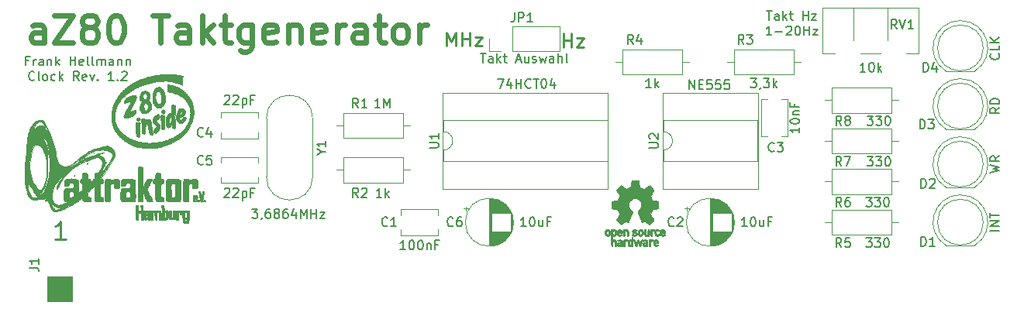
<source format=gbr>
G04 #@! TF.GenerationSoftware,KiCad,Pcbnew,(5.1.2)-2*
G04 #@! TF.CreationDate,2021-09-18T22:48:39+02:00*
G04 #@! TF.ProjectId,aZ80_Clock,615a3830-5f43-46c6-9f63-6b2e6b696361,rev?*
G04 #@! TF.SameCoordinates,Original*
G04 #@! TF.FileFunction,Legend,Top*
G04 #@! TF.FilePolarity,Positive*
%FSLAX46Y46*%
G04 Gerber Fmt 4.6, Leading zero omitted, Abs format (unit mm)*
G04 Created by KiCad (PCBNEW (5.1.2)-2) date 2021-09-18 22:48:39*
%MOMM*%
%LPD*%
G04 APERTURE LIST*
%ADD10C,0.100000*%
%ADD11C,0.250000*%
%ADD12C,0.150000*%
%ADD13C,0.600000*%
%ADD14C,0.120000*%
%ADD15C,0.010000*%
G04 APERTURE END LIST*
D10*
G36*
X90297000Y-114046000D02*
G01*
X87630000Y-114046000D01*
X87630000Y-111379000D01*
X90297000Y-111379000D01*
X90297000Y-114046000D01*
G37*
X90297000Y-114046000D02*
X87630000Y-114046000D01*
X87630000Y-111379000D01*
X90297000Y-111379000D01*
X90297000Y-114046000D01*
D11*
X143998285Y-86276571D02*
X143998285Y-84776571D01*
X143998285Y-85490857D02*
X144855428Y-85490857D01*
X144855428Y-86276571D02*
X144855428Y-84776571D01*
X145426857Y-85276571D02*
X146212571Y-85276571D01*
X145426857Y-86276571D01*
X146212571Y-86276571D01*
X131203142Y-86149571D02*
X131203142Y-84649571D01*
X131703142Y-85721000D01*
X132203142Y-84649571D01*
X132203142Y-86149571D01*
X132917428Y-86149571D02*
X132917428Y-84649571D01*
X132917428Y-85363857D02*
X133774571Y-85363857D01*
X133774571Y-86149571D02*
X133774571Y-84649571D01*
X134346000Y-85149571D02*
X135131714Y-85149571D01*
X134346000Y-86149571D01*
X135131714Y-86149571D01*
D12*
X166171904Y-82320380D02*
X166743333Y-82320380D01*
X166457619Y-83320380D02*
X166457619Y-82320380D01*
X167505238Y-83320380D02*
X167505238Y-82796571D01*
X167457619Y-82701333D01*
X167362380Y-82653714D01*
X167171904Y-82653714D01*
X167076666Y-82701333D01*
X167505238Y-83272761D02*
X167410000Y-83320380D01*
X167171904Y-83320380D01*
X167076666Y-83272761D01*
X167029047Y-83177523D01*
X167029047Y-83082285D01*
X167076666Y-82987047D01*
X167171904Y-82939428D01*
X167410000Y-82939428D01*
X167505238Y-82891809D01*
X167981428Y-83320380D02*
X167981428Y-82320380D01*
X168076666Y-82939428D02*
X168362380Y-83320380D01*
X168362380Y-82653714D02*
X167981428Y-83034666D01*
X168648095Y-82653714D02*
X169029047Y-82653714D01*
X168790952Y-82320380D02*
X168790952Y-83177523D01*
X168838571Y-83272761D01*
X168933809Y-83320380D01*
X169029047Y-83320380D01*
X170124285Y-83320380D02*
X170124285Y-82320380D01*
X170124285Y-82796571D02*
X170695714Y-82796571D01*
X170695714Y-83320380D02*
X170695714Y-82320380D01*
X171076666Y-82653714D02*
X171600476Y-82653714D01*
X171076666Y-83320380D01*
X171600476Y-83320380D01*
X166695714Y-84970380D02*
X166124285Y-84970380D01*
X166410000Y-84970380D02*
X166410000Y-83970380D01*
X166314761Y-84113238D01*
X166219523Y-84208476D01*
X166124285Y-84256095D01*
X167124285Y-84589428D02*
X167886190Y-84589428D01*
X168314761Y-84065619D02*
X168362380Y-84018000D01*
X168457619Y-83970380D01*
X168695714Y-83970380D01*
X168790952Y-84018000D01*
X168838571Y-84065619D01*
X168886190Y-84160857D01*
X168886190Y-84256095D01*
X168838571Y-84398952D01*
X168267142Y-84970380D01*
X168886190Y-84970380D01*
X169505238Y-83970380D02*
X169600476Y-83970380D01*
X169695714Y-84018000D01*
X169743333Y-84065619D01*
X169790952Y-84160857D01*
X169838571Y-84351333D01*
X169838571Y-84589428D01*
X169790952Y-84779904D01*
X169743333Y-84875142D01*
X169695714Y-84922761D01*
X169600476Y-84970380D01*
X169505238Y-84970380D01*
X169410000Y-84922761D01*
X169362380Y-84875142D01*
X169314761Y-84779904D01*
X169267142Y-84589428D01*
X169267142Y-84351333D01*
X169314761Y-84160857D01*
X169362380Y-84065619D01*
X169410000Y-84018000D01*
X169505238Y-83970380D01*
X170267142Y-84970380D02*
X170267142Y-83970380D01*
X170267142Y-84446571D02*
X170838571Y-84446571D01*
X170838571Y-84970380D02*
X170838571Y-83970380D01*
X171219523Y-84303714D02*
X171743333Y-84303714D01*
X171219523Y-84970380D01*
X171743333Y-84970380D01*
X85574857Y-87749571D02*
X85241523Y-87749571D01*
X85241523Y-88273380D02*
X85241523Y-87273380D01*
X85717714Y-87273380D01*
X86098666Y-88273380D02*
X86098666Y-87606714D01*
X86098666Y-87797190D02*
X86146285Y-87701952D01*
X86193904Y-87654333D01*
X86289142Y-87606714D01*
X86384380Y-87606714D01*
X87146285Y-88273380D02*
X87146285Y-87749571D01*
X87098666Y-87654333D01*
X87003428Y-87606714D01*
X86812952Y-87606714D01*
X86717714Y-87654333D01*
X87146285Y-88225761D02*
X87051047Y-88273380D01*
X86812952Y-88273380D01*
X86717714Y-88225761D01*
X86670095Y-88130523D01*
X86670095Y-88035285D01*
X86717714Y-87940047D01*
X86812952Y-87892428D01*
X87051047Y-87892428D01*
X87146285Y-87844809D01*
X87622476Y-87606714D02*
X87622476Y-88273380D01*
X87622476Y-87701952D02*
X87670095Y-87654333D01*
X87765333Y-87606714D01*
X87908190Y-87606714D01*
X88003428Y-87654333D01*
X88051047Y-87749571D01*
X88051047Y-88273380D01*
X88527238Y-88273380D02*
X88527238Y-87273380D01*
X88622476Y-87892428D02*
X88908190Y-88273380D01*
X88908190Y-87606714D02*
X88527238Y-87987666D01*
X90098666Y-88273380D02*
X90098666Y-87273380D01*
X90098666Y-87749571D02*
X90670095Y-87749571D01*
X90670095Y-88273380D02*
X90670095Y-87273380D01*
X91527238Y-88225761D02*
X91432000Y-88273380D01*
X91241523Y-88273380D01*
X91146285Y-88225761D01*
X91098666Y-88130523D01*
X91098666Y-87749571D01*
X91146285Y-87654333D01*
X91241523Y-87606714D01*
X91432000Y-87606714D01*
X91527238Y-87654333D01*
X91574857Y-87749571D01*
X91574857Y-87844809D01*
X91098666Y-87940047D01*
X92146285Y-88273380D02*
X92051047Y-88225761D01*
X92003428Y-88130523D01*
X92003428Y-87273380D01*
X92670095Y-88273380D02*
X92574857Y-88225761D01*
X92527238Y-88130523D01*
X92527238Y-87273380D01*
X93051047Y-88273380D02*
X93051047Y-87606714D01*
X93051047Y-87701952D02*
X93098666Y-87654333D01*
X93193904Y-87606714D01*
X93336761Y-87606714D01*
X93432000Y-87654333D01*
X93479619Y-87749571D01*
X93479619Y-88273380D01*
X93479619Y-87749571D02*
X93527238Y-87654333D01*
X93622476Y-87606714D01*
X93765333Y-87606714D01*
X93860571Y-87654333D01*
X93908190Y-87749571D01*
X93908190Y-88273380D01*
X94812952Y-88273380D02*
X94812952Y-87749571D01*
X94765333Y-87654333D01*
X94670095Y-87606714D01*
X94479619Y-87606714D01*
X94384380Y-87654333D01*
X94812952Y-88225761D02*
X94717714Y-88273380D01*
X94479619Y-88273380D01*
X94384380Y-88225761D01*
X94336761Y-88130523D01*
X94336761Y-88035285D01*
X94384380Y-87940047D01*
X94479619Y-87892428D01*
X94717714Y-87892428D01*
X94812952Y-87844809D01*
X95289142Y-87606714D02*
X95289142Y-88273380D01*
X95289142Y-87701952D02*
X95336761Y-87654333D01*
X95432000Y-87606714D01*
X95574857Y-87606714D01*
X95670095Y-87654333D01*
X95717714Y-87749571D01*
X95717714Y-88273380D01*
X96193904Y-87606714D02*
X96193904Y-88273380D01*
X96193904Y-87701952D02*
X96241523Y-87654333D01*
X96336761Y-87606714D01*
X96479619Y-87606714D01*
X96574857Y-87654333D01*
X96622476Y-87749571D01*
X96622476Y-88273380D01*
X86193904Y-89828142D02*
X86146285Y-89875761D01*
X86003428Y-89923380D01*
X85908190Y-89923380D01*
X85765333Y-89875761D01*
X85670095Y-89780523D01*
X85622476Y-89685285D01*
X85574857Y-89494809D01*
X85574857Y-89351952D01*
X85622476Y-89161476D01*
X85670095Y-89066238D01*
X85765333Y-88971000D01*
X85908190Y-88923380D01*
X86003428Y-88923380D01*
X86146285Y-88971000D01*
X86193904Y-89018619D01*
X86765333Y-89923380D02*
X86670095Y-89875761D01*
X86622476Y-89780523D01*
X86622476Y-88923380D01*
X87289142Y-89923380D02*
X87193904Y-89875761D01*
X87146285Y-89828142D01*
X87098666Y-89732904D01*
X87098666Y-89447190D01*
X87146285Y-89351952D01*
X87193904Y-89304333D01*
X87289142Y-89256714D01*
X87432000Y-89256714D01*
X87527238Y-89304333D01*
X87574857Y-89351952D01*
X87622476Y-89447190D01*
X87622476Y-89732904D01*
X87574857Y-89828142D01*
X87527238Y-89875761D01*
X87432000Y-89923380D01*
X87289142Y-89923380D01*
X88479619Y-89875761D02*
X88384380Y-89923380D01*
X88193904Y-89923380D01*
X88098666Y-89875761D01*
X88051047Y-89828142D01*
X88003428Y-89732904D01*
X88003428Y-89447190D01*
X88051047Y-89351952D01*
X88098666Y-89304333D01*
X88193904Y-89256714D01*
X88384380Y-89256714D01*
X88479619Y-89304333D01*
X88908190Y-89923380D02*
X88908190Y-88923380D01*
X89003428Y-89542428D02*
X89289142Y-89923380D01*
X89289142Y-89256714D02*
X88908190Y-89637666D01*
X91051047Y-89923380D02*
X90717714Y-89447190D01*
X90479619Y-89923380D02*
X90479619Y-88923380D01*
X90860571Y-88923380D01*
X90955809Y-88971000D01*
X91003428Y-89018619D01*
X91051047Y-89113857D01*
X91051047Y-89256714D01*
X91003428Y-89351952D01*
X90955809Y-89399571D01*
X90860571Y-89447190D01*
X90479619Y-89447190D01*
X91860571Y-89875761D02*
X91765333Y-89923380D01*
X91574857Y-89923380D01*
X91479619Y-89875761D01*
X91432000Y-89780523D01*
X91432000Y-89399571D01*
X91479619Y-89304333D01*
X91574857Y-89256714D01*
X91765333Y-89256714D01*
X91860571Y-89304333D01*
X91908190Y-89399571D01*
X91908190Y-89494809D01*
X91432000Y-89590047D01*
X92241523Y-89256714D02*
X92479619Y-89923380D01*
X92717714Y-89256714D01*
X93098666Y-89828142D02*
X93146285Y-89875761D01*
X93098666Y-89923380D01*
X93051047Y-89875761D01*
X93098666Y-89828142D01*
X93098666Y-89923380D01*
X94860571Y-89923380D02*
X94289142Y-89923380D01*
X94574857Y-89923380D02*
X94574857Y-88923380D01*
X94479619Y-89066238D01*
X94384380Y-89161476D01*
X94289142Y-89209095D01*
X95289142Y-89828142D02*
X95336761Y-89875761D01*
X95289142Y-89923380D01*
X95241523Y-89875761D01*
X95289142Y-89828142D01*
X95289142Y-89923380D01*
X95717714Y-89018619D02*
X95765333Y-88971000D01*
X95860571Y-88923380D01*
X96098666Y-88923380D01*
X96193904Y-88971000D01*
X96241523Y-89018619D01*
X96289142Y-89113857D01*
X96289142Y-89209095D01*
X96241523Y-89351952D01*
X95670095Y-89923380D01*
X96289142Y-89923380D01*
D13*
X87243571Y-85793142D02*
X87243571Y-84221714D01*
X87100714Y-83936000D01*
X86815000Y-83793142D01*
X86243571Y-83793142D01*
X85957857Y-83936000D01*
X87243571Y-85650285D02*
X86957857Y-85793142D01*
X86243571Y-85793142D01*
X85957857Y-85650285D01*
X85815000Y-85364571D01*
X85815000Y-85078857D01*
X85957857Y-84793142D01*
X86243571Y-84650285D01*
X86957857Y-84650285D01*
X87243571Y-84507428D01*
X88386428Y-82793142D02*
X90386428Y-82793142D01*
X88386428Y-85793142D01*
X90386428Y-85793142D01*
X91957857Y-84078857D02*
X91672142Y-83936000D01*
X91529285Y-83793142D01*
X91386428Y-83507428D01*
X91386428Y-83364571D01*
X91529285Y-83078857D01*
X91672142Y-82936000D01*
X91957857Y-82793142D01*
X92529285Y-82793142D01*
X92815000Y-82936000D01*
X92957857Y-83078857D01*
X93100714Y-83364571D01*
X93100714Y-83507428D01*
X92957857Y-83793142D01*
X92815000Y-83936000D01*
X92529285Y-84078857D01*
X91957857Y-84078857D01*
X91672142Y-84221714D01*
X91529285Y-84364571D01*
X91386428Y-84650285D01*
X91386428Y-85221714D01*
X91529285Y-85507428D01*
X91672142Y-85650285D01*
X91957857Y-85793142D01*
X92529285Y-85793142D01*
X92815000Y-85650285D01*
X92957857Y-85507428D01*
X93100714Y-85221714D01*
X93100714Y-84650285D01*
X92957857Y-84364571D01*
X92815000Y-84221714D01*
X92529285Y-84078857D01*
X94957857Y-82793142D02*
X95243571Y-82793142D01*
X95529285Y-82936000D01*
X95672142Y-83078857D01*
X95815000Y-83364571D01*
X95957857Y-83936000D01*
X95957857Y-84650285D01*
X95815000Y-85221714D01*
X95672142Y-85507428D01*
X95529285Y-85650285D01*
X95243571Y-85793142D01*
X94957857Y-85793142D01*
X94672142Y-85650285D01*
X94529285Y-85507428D01*
X94386428Y-85221714D01*
X94243571Y-84650285D01*
X94243571Y-83936000D01*
X94386428Y-83364571D01*
X94529285Y-83078857D01*
X94672142Y-82936000D01*
X94957857Y-82793142D01*
X99100714Y-82793142D02*
X100815000Y-82793142D01*
X99957857Y-85793142D02*
X99957857Y-82793142D01*
X103100714Y-85793142D02*
X103100714Y-84221714D01*
X102957857Y-83936000D01*
X102672142Y-83793142D01*
X102100714Y-83793142D01*
X101815000Y-83936000D01*
X103100714Y-85650285D02*
X102815000Y-85793142D01*
X102100714Y-85793142D01*
X101815000Y-85650285D01*
X101672142Y-85364571D01*
X101672142Y-85078857D01*
X101815000Y-84793142D01*
X102100714Y-84650285D01*
X102815000Y-84650285D01*
X103100714Y-84507428D01*
X104529285Y-85793142D02*
X104529285Y-82793142D01*
X104815000Y-84650285D02*
X105672142Y-85793142D01*
X105672142Y-83793142D02*
X104529285Y-84936000D01*
X106529285Y-83793142D02*
X107672142Y-83793142D01*
X106957857Y-82793142D02*
X106957857Y-85364571D01*
X107100714Y-85650285D01*
X107386428Y-85793142D01*
X107672142Y-85793142D01*
X109957857Y-83793142D02*
X109957857Y-86221714D01*
X109815000Y-86507428D01*
X109672142Y-86650285D01*
X109386428Y-86793142D01*
X108957857Y-86793142D01*
X108672142Y-86650285D01*
X109957857Y-85650285D02*
X109672142Y-85793142D01*
X109100714Y-85793142D01*
X108815000Y-85650285D01*
X108672142Y-85507428D01*
X108529285Y-85221714D01*
X108529285Y-84364571D01*
X108672142Y-84078857D01*
X108815000Y-83936000D01*
X109100714Y-83793142D01*
X109672142Y-83793142D01*
X109957857Y-83936000D01*
X112529285Y-85650285D02*
X112243571Y-85793142D01*
X111672142Y-85793142D01*
X111386428Y-85650285D01*
X111243571Y-85364571D01*
X111243571Y-84221714D01*
X111386428Y-83936000D01*
X111672142Y-83793142D01*
X112243571Y-83793142D01*
X112529285Y-83936000D01*
X112672142Y-84221714D01*
X112672142Y-84507428D01*
X111243571Y-84793142D01*
X113957857Y-83793142D02*
X113957857Y-85793142D01*
X113957857Y-84078857D02*
X114100714Y-83936000D01*
X114386428Y-83793142D01*
X114815000Y-83793142D01*
X115100714Y-83936000D01*
X115243571Y-84221714D01*
X115243571Y-85793142D01*
X117815000Y-85650285D02*
X117529285Y-85793142D01*
X116957857Y-85793142D01*
X116672142Y-85650285D01*
X116529285Y-85364571D01*
X116529285Y-84221714D01*
X116672142Y-83936000D01*
X116957857Y-83793142D01*
X117529285Y-83793142D01*
X117815000Y-83936000D01*
X117957857Y-84221714D01*
X117957857Y-84507428D01*
X116529285Y-84793142D01*
X119243571Y-85793142D02*
X119243571Y-83793142D01*
X119243571Y-84364571D02*
X119386428Y-84078857D01*
X119529285Y-83936000D01*
X119815000Y-83793142D01*
X120100714Y-83793142D01*
X122386428Y-85793142D02*
X122386428Y-84221714D01*
X122243571Y-83936000D01*
X121957857Y-83793142D01*
X121386428Y-83793142D01*
X121100714Y-83936000D01*
X122386428Y-85650285D02*
X122100714Y-85793142D01*
X121386428Y-85793142D01*
X121100714Y-85650285D01*
X120957857Y-85364571D01*
X120957857Y-85078857D01*
X121100714Y-84793142D01*
X121386428Y-84650285D01*
X122100714Y-84650285D01*
X122386428Y-84507428D01*
X123386428Y-83793142D02*
X124529285Y-83793142D01*
X123815000Y-82793142D02*
X123815000Y-85364571D01*
X123957857Y-85650285D01*
X124243571Y-85793142D01*
X124529285Y-85793142D01*
X125957857Y-85793142D02*
X125672142Y-85650285D01*
X125529285Y-85507428D01*
X125386428Y-85221714D01*
X125386428Y-84364571D01*
X125529285Y-84078857D01*
X125672142Y-83936000D01*
X125957857Y-83793142D01*
X126386428Y-83793142D01*
X126672142Y-83936000D01*
X126815000Y-84078857D01*
X126957857Y-84364571D01*
X126957857Y-85221714D01*
X126815000Y-85507428D01*
X126672142Y-85650285D01*
X126386428Y-85793142D01*
X125957857Y-85793142D01*
X128243571Y-85793142D02*
X128243571Y-83793142D01*
X128243571Y-84364571D02*
X128386428Y-84078857D01*
X128529285Y-83936000D01*
X128815000Y-83793142D01*
X129100714Y-83793142D01*
D11*
X89621428Y-107304761D02*
X88478571Y-107304761D01*
X89050000Y-107304761D02*
X89050000Y-105304761D01*
X88859523Y-105590476D01*
X88669047Y-105780952D01*
X88478571Y-105876190D01*
D14*
X133315225Y-103685000D02*
X133315225Y-104185000D01*
X133065225Y-103935000D02*
X133565225Y-103935000D01*
X138471000Y-105126000D02*
X138471000Y-105694000D01*
X138431000Y-104892000D02*
X138431000Y-105928000D01*
X138391000Y-104733000D02*
X138391000Y-106087000D01*
X138351000Y-104605000D02*
X138351000Y-106215000D01*
X138311000Y-104495000D02*
X138311000Y-106325000D01*
X138271000Y-104399000D02*
X138271000Y-106421000D01*
X138231000Y-104312000D02*
X138231000Y-106508000D01*
X138191000Y-104232000D02*
X138191000Y-106588000D01*
X138151000Y-106450000D02*
X138151000Y-106661000D01*
X138151000Y-104159000D02*
X138151000Y-104370000D01*
X138111000Y-106450000D02*
X138111000Y-106729000D01*
X138111000Y-104091000D02*
X138111000Y-104370000D01*
X138071000Y-106450000D02*
X138071000Y-106793000D01*
X138071000Y-104027000D02*
X138071000Y-104370000D01*
X138031000Y-106450000D02*
X138031000Y-106853000D01*
X138031000Y-103967000D02*
X138031000Y-104370000D01*
X137991000Y-106450000D02*
X137991000Y-106910000D01*
X137991000Y-103910000D02*
X137991000Y-104370000D01*
X137951000Y-106450000D02*
X137951000Y-106964000D01*
X137951000Y-103856000D02*
X137951000Y-104370000D01*
X137911000Y-106450000D02*
X137911000Y-107015000D01*
X137911000Y-103805000D02*
X137911000Y-104370000D01*
X137871000Y-106450000D02*
X137871000Y-107063000D01*
X137871000Y-103757000D02*
X137871000Y-104370000D01*
X137831000Y-106450000D02*
X137831000Y-107109000D01*
X137831000Y-103711000D02*
X137831000Y-104370000D01*
X137791000Y-106450000D02*
X137791000Y-107153000D01*
X137791000Y-103667000D02*
X137791000Y-104370000D01*
X137751000Y-106450000D02*
X137751000Y-107195000D01*
X137751000Y-103625000D02*
X137751000Y-104370000D01*
X137711000Y-106450000D02*
X137711000Y-107236000D01*
X137711000Y-103584000D02*
X137711000Y-104370000D01*
X137671000Y-106450000D02*
X137671000Y-107274000D01*
X137671000Y-103546000D02*
X137671000Y-104370000D01*
X137631000Y-106450000D02*
X137631000Y-107311000D01*
X137631000Y-103509000D02*
X137631000Y-104370000D01*
X137591000Y-106450000D02*
X137591000Y-107347000D01*
X137591000Y-103473000D02*
X137591000Y-104370000D01*
X137551000Y-106450000D02*
X137551000Y-107381000D01*
X137551000Y-103439000D02*
X137551000Y-104370000D01*
X137511000Y-106450000D02*
X137511000Y-107414000D01*
X137511000Y-103406000D02*
X137511000Y-104370000D01*
X137471000Y-106450000D02*
X137471000Y-107445000D01*
X137471000Y-103375000D02*
X137471000Y-104370000D01*
X137431000Y-106450000D02*
X137431000Y-107475000D01*
X137431000Y-103345000D02*
X137431000Y-104370000D01*
X137391000Y-106450000D02*
X137391000Y-107505000D01*
X137391000Y-103315000D02*
X137391000Y-104370000D01*
X137351000Y-106450000D02*
X137351000Y-107532000D01*
X137351000Y-103288000D02*
X137351000Y-104370000D01*
X137311000Y-106450000D02*
X137311000Y-107559000D01*
X137311000Y-103261000D02*
X137311000Y-104370000D01*
X137271000Y-106450000D02*
X137271000Y-107585000D01*
X137271000Y-103235000D02*
X137271000Y-104370000D01*
X137231000Y-106450000D02*
X137231000Y-107610000D01*
X137231000Y-103210000D02*
X137231000Y-104370000D01*
X137191000Y-106450000D02*
X137191000Y-107634000D01*
X137191000Y-103186000D02*
X137191000Y-104370000D01*
X137151000Y-106450000D02*
X137151000Y-107657000D01*
X137151000Y-103163000D02*
X137151000Y-104370000D01*
X137111000Y-106450000D02*
X137111000Y-107678000D01*
X137111000Y-103142000D02*
X137111000Y-104370000D01*
X137071000Y-106450000D02*
X137071000Y-107700000D01*
X137071000Y-103120000D02*
X137071000Y-104370000D01*
X137031000Y-106450000D02*
X137031000Y-107720000D01*
X137031000Y-103100000D02*
X137031000Y-104370000D01*
X136991000Y-106450000D02*
X136991000Y-107739000D01*
X136991000Y-103081000D02*
X136991000Y-104370000D01*
X136951000Y-106450000D02*
X136951000Y-107758000D01*
X136951000Y-103062000D02*
X136951000Y-104370000D01*
X136911000Y-106450000D02*
X136911000Y-107775000D01*
X136911000Y-103045000D02*
X136911000Y-104370000D01*
X136871000Y-106450000D02*
X136871000Y-107792000D01*
X136871000Y-103028000D02*
X136871000Y-104370000D01*
X136831000Y-106450000D02*
X136831000Y-107808000D01*
X136831000Y-103012000D02*
X136831000Y-104370000D01*
X136791000Y-106450000D02*
X136791000Y-107824000D01*
X136791000Y-102996000D02*
X136791000Y-104370000D01*
X136751000Y-106450000D02*
X136751000Y-107838000D01*
X136751000Y-102982000D02*
X136751000Y-104370000D01*
X136711000Y-106450000D02*
X136711000Y-107852000D01*
X136711000Y-102968000D02*
X136711000Y-104370000D01*
X136671000Y-106450000D02*
X136671000Y-107865000D01*
X136671000Y-102955000D02*
X136671000Y-104370000D01*
X136631000Y-106450000D02*
X136631000Y-107878000D01*
X136631000Y-102942000D02*
X136631000Y-104370000D01*
X136591000Y-106450000D02*
X136591000Y-107890000D01*
X136591000Y-102930000D02*
X136591000Y-104370000D01*
X136550000Y-106450000D02*
X136550000Y-107901000D01*
X136550000Y-102919000D02*
X136550000Y-104370000D01*
X136510000Y-106450000D02*
X136510000Y-107911000D01*
X136510000Y-102909000D02*
X136510000Y-104370000D01*
X136470000Y-106450000D02*
X136470000Y-107921000D01*
X136470000Y-102899000D02*
X136470000Y-104370000D01*
X136430000Y-106450000D02*
X136430000Y-107930000D01*
X136430000Y-102890000D02*
X136430000Y-104370000D01*
X136390000Y-106450000D02*
X136390000Y-107938000D01*
X136390000Y-102882000D02*
X136390000Y-104370000D01*
X136350000Y-106450000D02*
X136350000Y-107946000D01*
X136350000Y-102874000D02*
X136350000Y-104370000D01*
X136310000Y-106450000D02*
X136310000Y-107953000D01*
X136310000Y-102867000D02*
X136310000Y-104370000D01*
X136270000Y-106450000D02*
X136270000Y-107960000D01*
X136270000Y-102860000D02*
X136270000Y-104370000D01*
X136230000Y-106450000D02*
X136230000Y-107966000D01*
X136230000Y-102854000D02*
X136230000Y-104370000D01*
X136190000Y-106450000D02*
X136190000Y-107971000D01*
X136190000Y-102849000D02*
X136190000Y-104370000D01*
X136150000Y-106450000D02*
X136150000Y-107975000D01*
X136150000Y-102845000D02*
X136150000Y-104370000D01*
X136110000Y-106450000D02*
X136110000Y-107979000D01*
X136110000Y-102841000D02*
X136110000Y-104370000D01*
X136070000Y-102837000D02*
X136070000Y-107983000D01*
X136030000Y-102834000D02*
X136030000Y-107986000D01*
X135990000Y-102832000D02*
X135990000Y-107988000D01*
X135950000Y-102831000D02*
X135950000Y-107989000D01*
X135910000Y-102830000D02*
X135910000Y-107990000D01*
X135870000Y-102830000D02*
X135870000Y-107990000D01*
X138490000Y-105410000D02*
G75*
G03X138490000Y-105410000I-2620000J0D01*
G01*
X157445225Y-103685000D02*
X157445225Y-104185000D01*
X157195225Y-103935000D02*
X157695225Y-103935000D01*
X162601000Y-105126000D02*
X162601000Y-105694000D01*
X162561000Y-104892000D02*
X162561000Y-105928000D01*
X162521000Y-104733000D02*
X162521000Y-106087000D01*
X162481000Y-104605000D02*
X162481000Y-106215000D01*
X162441000Y-104495000D02*
X162441000Y-106325000D01*
X162401000Y-104399000D02*
X162401000Y-106421000D01*
X162361000Y-104312000D02*
X162361000Y-106508000D01*
X162321000Y-104232000D02*
X162321000Y-106588000D01*
X162281000Y-106450000D02*
X162281000Y-106661000D01*
X162281000Y-104159000D02*
X162281000Y-104370000D01*
X162241000Y-106450000D02*
X162241000Y-106729000D01*
X162241000Y-104091000D02*
X162241000Y-104370000D01*
X162201000Y-106450000D02*
X162201000Y-106793000D01*
X162201000Y-104027000D02*
X162201000Y-104370000D01*
X162161000Y-106450000D02*
X162161000Y-106853000D01*
X162161000Y-103967000D02*
X162161000Y-104370000D01*
X162121000Y-106450000D02*
X162121000Y-106910000D01*
X162121000Y-103910000D02*
X162121000Y-104370000D01*
X162081000Y-106450000D02*
X162081000Y-106964000D01*
X162081000Y-103856000D02*
X162081000Y-104370000D01*
X162041000Y-106450000D02*
X162041000Y-107015000D01*
X162041000Y-103805000D02*
X162041000Y-104370000D01*
X162001000Y-106450000D02*
X162001000Y-107063000D01*
X162001000Y-103757000D02*
X162001000Y-104370000D01*
X161961000Y-106450000D02*
X161961000Y-107109000D01*
X161961000Y-103711000D02*
X161961000Y-104370000D01*
X161921000Y-106450000D02*
X161921000Y-107153000D01*
X161921000Y-103667000D02*
X161921000Y-104370000D01*
X161881000Y-106450000D02*
X161881000Y-107195000D01*
X161881000Y-103625000D02*
X161881000Y-104370000D01*
X161841000Y-106450000D02*
X161841000Y-107236000D01*
X161841000Y-103584000D02*
X161841000Y-104370000D01*
X161801000Y-106450000D02*
X161801000Y-107274000D01*
X161801000Y-103546000D02*
X161801000Y-104370000D01*
X161761000Y-106450000D02*
X161761000Y-107311000D01*
X161761000Y-103509000D02*
X161761000Y-104370000D01*
X161721000Y-106450000D02*
X161721000Y-107347000D01*
X161721000Y-103473000D02*
X161721000Y-104370000D01*
X161681000Y-106450000D02*
X161681000Y-107381000D01*
X161681000Y-103439000D02*
X161681000Y-104370000D01*
X161641000Y-106450000D02*
X161641000Y-107414000D01*
X161641000Y-103406000D02*
X161641000Y-104370000D01*
X161601000Y-106450000D02*
X161601000Y-107445000D01*
X161601000Y-103375000D02*
X161601000Y-104370000D01*
X161561000Y-106450000D02*
X161561000Y-107475000D01*
X161561000Y-103345000D02*
X161561000Y-104370000D01*
X161521000Y-106450000D02*
X161521000Y-107505000D01*
X161521000Y-103315000D02*
X161521000Y-104370000D01*
X161481000Y-106450000D02*
X161481000Y-107532000D01*
X161481000Y-103288000D02*
X161481000Y-104370000D01*
X161441000Y-106450000D02*
X161441000Y-107559000D01*
X161441000Y-103261000D02*
X161441000Y-104370000D01*
X161401000Y-106450000D02*
X161401000Y-107585000D01*
X161401000Y-103235000D02*
X161401000Y-104370000D01*
X161361000Y-106450000D02*
X161361000Y-107610000D01*
X161361000Y-103210000D02*
X161361000Y-104370000D01*
X161321000Y-106450000D02*
X161321000Y-107634000D01*
X161321000Y-103186000D02*
X161321000Y-104370000D01*
X161281000Y-106450000D02*
X161281000Y-107657000D01*
X161281000Y-103163000D02*
X161281000Y-104370000D01*
X161241000Y-106450000D02*
X161241000Y-107678000D01*
X161241000Y-103142000D02*
X161241000Y-104370000D01*
X161201000Y-106450000D02*
X161201000Y-107700000D01*
X161201000Y-103120000D02*
X161201000Y-104370000D01*
X161161000Y-106450000D02*
X161161000Y-107720000D01*
X161161000Y-103100000D02*
X161161000Y-104370000D01*
X161121000Y-106450000D02*
X161121000Y-107739000D01*
X161121000Y-103081000D02*
X161121000Y-104370000D01*
X161081000Y-106450000D02*
X161081000Y-107758000D01*
X161081000Y-103062000D02*
X161081000Y-104370000D01*
X161041000Y-106450000D02*
X161041000Y-107775000D01*
X161041000Y-103045000D02*
X161041000Y-104370000D01*
X161001000Y-106450000D02*
X161001000Y-107792000D01*
X161001000Y-103028000D02*
X161001000Y-104370000D01*
X160961000Y-106450000D02*
X160961000Y-107808000D01*
X160961000Y-103012000D02*
X160961000Y-104370000D01*
X160921000Y-106450000D02*
X160921000Y-107824000D01*
X160921000Y-102996000D02*
X160921000Y-104370000D01*
X160881000Y-106450000D02*
X160881000Y-107838000D01*
X160881000Y-102982000D02*
X160881000Y-104370000D01*
X160841000Y-106450000D02*
X160841000Y-107852000D01*
X160841000Y-102968000D02*
X160841000Y-104370000D01*
X160801000Y-106450000D02*
X160801000Y-107865000D01*
X160801000Y-102955000D02*
X160801000Y-104370000D01*
X160761000Y-106450000D02*
X160761000Y-107878000D01*
X160761000Y-102942000D02*
X160761000Y-104370000D01*
X160721000Y-106450000D02*
X160721000Y-107890000D01*
X160721000Y-102930000D02*
X160721000Y-104370000D01*
X160680000Y-106450000D02*
X160680000Y-107901000D01*
X160680000Y-102919000D02*
X160680000Y-104370000D01*
X160640000Y-106450000D02*
X160640000Y-107911000D01*
X160640000Y-102909000D02*
X160640000Y-104370000D01*
X160600000Y-106450000D02*
X160600000Y-107921000D01*
X160600000Y-102899000D02*
X160600000Y-104370000D01*
X160560000Y-106450000D02*
X160560000Y-107930000D01*
X160560000Y-102890000D02*
X160560000Y-104370000D01*
X160520000Y-106450000D02*
X160520000Y-107938000D01*
X160520000Y-102882000D02*
X160520000Y-104370000D01*
X160480000Y-106450000D02*
X160480000Y-107946000D01*
X160480000Y-102874000D02*
X160480000Y-104370000D01*
X160440000Y-106450000D02*
X160440000Y-107953000D01*
X160440000Y-102867000D02*
X160440000Y-104370000D01*
X160400000Y-106450000D02*
X160400000Y-107960000D01*
X160400000Y-102860000D02*
X160400000Y-104370000D01*
X160360000Y-106450000D02*
X160360000Y-107966000D01*
X160360000Y-102854000D02*
X160360000Y-104370000D01*
X160320000Y-106450000D02*
X160320000Y-107971000D01*
X160320000Y-102849000D02*
X160320000Y-104370000D01*
X160280000Y-106450000D02*
X160280000Y-107975000D01*
X160280000Y-102845000D02*
X160280000Y-104370000D01*
X160240000Y-106450000D02*
X160240000Y-107979000D01*
X160240000Y-102841000D02*
X160240000Y-104370000D01*
X160200000Y-102837000D02*
X160200000Y-107983000D01*
X160160000Y-102834000D02*
X160160000Y-107986000D01*
X160120000Y-102832000D02*
X160120000Y-107988000D01*
X160080000Y-102831000D02*
X160080000Y-107989000D01*
X160040000Y-102830000D02*
X160040000Y-107990000D01*
X160000000Y-102830000D02*
X160000000Y-107990000D01*
X162620000Y-105410000D02*
G75*
G03X162620000Y-105410000I-2620000J0D01*
G01*
X175636000Y-81948000D02*
X179376000Y-81948000D01*
X176432000Y-86989000D02*
X178581000Y-86989000D01*
X179376000Y-85487000D02*
X179376000Y-81948000D01*
X175636000Y-85487000D02*
X175636000Y-81948000D01*
X176432000Y-86989000D02*
X178581000Y-86989000D01*
X172235000Y-86989000D02*
X173580000Y-86989000D01*
X181431000Y-86989000D02*
X182776000Y-86989000D01*
X172235000Y-81948000D02*
X182776000Y-81948000D01*
X182776000Y-86989000D02*
X182776000Y-81948000D01*
X172235000Y-86989000D02*
X172235000Y-81948000D01*
D15*
G36*
X99828081Y-90621153D02*
G01*
X99853750Y-90635666D01*
X99884252Y-90654854D01*
X99899030Y-90656833D01*
X99934198Y-90671026D01*
X99992965Y-90710441D01*
X100069027Y-90770336D01*
X100156081Y-90845966D01*
X100182517Y-90870196D01*
X100232802Y-90939689D01*
X100278162Y-91049770D01*
X100287750Y-91080444D01*
X100314138Y-91162203D01*
X100340503Y-91232683D01*
X100361547Y-91277840D01*
X100363225Y-91280530D01*
X100386374Y-91338699D01*
X100406947Y-91438032D01*
X100424792Y-91577428D01*
X100439760Y-91755786D01*
X100448665Y-91907586D01*
X100454547Y-92056805D01*
X100454711Y-92170602D01*
X100448399Y-92255594D01*
X100434852Y-92318401D01*
X100413312Y-92365641D01*
X100393052Y-92393017D01*
X100362268Y-92443704D01*
X100351167Y-92488251D01*
X100334263Y-92529684D01*
X100284558Y-92593996D01*
X100203562Y-92679268D01*
X100191653Y-92690974D01*
X100123082Y-92756894D01*
X100063981Y-92811787D01*
X100021916Y-92848734D01*
X100006444Y-92860331D01*
X99967251Y-92870694D01*
X99899628Y-92879603D01*
X99817475Y-92886039D01*
X99734693Y-92888980D01*
X99665184Y-92887405D01*
X99652667Y-92886310D01*
X99587718Y-92877948D01*
X99533904Y-92868635D01*
X99533018Y-92868441D01*
X99479859Y-92841663D01*
X99415140Y-92787239D01*
X99347669Y-92714632D01*
X99286254Y-92633309D01*
X99240219Y-92553827D01*
X99208134Y-92491683D01*
X99180768Y-92448624D01*
X99165798Y-92434833D01*
X99150529Y-92416263D01*
X99130002Y-92368302D01*
X99114419Y-92320450D01*
X99096504Y-92229586D01*
X99085243Y-92109652D01*
X99080231Y-91969034D01*
X99081062Y-91816119D01*
X99082807Y-91772439D01*
X99392909Y-91772439D01*
X99396736Y-91868279D01*
X99405388Y-91949417D01*
X99418802Y-92005637D01*
X99430607Y-92024416D01*
X99452411Y-92061179D01*
X99462105Y-92119649D01*
X99462167Y-92124722D01*
X99470145Y-92179828D01*
X99497635Y-92240122D01*
X99549971Y-92316908D01*
X99557648Y-92327076D01*
X99607476Y-92389553D01*
X99650259Y-92437785D01*
X99677559Y-92462334D01*
X99679356Y-92463225D01*
X99760397Y-92474595D01*
X99848120Y-92451081D01*
X99887353Y-92428906D01*
X99962281Y-92361066D01*
X100002100Y-92277880D01*
X100012188Y-92187888D01*
X100018221Y-92128684D01*
X100033373Y-92094281D01*
X100038541Y-92091014D01*
X100050843Y-92072789D01*
X100058194Y-92025038D01*
X100061003Y-91943236D01*
X100060279Y-91851361D01*
X100055868Y-91710203D01*
X100048364Y-91608167D01*
X100037323Y-91542122D01*
X100022299Y-91508941D01*
X100010818Y-91503500D01*
X99995066Y-91485727D01*
X99991334Y-91460486D01*
X99982701Y-91413719D01*
X99961349Y-91352460D01*
X99955370Y-91338778D01*
X99928835Y-91274473D01*
X99909749Y-91217338D01*
X99907745Y-91209403D01*
X99875389Y-91150982D01*
X99816075Y-91102671D01*
X99745167Y-91075553D01*
X99718834Y-91073111D01*
X99663149Y-91089729D01*
X99598808Y-91132484D01*
X99536753Y-91190723D01*
X99487927Y-91253795D01*
X99463272Y-91311049D01*
X99462167Y-91322963D01*
X99452277Y-91380692D01*
X99428352Y-91443874D01*
X99427092Y-91446342D01*
X99410998Y-91498847D01*
X99399978Y-91577507D01*
X99393969Y-91672110D01*
X99392909Y-91772439D01*
X99082807Y-91772439D01*
X99087330Y-91659293D01*
X99098631Y-91506942D01*
X99114560Y-91367453D01*
X99134710Y-91249212D01*
X99158676Y-91160605D01*
X99171956Y-91130050D01*
X99193395Y-91089040D01*
X99227376Y-91022822D01*
X99267433Y-90944014D01*
X99277627Y-90923846D01*
X99342030Y-90808910D01*
X99403248Y-90730084D01*
X99467353Y-90682172D01*
X99540419Y-90659974D01*
X99589542Y-90656833D01*
X99652169Y-90652819D01*
X99695564Y-90642611D01*
X99705584Y-90635666D01*
X99734259Y-90620294D01*
X99779667Y-90614500D01*
X99828081Y-90621153D01*
X99828081Y-90621153D01*
G37*
X99828081Y-90621153D02*
X99853750Y-90635666D01*
X99884252Y-90654854D01*
X99899030Y-90656833D01*
X99934198Y-90671026D01*
X99992965Y-90710441D01*
X100069027Y-90770336D01*
X100156081Y-90845966D01*
X100182517Y-90870196D01*
X100232802Y-90939689D01*
X100278162Y-91049770D01*
X100287750Y-91080444D01*
X100314138Y-91162203D01*
X100340503Y-91232683D01*
X100361547Y-91277840D01*
X100363225Y-91280530D01*
X100386374Y-91338699D01*
X100406947Y-91438032D01*
X100424792Y-91577428D01*
X100439760Y-91755786D01*
X100448665Y-91907586D01*
X100454547Y-92056805D01*
X100454711Y-92170602D01*
X100448399Y-92255594D01*
X100434852Y-92318401D01*
X100413312Y-92365641D01*
X100393052Y-92393017D01*
X100362268Y-92443704D01*
X100351167Y-92488251D01*
X100334263Y-92529684D01*
X100284558Y-92593996D01*
X100203562Y-92679268D01*
X100191653Y-92690974D01*
X100123082Y-92756894D01*
X100063981Y-92811787D01*
X100021916Y-92848734D01*
X100006444Y-92860331D01*
X99967251Y-92870694D01*
X99899628Y-92879603D01*
X99817475Y-92886039D01*
X99734693Y-92888980D01*
X99665184Y-92887405D01*
X99652667Y-92886310D01*
X99587718Y-92877948D01*
X99533904Y-92868635D01*
X99533018Y-92868441D01*
X99479859Y-92841663D01*
X99415140Y-92787239D01*
X99347669Y-92714632D01*
X99286254Y-92633309D01*
X99240219Y-92553827D01*
X99208134Y-92491683D01*
X99180768Y-92448624D01*
X99165798Y-92434833D01*
X99150529Y-92416263D01*
X99130002Y-92368302D01*
X99114419Y-92320450D01*
X99096504Y-92229586D01*
X99085243Y-92109652D01*
X99080231Y-91969034D01*
X99081062Y-91816119D01*
X99082807Y-91772439D01*
X99392909Y-91772439D01*
X99396736Y-91868279D01*
X99405388Y-91949417D01*
X99418802Y-92005637D01*
X99430607Y-92024416D01*
X99452411Y-92061179D01*
X99462105Y-92119649D01*
X99462167Y-92124722D01*
X99470145Y-92179828D01*
X99497635Y-92240122D01*
X99549971Y-92316908D01*
X99557648Y-92327076D01*
X99607476Y-92389553D01*
X99650259Y-92437785D01*
X99677559Y-92462334D01*
X99679356Y-92463225D01*
X99760397Y-92474595D01*
X99848120Y-92451081D01*
X99887353Y-92428906D01*
X99962281Y-92361066D01*
X100002100Y-92277880D01*
X100012188Y-92187888D01*
X100018221Y-92128684D01*
X100033373Y-92094281D01*
X100038541Y-92091014D01*
X100050843Y-92072789D01*
X100058194Y-92025038D01*
X100061003Y-91943236D01*
X100060279Y-91851361D01*
X100055868Y-91710203D01*
X100048364Y-91608167D01*
X100037323Y-91542122D01*
X100022299Y-91508941D01*
X100010818Y-91503500D01*
X99995066Y-91485727D01*
X99991334Y-91460486D01*
X99982701Y-91413719D01*
X99961349Y-91352460D01*
X99955370Y-91338778D01*
X99928835Y-91274473D01*
X99909749Y-91217338D01*
X99907745Y-91209403D01*
X99875389Y-91150982D01*
X99816075Y-91102671D01*
X99745167Y-91075553D01*
X99718834Y-91073111D01*
X99663149Y-91089729D01*
X99598808Y-91132484D01*
X99536753Y-91190723D01*
X99487927Y-91253795D01*
X99463272Y-91311049D01*
X99462167Y-91322963D01*
X99452277Y-91380692D01*
X99428352Y-91443874D01*
X99427092Y-91446342D01*
X99410998Y-91498847D01*
X99399978Y-91577507D01*
X99393969Y-91672110D01*
X99392909Y-91772439D01*
X99082807Y-91772439D01*
X99087330Y-91659293D01*
X99098631Y-91506942D01*
X99114560Y-91367453D01*
X99134710Y-91249212D01*
X99158676Y-91160605D01*
X99171956Y-91130050D01*
X99193395Y-91089040D01*
X99227376Y-91022822D01*
X99267433Y-90944014D01*
X99277627Y-90923846D01*
X99342030Y-90808910D01*
X99403248Y-90730084D01*
X99467353Y-90682172D01*
X99540419Y-90659974D01*
X99589542Y-90656833D01*
X99652169Y-90652819D01*
X99695564Y-90642611D01*
X99705584Y-90635666D01*
X99734259Y-90620294D01*
X99779667Y-90614500D01*
X99828081Y-90621153D01*
G36*
X98324890Y-91060573D02*
G01*
X98418070Y-91072358D01*
X98483888Y-91091872D01*
X98555405Y-91130531D01*
X98618642Y-91179864D01*
X98663263Y-91230404D01*
X98679000Y-91270635D01*
X98692634Y-91309628D01*
X98725067Y-91354464D01*
X98745793Y-91380853D01*
X98759293Y-91412808D01*
X98767138Y-91459576D01*
X98770899Y-91530405D01*
X98772134Y-91631461D01*
X98770404Y-91753208D01*
X98762017Y-91843364D01*
X98744040Y-91912510D01*
X98713539Y-91971225D01*
X98667580Y-92030087D01*
X98658844Y-92039948D01*
X98604917Y-92100147D01*
X98656393Y-92135198D01*
X98739069Y-92201106D01*
X98814932Y-92278574D01*
X98874507Y-92356615D01*
X98908321Y-92424241D01*
X98909629Y-92428874D01*
X98919888Y-92484131D01*
X98930606Y-92568347D01*
X98940234Y-92668195D01*
X98945073Y-92733611D01*
X98951003Y-92834618D01*
X98952449Y-92903511D01*
X98948196Y-92950383D01*
X98937025Y-92985328D01*
X98917721Y-93018439D01*
X98909240Y-93030855D01*
X98841988Y-93122998D01*
X98773356Y-93208784D01*
X98709219Y-93281661D01*
X98655451Y-93335076D01*
X98617927Y-93362475D01*
X98609921Y-93364700D01*
X98562248Y-93376786D01*
X98506797Y-93402656D01*
X98467839Y-93430938D01*
X98467334Y-93431523D01*
X98441633Y-93445912D01*
X98391065Y-93453908D01*
X98310244Y-93455858D01*
X98193791Y-93452110D01*
X98168160Y-93450833D01*
X97964237Y-93440250D01*
X97850660Y-93334434D01*
X97781171Y-93259168D01*
X97724476Y-93177937D01*
X97685784Y-93100343D01*
X97670303Y-93035990D01*
X97673947Y-93008689D01*
X97680943Y-92975577D01*
X97690352Y-92911490D01*
X97700614Y-92827601D01*
X97704963Y-92787442D01*
X98088924Y-92787442D01*
X98096699Y-92831349D01*
X98115602Y-92856107D01*
X98144281Y-92900026D01*
X98150152Y-92929550D01*
X98162439Y-93005745D01*
X98193026Y-93086579D01*
X98233940Y-93153701D01*
X98258259Y-93178360D01*
X98303209Y-93208150D01*
X98340553Y-93213836D01*
X98386904Y-93195133D01*
X98420236Y-93175577D01*
X98472259Y-93131929D01*
X98507826Y-93081070D01*
X98510204Y-93075115D01*
X98533112Y-93018462D01*
X98552009Y-92980162D01*
X98568845Y-92929839D01*
X98573167Y-92890203D01*
X98581377Y-92850304D01*
X98597295Y-92837000D01*
X98612554Y-92818832D01*
X98615305Y-92771362D01*
X98607323Y-92705138D01*
X98590385Y-92630707D01*
X98566266Y-92558616D01*
X98541859Y-92507761D01*
X98472699Y-92414869D01*
X98398188Y-92360728D01*
X98321034Y-92346417D01*
X98243949Y-92373021D01*
X98229316Y-92382950D01*
X98184520Y-92432237D01*
X98159038Y-92487750D01*
X98142560Y-92541532D01*
X98124844Y-92576246D01*
X98111402Y-92610407D01*
X98098825Y-92670731D01*
X98093057Y-92714470D01*
X98088924Y-92787442D01*
X97704963Y-92787442D01*
X97705471Y-92782754D01*
X97728286Y-92633007D01*
X97762721Y-92499680D01*
X97806012Y-92391384D01*
X97855089Y-92317052D01*
X97885443Y-92273060D01*
X97895834Y-92239184D01*
X97880669Y-92204473D01*
X97840791Y-92153040D01*
X97784627Y-92094505D01*
X97720603Y-92038490D01*
X97718870Y-92037123D01*
X97698202Y-92007925D01*
X97687118Y-91957034D01*
X97685446Y-91879306D01*
X97693018Y-91769596D01*
X97706134Y-91651111D01*
X97707269Y-91644966D01*
X98042138Y-91644966D01*
X98046314Y-91717612D01*
X98062314Y-91766372D01*
X98066842Y-91771875D01*
X98085343Y-91805604D01*
X98104450Y-91862911D01*
X98110284Y-91886400D01*
X98127949Y-91949110D01*
X98147461Y-91996078D01*
X98153534Y-92005375D01*
X98192143Y-92028448D01*
X98237636Y-92029796D01*
X98266250Y-92011500D01*
X98296587Y-91992683D01*
X98313760Y-91990333D01*
X98370348Y-91971020D01*
X98415826Y-91920236D01*
X98442402Y-91848713D01*
X98446167Y-91807976D01*
X98450724Y-91749341D01*
X98462148Y-91710547D01*
X98467334Y-91704583D01*
X98485420Y-91671495D01*
X98487192Y-91615894D01*
X98474269Y-91553612D01*
X98448270Y-91500483D01*
X98446167Y-91497724D01*
X98416286Y-91451667D01*
X98403371Y-91415810D01*
X98403363Y-91415494D01*
X98385250Y-91366622D01*
X98342164Y-91318367D01*
X98288790Y-91286146D01*
X98276834Y-91282675D01*
X98219559Y-91286445D01*
X98162706Y-91325668D01*
X98102492Y-91403165D01*
X98091045Y-91421331D01*
X98065453Y-91483064D01*
X98048834Y-91562196D01*
X98042138Y-91644966D01*
X97707269Y-91644966D01*
X97730898Y-91517125D01*
X97768995Y-91396640D01*
X97816767Y-91298403D01*
X97870556Y-91231162D01*
X97886980Y-91218563D01*
X97927884Y-91181129D01*
X97946912Y-91149456D01*
X97978016Y-91115486D01*
X98041196Y-91088558D01*
X98126622Y-91069727D01*
X98224464Y-91060047D01*
X98324890Y-91060573D01*
X98324890Y-91060573D01*
G37*
X98324890Y-91060573D02*
X98418070Y-91072358D01*
X98483888Y-91091872D01*
X98555405Y-91130531D01*
X98618642Y-91179864D01*
X98663263Y-91230404D01*
X98679000Y-91270635D01*
X98692634Y-91309628D01*
X98725067Y-91354464D01*
X98745793Y-91380853D01*
X98759293Y-91412808D01*
X98767138Y-91459576D01*
X98770899Y-91530405D01*
X98772134Y-91631461D01*
X98770404Y-91753208D01*
X98762017Y-91843364D01*
X98744040Y-91912510D01*
X98713539Y-91971225D01*
X98667580Y-92030087D01*
X98658844Y-92039948D01*
X98604917Y-92100147D01*
X98656393Y-92135198D01*
X98739069Y-92201106D01*
X98814932Y-92278574D01*
X98874507Y-92356615D01*
X98908321Y-92424241D01*
X98909629Y-92428874D01*
X98919888Y-92484131D01*
X98930606Y-92568347D01*
X98940234Y-92668195D01*
X98945073Y-92733611D01*
X98951003Y-92834618D01*
X98952449Y-92903511D01*
X98948196Y-92950383D01*
X98937025Y-92985328D01*
X98917721Y-93018439D01*
X98909240Y-93030855D01*
X98841988Y-93122998D01*
X98773356Y-93208784D01*
X98709219Y-93281661D01*
X98655451Y-93335076D01*
X98617927Y-93362475D01*
X98609921Y-93364700D01*
X98562248Y-93376786D01*
X98506797Y-93402656D01*
X98467839Y-93430938D01*
X98467334Y-93431523D01*
X98441633Y-93445912D01*
X98391065Y-93453908D01*
X98310244Y-93455858D01*
X98193791Y-93452110D01*
X98168160Y-93450833D01*
X97964237Y-93440250D01*
X97850660Y-93334434D01*
X97781171Y-93259168D01*
X97724476Y-93177937D01*
X97685784Y-93100343D01*
X97670303Y-93035990D01*
X97673947Y-93008689D01*
X97680943Y-92975577D01*
X97690352Y-92911490D01*
X97700614Y-92827601D01*
X97704963Y-92787442D01*
X98088924Y-92787442D01*
X98096699Y-92831349D01*
X98115602Y-92856107D01*
X98144281Y-92900026D01*
X98150152Y-92929550D01*
X98162439Y-93005745D01*
X98193026Y-93086579D01*
X98233940Y-93153701D01*
X98258259Y-93178360D01*
X98303209Y-93208150D01*
X98340553Y-93213836D01*
X98386904Y-93195133D01*
X98420236Y-93175577D01*
X98472259Y-93131929D01*
X98507826Y-93081070D01*
X98510204Y-93075115D01*
X98533112Y-93018462D01*
X98552009Y-92980162D01*
X98568845Y-92929839D01*
X98573167Y-92890203D01*
X98581377Y-92850304D01*
X98597295Y-92837000D01*
X98612554Y-92818832D01*
X98615305Y-92771362D01*
X98607323Y-92705138D01*
X98590385Y-92630707D01*
X98566266Y-92558616D01*
X98541859Y-92507761D01*
X98472699Y-92414869D01*
X98398188Y-92360728D01*
X98321034Y-92346417D01*
X98243949Y-92373021D01*
X98229316Y-92382950D01*
X98184520Y-92432237D01*
X98159038Y-92487750D01*
X98142560Y-92541532D01*
X98124844Y-92576246D01*
X98111402Y-92610407D01*
X98098825Y-92670731D01*
X98093057Y-92714470D01*
X98088924Y-92787442D01*
X97704963Y-92787442D01*
X97705471Y-92782754D01*
X97728286Y-92633007D01*
X97762721Y-92499680D01*
X97806012Y-92391384D01*
X97855089Y-92317052D01*
X97885443Y-92273060D01*
X97895834Y-92239184D01*
X97880669Y-92204473D01*
X97840791Y-92153040D01*
X97784627Y-92094505D01*
X97720603Y-92038490D01*
X97718870Y-92037123D01*
X97698202Y-92007925D01*
X97687118Y-91957034D01*
X97685446Y-91879306D01*
X97693018Y-91769596D01*
X97706134Y-91651111D01*
X97707269Y-91644966D01*
X98042138Y-91644966D01*
X98046314Y-91717612D01*
X98062314Y-91766372D01*
X98066842Y-91771875D01*
X98085343Y-91805604D01*
X98104450Y-91862911D01*
X98110284Y-91886400D01*
X98127949Y-91949110D01*
X98147461Y-91996078D01*
X98153534Y-92005375D01*
X98192143Y-92028448D01*
X98237636Y-92029796D01*
X98266250Y-92011500D01*
X98296587Y-91992683D01*
X98313760Y-91990333D01*
X98370348Y-91971020D01*
X98415826Y-91920236D01*
X98442402Y-91848713D01*
X98446167Y-91807976D01*
X98450724Y-91749341D01*
X98462148Y-91710547D01*
X98467334Y-91704583D01*
X98485420Y-91671495D01*
X98487192Y-91615894D01*
X98474269Y-91553612D01*
X98448270Y-91500483D01*
X98446167Y-91497724D01*
X98416286Y-91451667D01*
X98403371Y-91415810D01*
X98403363Y-91415494D01*
X98385250Y-91366622D01*
X98342164Y-91318367D01*
X98288790Y-91286146D01*
X98276834Y-91282675D01*
X98219559Y-91286445D01*
X98162706Y-91325668D01*
X98102492Y-91403165D01*
X98091045Y-91421331D01*
X98065453Y-91483064D01*
X98048834Y-91562196D01*
X98042138Y-91644966D01*
X97707269Y-91644966D01*
X97730898Y-91517125D01*
X97768995Y-91396640D01*
X97816767Y-91298403D01*
X97870556Y-91231162D01*
X97886980Y-91218563D01*
X97927884Y-91181129D01*
X97946912Y-91149456D01*
X97978016Y-91115486D01*
X98041196Y-91088558D01*
X98126622Y-91069727D01*
X98224464Y-91060047D01*
X98324890Y-91060573D01*
G36*
X100243601Y-93101202D02*
G01*
X100288771Y-93116583D01*
X100308778Y-93134198D01*
X100308834Y-93135015D01*
X100325756Y-93152815D01*
X100337303Y-93154500D01*
X100379654Y-93173228D01*
X100419188Y-93220925D01*
X100445811Y-93284854D01*
X100447850Y-93293958D01*
X100447930Y-93352005D01*
X100416352Y-93396391D01*
X100383737Y-93435480D01*
X100372334Y-93465221D01*
X100355598Y-93488583D01*
X100317959Y-93514950D01*
X100278264Y-93532772D01*
X100259831Y-93534158D01*
X100239726Y-93526254D01*
X100208292Y-93513673D01*
X100171622Y-93490987D01*
X100160667Y-93472682D01*
X100143568Y-93453219D01*
X100129405Y-93450833D01*
X100095964Y-93434589D01*
X100064618Y-93399667D01*
X100043934Y-93354853D01*
X100044532Y-93304030D01*
X100053308Y-93265997D01*
X100091037Y-93177542D01*
X100145549Y-93120111D01*
X100211598Y-93098246D01*
X100243601Y-93101202D01*
X100243601Y-93101202D01*
G37*
X100243601Y-93101202D02*
X100288771Y-93116583D01*
X100308778Y-93134198D01*
X100308834Y-93135015D01*
X100325756Y-93152815D01*
X100337303Y-93154500D01*
X100379654Y-93173228D01*
X100419188Y-93220925D01*
X100445811Y-93284854D01*
X100447850Y-93293958D01*
X100447930Y-93352005D01*
X100416352Y-93396391D01*
X100383737Y-93435480D01*
X100372334Y-93465221D01*
X100355598Y-93488583D01*
X100317959Y-93514950D01*
X100278264Y-93532772D01*
X100259831Y-93534158D01*
X100239726Y-93526254D01*
X100208292Y-93513673D01*
X100171622Y-93490987D01*
X100160667Y-93472682D01*
X100143568Y-93453219D01*
X100129405Y-93450833D01*
X100095964Y-93434589D01*
X100064618Y-93399667D01*
X100043934Y-93354853D01*
X100044532Y-93304030D01*
X100053308Y-93265997D01*
X100091037Y-93177542D01*
X100145549Y-93120111D01*
X100211598Y-93098246D01*
X100243601Y-93101202D01*
G36*
X97103153Y-91535838D02*
G01*
X97183961Y-91547439D01*
X97238991Y-91570232D01*
X97250684Y-91581677D01*
X97281386Y-91649394D01*
X97295247Y-91735472D01*
X97292436Y-91824711D01*
X97273120Y-91901909D01*
X97246680Y-91944010D01*
X97223602Y-91987362D01*
X97218500Y-92019573D01*
X97208441Y-92061202D01*
X97181644Y-92129053D01*
X97143180Y-92213066D01*
X97098119Y-92303179D01*
X97051532Y-92389331D01*
X97008490Y-92461460D01*
X96974064Y-92509507D01*
X96968621Y-92515378D01*
X96935225Y-92560758D01*
X96922167Y-92600914D01*
X96909449Y-92658203D01*
X96878126Y-92726669D01*
X96838444Y-92786512D01*
X96813380Y-92811150D01*
X96783344Y-92850136D01*
X96762806Y-92906966D01*
X96762411Y-92909000D01*
X96739081Y-92970937D01*
X96698109Y-93034835D01*
X96687483Y-93047282D01*
X96648705Y-93100447D01*
X96627304Y-93150597D01*
X96625834Y-93162572D01*
X96610503Y-93209462D01*
X96573566Y-93255808D01*
X96572917Y-93256376D01*
X96536338Y-93300825D01*
X96521031Y-93345237D01*
X96528811Y-93377784D01*
X96552801Y-93387333D01*
X96598971Y-93375998D01*
X96660513Y-93348100D01*
X96719178Y-93312799D01*
X96748019Y-93289338D01*
X96792445Y-93265094D01*
X96823137Y-93259868D01*
X96876474Y-93249117D01*
X96948543Y-93222525D01*
X97022647Y-93187425D01*
X97082089Y-93151147D01*
X97095565Y-93140238D01*
X97141992Y-93117851D01*
X97207070Y-93121194D01*
X97282000Y-93135251D01*
X97281802Y-93256000D01*
X97274447Y-93349835D01*
X97247964Y-93430816D01*
X97220627Y-93483053D01*
X97178043Y-93546884D01*
X97133767Y-93597325D01*
X97109188Y-93616364D01*
X97061201Y-93653562D01*
X97018292Y-93703531D01*
X96957480Y-93763666D01*
X96866959Y-93815700D01*
X96759307Y-93853502D01*
X96680579Y-93868200D01*
X96606979Y-93883106D01*
X96543654Y-93906708D01*
X96523145Y-93919153D01*
X96464485Y-93951104D01*
X96406728Y-93968219D01*
X96326646Y-93977551D01*
X96235441Y-93983195D01*
X96144154Y-93985107D01*
X96063826Y-93983242D01*
X96005498Y-93977555D01*
X95981765Y-93969952D01*
X95954633Y-93934670D01*
X95933754Y-93894415D01*
X95925870Y-93832450D01*
X95939705Y-93753317D01*
X95970749Y-93673078D01*
X96014100Y-93608219D01*
X96044389Y-93560897D01*
X96054334Y-93522535D01*
X96064346Y-93479885D01*
X96090682Y-93412575D01*
X96127795Y-93331656D01*
X96170134Y-93248178D01*
X96212151Y-93173192D01*
X96248296Y-93117750D01*
X96268971Y-93095091D01*
X96300851Y-93053330D01*
X96308334Y-93020808D01*
X96325019Y-92972350D01*
X96347739Y-92949574D01*
X96376821Y-92914758D01*
X96403259Y-92856384D01*
X96410799Y-92831022D01*
X96432066Y-92767873D01*
X96457474Y-92720530D01*
X96466644Y-92710364D01*
X96493811Y-92673804D01*
X96498834Y-92653529D01*
X96512807Y-92618309D01*
X96546417Y-92575825D01*
X96546542Y-92575700D01*
X96597302Y-92513282D01*
X96641791Y-92438258D01*
X96674371Y-92362928D01*
X96689404Y-92299591D01*
X96686777Y-92269788D01*
X96653951Y-92235514D01*
X96597703Y-92221798D01*
X96532727Y-92230778D01*
X96503838Y-92243181D01*
X96431545Y-92275979D01*
X96342046Y-92307057D01*
X96244972Y-92334250D01*
X96149950Y-92355392D01*
X96066609Y-92368316D01*
X96004578Y-92370857D01*
X95974667Y-92362222D01*
X95973444Y-92338057D01*
X95979855Y-92286353D01*
X95991397Y-92220671D01*
X96005568Y-92154575D01*
X96019863Y-92101625D01*
X96025721Y-92085583D01*
X96064904Y-92017499D01*
X96122158Y-91944467D01*
X96186823Y-91877859D01*
X96248238Y-91829052D01*
X96282088Y-91812028D01*
X96322853Y-91787424D01*
X96337464Y-91767277D01*
X96363031Y-91739243D01*
X96376461Y-91735615D01*
X96411171Y-91726465D01*
X96465983Y-91704353D01*
X96488250Y-91694000D01*
X96551164Y-91668262D01*
X96605569Y-91653608D01*
X96617950Y-91652384D01*
X96667136Y-91637646D01*
X96689278Y-91619983D01*
X96737476Y-91586649D01*
X96813729Y-91560833D01*
X96907270Y-91543270D01*
X97007334Y-91534693D01*
X97103153Y-91535838D01*
X97103153Y-91535838D01*
G37*
X97103153Y-91535838D02*
X97183961Y-91547439D01*
X97238991Y-91570232D01*
X97250684Y-91581677D01*
X97281386Y-91649394D01*
X97295247Y-91735472D01*
X97292436Y-91824711D01*
X97273120Y-91901909D01*
X97246680Y-91944010D01*
X97223602Y-91987362D01*
X97218500Y-92019573D01*
X97208441Y-92061202D01*
X97181644Y-92129053D01*
X97143180Y-92213066D01*
X97098119Y-92303179D01*
X97051532Y-92389331D01*
X97008490Y-92461460D01*
X96974064Y-92509507D01*
X96968621Y-92515378D01*
X96935225Y-92560758D01*
X96922167Y-92600914D01*
X96909449Y-92658203D01*
X96878126Y-92726669D01*
X96838444Y-92786512D01*
X96813380Y-92811150D01*
X96783344Y-92850136D01*
X96762806Y-92906966D01*
X96762411Y-92909000D01*
X96739081Y-92970937D01*
X96698109Y-93034835D01*
X96687483Y-93047282D01*
X96648705Y-93100447D01*
X96627304Y-93150597D01*
X96625834Y-93162572D01*
X96610503Y-93209462D01*
X96573566Y-93255808D01*
X96572917Y-93256376D01*
X96536338Y-93300825D01*
X96521031Y-93345237D01*
X96528811Y-93377784D01*
X96552801Y-93387333D01*
X96598971Y-93375998D01*
X96660513Y-93348100D01*
X96719178Y-93312799D01*
X96748019Y-93289338D01*
X96792445Y-93265094D01*
X96823137Y-93259868D01*
X96876474Y-93249117D01*
X96948543Y-93222525D01*
X97022647Y-93187425D01*
X97082089Y-93151147D01*
X97095565Y-93140238D01*
X97141992Y-93117851D01*
X97207070Y-93121194D01*
X97282000Y-93135251D01*
X97281802Y-93256000D01*
X97274447Y-93349835D01*
X97247964Y-93430816D01*
X97220627Y-93483053D01*
X97178043Y-93546884D01*
X97133767Y-93597325D01*
X97109188Y-93616364D01*
X97061201Y-93653562D01*
X97018292Y-93703531D01*
X96957480Y-93763666D01*
X96866959Y-93815700D01*
X96759307Y-93853502D01*
X96680579Y-93868200D01*
X96606979Y-93883106D01*
X96543654Y-93906708D01*
X96523145Y-93919153D01*
X96464485Y-93951104D01*
X96406728Y-93968219D01*
X96326646Y-93977551D01*
X96235441Y-93983195D01*
X96144154Y-93985107D01*
X96063826Y-93983242D01*
X96005498Y-93977555D01*
X95981765Y-93969952D01*
X95954633Y-93934670D01*
X95933754Y-93894415D01*
X95925870Y-93832450D01*
X95939705Y-93753317D01*
X95970749Y-93673078D01*
X96014100Y-93608219D01*
X96044389Y-93560897D01*
X96054334Y-93522535D01*
X96064346Y-93479885D01*
X96090682Y-93412575D01*
X96127795Y-93331656D01*
X96170134Y-93248178D01*
X96212151Y-93173192D01*
X96248296Y-93117750D01*
X96268971Y-93095091D01*
X96300851Y-93053330D01*
X96308334Y-93020808D01*
X96325019Y-92972350D01*
X96347739Y-92949574D01*
X96376821Y-92914758D01*
X96403259Y-92856384D01*
X96410799Y-92831022D01*
X96432066Y-92767873D01*
X96457474Y-92720530D01*
X96466644Y-92710364D01*
X96493811Y-92673804D01*
X96498834Y-92653529D01*
X96512807Y-92618309D01*
X96546417Y-92575825D01*
X96546542Y-92575700D01*
X96597302Y-92513282D01*
X96641791Y-92438258D01*
X96674371Y-92362928D01*
X96689404Y-92299591D01*
X96686777Y-92269788D01*
X96653951Y-92235514D01*
X96597703Y-92221798D01*
X96532727Y-92230778D01*
X96503838Y-92243181D01*
X96431545Y-92275979D01*
X96342046Y-92307057D01*
X96244972Y-92334250D01*
X96149950Y-92355392D01*
X96066609Y-92368316D01*
X96004578Y-92370857D01*
X95974667Y-92362222D01*
X95973444Y-92338057D01*
X95979855Y-92286353D01*
X95991397Y-92220671D01*
X96005568Y-92154575D01*
X96019863Y-92101625D01*
X96025721Y-92085583D01*
X96064904Y-92017499D01*
X96122158Y-91944467D01*
X96186823Y-91877859D01*
X96248238Y-91829052D01*
X96282088Y-91812028D01*
X96322853Y-91787424D01*
X96337464Y-91767277D01*
X96363031Y-91739243D01*
X96376461Y-91735615D01*
X96411171Y-91726465D01*
X96465983Y-91704353D01*
X96488250Y-91694000D01*
X96551164Y-91668262D01*
X96605569Y-91653608D01*
X96617950Y-91652384D01*
X96667136Y-91637646D01*
X96689278Y-91619983D01*
X96737476Y-91586649D01*
X96813729Y-91560833D01*
X96907270Y-91543270D01*
X97007334Y-91534693D01*
X97103153Y-91535838D01*
G36*
X97527201Y-93960041D02*
G01*
X97599318Y-94001008D01*
X97599500Y-94001166D01*
X97637806Y-94031107D01*
X97661147Y-94043500D01*
X97680973Y-94059261D01*
X97700370Y-94085751D01*
X97712796Y-94116401D01*
X97708157Y-94152541D01*
X97683849Y-94206962D01*
X97670604Y-94231971D01*
X97615014Y-94309721D01*
X97553536Y-94346045D01*
X97484180Y-94341671D01*
X97435114Y-94318081D01*
X97360894Y-94261389D01*
X97317976Y-94204356D01*
X97310211Y-94157852D01*
X97342700Y-94060125D01*
X97393374Y-93992588D01*
X97456713Y-93958231D01*
X97527201Y-93960041D01*
X97527201Y-93960041D01*
G37*
X97527201Y-93960041D02*
X97599318Y-94001008D01*
X97599500Y-94001166D01*
X97637806Y-94031107D01*
X97661147Y-94043500D01*
X97680973Y-94059261D01*
X97700370Y-94085751D01*
X97712796Y-94116401D01*
X97708157Y-94152541D01*
X97683849Y-94206962D01*
X97670604Y-94231971D01*
X97615014Y-94309721D01*
X97553536Y-94346045D01*
X97484180Y-94341671D01*
X97435114Y-94318081D01*
X97360894Y-94261389D01*
X97317976Y-94204356D01*
X97310211Y-94157852D01*
X97342700Y-94060125D01*
X97393374Y-93992588D01*
X97456713Y-93958231D01*
X97527201Y-93960041D01*
G36*
X102300182Y-92956870D02*
G01*
X102365262Y-92967172D01*
X102387149Y-92979381D01*
X102420796Y-93003367D01*
X102434715Y-93006333D01*
X102465855Y-93021389D01*
X102507947Y-93057484D01*
X102547621Y-93101009D01*
X102571507Y-93138354D01*
X102573667Y-93147774D01*
X102588325Y-93179053D01*
X102605417Y-93196833D01*
X102623883Y-93227598D01*
X102634062Y-93286350D01*
X102637167Y-93379548D01*
X102635232Y-93464979D01*
X102627804Y-93519266D01*
X102612448Y-93553486D01*
X102594834Y-93572161D01*
X102562700Y-93607019D01*
X102551927Y-93630162D01*
X102533171Y-93669178D01*
X102483797Y-93720375D01*
X102411691Y-93778339D01*
X102324739Y-93837657D01*
X102230827Y-93892914D01*
X102137840Y-93938696D01*
X102060375Y-93967649D01*
X102030151Y-93996541D01*
X102023334Y-94031210D01*
X102028121Y-94092966D01*
X102040378Y-94162957D01*
X102056945Y-94228697D01*
X102074663Y-94277702D01*
X102090375Y-94297487D01*
X102090704Y-94297500D01*
X102116948Y-94283192D01*
X102158399Y-94247027D01*
X102178909Y-94226074D01*
X102234662Y-94166326D01*
X102298613Y-94097762D01*
X102324959Y-94069506D01*
X102369041Y-94018389D01*
X102397861Y-93977618D01*
X102404334Y-93961760D01*
X102420954Y-93935292D01*
X102448913Y-93915297D01*
X102497075Y-93905728D01*
X102563974Y-93910338D01*
X102632785Y-93925820D01*
X102686685Y-93948869D01*
X102705353Y-93965691D01*
X102720108Y-94023195D01*
X102710081Y-94098272D01*
X102683905Y-94163286D01*
X102651399Y-94212866D01*
X102603790Y-94273409D01*
X102549264Y-94335936D01*
X102496006Y-94391471D01*
X102452202Y-94431037D01*
X102426414Y-94445666D01*
X102406532Y-94462668D01*
X102404334Y-94475690D01*
X102384996Y-94515540D01*
X102334089Y-94549355D01*
X102262267Y-94574114D01*
X102180186Y-94586794D01*
X102098502Y-94584375D01*
X102055084Y-94574729D01*
X102005557Y-94553345D01*
X101948450Y-94521031D01*
X101896242Y-94485927D01*
X101861411Y-94456171D01*
X101854000Y-94443575D01*
X101837227Y-94425867D01*
X101827342Y-94424500D01*
X101794736Y-94406529D01*
X101754501Y-94351394D01*
X101705331Y-94257256D01*
X101699386Y-94244583D01*
X101676538Y-94166901D01*
X101663158Y-94060826D01*
X101659435Y-93939268D01*
X101665561Y-93815136D01*
X101672727Y-93764682D01*
X102026621Y-93764682D01*
X102035042Y-93768367D01*
X102043588Y-93768333D01*
X102065169Y-93752887D01*
X102105480Y-93711636D01*
X102157286Y-93652208D01*
X102180113Y-93624427D01*
X102251227Y-93525854D01*
X102303047Y-93432381D01*
X102332938Y-93350762D01*
X102338265Y-93287753D01*
X102323793Y-93255992D01*
X102292262Y-93249799D01*
X102250719Y-93277499D01*
X102203327Y-93333092D01*
X102154247Y-93410580D01*
X102107643Y-93503966D01*
X102067674Y-93607251D01*
X102057418Y-93639883D01*
X102036807Y-93709753D01*
X102026875Y-93748248D01*
X102026621Y-93764682D01*
X101672727Y-93764682D01*
X101681725Y-93701342D01*
X101690805Y-93662500D01*
X101784163Y-93384843D01*
X101910215Y-93130391D01*
X102017299Y-92965545D01*
X102039968Y-92961109D01*
X102094474Y-92957323D01*
X102170322Y-92954843D01*
X102194275Y-92954468D01*
X102300182Y-92956870D01*
X102300182Y-92956870D01*
G37*
X102300182Y-92956870D02*
X102365262Y-92967172D01*
X102387149Y-92979381D01*
X102420796Y-93003367D01*
X102434715Y-93006333D01*
X102465855Y-93021389D01*
X102507947Y-93057484D01*
X102547621Y-93101009D01*
X102571507Y-93138354D01*
X102573667Y-93147774D01*
X102588325Y-93179053D01*
X102605417Y-93196833D01*
X102623883Y-93227598D01*
X102634062Y-93286350D01*
X102637167Y-93379548D01*
X102635232Y-93464979D01*
X102627804Y-93519266D01*
X102612448Y-93553486D01*
X102594834Y-93572161D01*
X102562700Y-93607019D01*
X102551927Y-93630162D01*
X102533171Y-93669178D01*
X102483797Y-93720375D01*
X102411691Y-93778339D01*
X102324739Y-93837657D01*
X102230827Y-93892914D01*
X102137840Y-93938696D01*
X102060375Y-93967649D01*
X102030151Y-93996541D01*
X102023334Y-94031210D01*
X102028121Y-94092966D01*
X102040378Y-94162957D01*
X102056945Y-94228697D01*
X102074663Y-94277702D01*
X102090375Y-94297487D01*
X102090704Y-94297500D01*
X102116948Y-94283192D01*
X102158399Y-94247027D01*
X102178909Y-94226074D01*
X102234662Y-94166326D01*
X102298613Y-94097762D01*
X102324959Y-94069506D01*
X102369041Y-94018389D01*
X102397861Y-93977618D01*
X102404334Y-93961760D01*
X102420954Y-93935292D01*
X102448913Y-93915297D01*
X102497075Y-93905728D01*
X102563974Y-93910338D01*
X102632785Y-93925820D01*
X102686685Y-93948869D01*
X102705353Y-93965691D01*
X102720108Y-94023195D01*
X102710081Y-94098272D01*
X102683905Y-94163286D01*
X102651399Y-94212866D01*
X102603790Y-94273409D01*
X102549264Y-94335936D01*
X102496006Y-94391471D01*
X102452202Y-94431037D01*
X102426414Y-94445666D01*
X102406532Y-94462668D01*
X102404334Y-94475690D01*
X102384996Y-94515540D01*
X102334089Y-94549355D01*
X102262267Y-94574114D01*
X102180186Y-94586794D01*
X102098502Y-94584375D01*
X102055084Y-94574729D01*
X102005557Y-94553345D01*
X101948450Y-94521031D01*
X101896242Y-94485927D01*
X101861411Y-94456171D01*
X101854000Y-94443575D01*
X101837227Y-94425867D01*
X101827342Y-94424500D01*
X101794736Y-94406529D01*
X101754501Y-94351394D01*
X101705331Y-94257256D01*
X101699386Y-94244583D01*
X101676538Y-94166901D01*
X101663158Y-94060826D01*
X101659435Y-93939268D01*
X101665561Y-93815136D01*
X101672727Y-93764682D01*
X102026621Y-93764682D01*
X102035042Y-93768367D01*
X102043588Y-93768333D01*
X102065169Y-93752887D01*
X102105480Y-93711636D01*
X102157286Y-93652208D01*
X102180113Y-93624427D01*
X102251227Y-93525854D01*
X102303047Y-93432381D01*
X102332938Y-93350762D01*
X102338265Y-93287753D01*
X102323793Y-93255992D01*
X102292262Y-93249799D01*
X102250719Y-93277499D01*
X102203327Y-93333092D01*
X102154247Y-93410580D01*
X102107643Y-93503966D01*
X102067674Y-93607251D01*
X102057418Y-93639883D01*
X102036807Y-93709753D01*
X102026875Y-93748248D01*
X102026621Y-93764682D01*
X101672727Y-93764682D01*
X101681725Y-93701342D01*
X101690805Y-93662500D01*
X101784163Y-93384843D01*
X101910215Y-93130391D01*
X102017299Y-92965545D01*
X102039968Y-92961109D01*
X102094474Y-92957323D01*
X102170322Y-92954843D01*
X102194275Y-92954468D01*
X102300182Y-92956870D01*
G36*
X101440181Y-92607662D02*
G01*
X101446777Y-92609178D01*
X101499224Y-92623023D01*
X101536640Y-92640632D01*
X101560786Y-92668345D01*
X101573422Y-92712503D01*
X101576308Y-92779447D01*
X101571205Y-92875518D01*
X101559874Y-93007056D01*
X101559220Y-93014190D01*
X101543123Y-93220595D01*
X101530667Y-93443835D01*
X101522137Y-93672799D01*
X101517818Y-93896375D01*
X101517997Y-94103454D01*
X101522960Y-94282924D01*
X101525396Y-94329250D01*
X101528042Y-94388637D01*
X101530993Y-94479535D01*
X101533945Y-94591129D01*
X101536592Y-94712600D01*
X101537419Y-94757013D01*
X101539094Y-94900017D01*
X101536502Y-95005247D01*
X101526888Y-95077233D01*
X101507499Y-95120508D01*
X101475580Y-95139602D01*
X101428376Y-95139048D01*
X101363134Y-95123376D01*
X101322215Y-95111081D01*
X101266066Y-95088913D01*
X101229655Y-95058097D01*
X101208885Y-95009915D01*
X101199659Y-94935650D01*
X101197834Y-94846436D01*
X101192282Y-94771529D01*
X101176461Y-94735568D01*
X101151625Y-94739507D01*
X101119025Y-94784304D01*
X101118261Y-94785699D01*
X101077176Y-94849170D01*
X101024892Y-94913837D01*
X100969561Y-94971476D01*
X100919332Y-95013864D01*
X100882356Y-95032776D01*
X100873887Y-95032266D01*
X100834983Y-95033037D01*
X100822860Y-95040773D01*
X100785740Y-95050396D01*
X100731302Y-95031449D01*
X100668893Y-94988241D01*
X100631689Y-94952656D01*
X100579170Y-94869986D01*
X100541734Y-94754942D01*
X100520126Y-94614983D01*
X100518715Y-94570829D01*
X100893490Y-94570829D01*
X100899403Y-94625583D01*
X100913591Y-94621396D01*
X100947294Y-94593004D01*
X100992765Y-94548594D01*
X101042260Y-94496349D01*
X101088033Y-94444455D01*
X101122341Y-94401096D01*
X101137436Y-94374457D01*
X101137519Y-94373945D01*
X101140457Y-94331168D01*
X101142274Y-94260880D01*
X101143056Y-94171999D01*
X101142889Y-94073447D01*
X101141858Y-93974141D01*
X101140051Y-93883002D01*
X101137553Y-93808950D01*
X101134450Y-93760905D01*
X101131476Y-93747167D01*
X101108883Y-93765174D01*
X101074352Y-93813776D01*
X101033052Y-93884848D01*
X100991573Y-93967223D01*
X100956915Y-94063584D01*
X100927755Y-94186573D01*
X100906116Y-94321743D01*
X100894020Y-94454644D01*
X100893490Y-94570829D01*
X100518715Y-94570829D01*
X100515095Y-94457568D01*
X100527388Y-94290155D01*
X100551201Y-94149333D01*
X100568665Y-94063341D01*
X100581636Y-93990393D01*
X100588046Y-93942486D01*
X100588354Y-93933786D01*
X100602137Y-93890492D01*
X100617172Y-93872986D01*
X100642951Y-93843309D01*
X100647500Y-93830375D01*
X100657511Y-93804548D01*
X100683777Y-93753473D01*
X100720647Y-93688128D01*
X100721260Y-93687082D01*
X100782314Y-93601209D01*
X100852585Y-93530941D01*
X100923050Y-93483767D01*
X100984689Y-93467172D01*
X100986167Y-93467218D01*
X101028262Y-93460964D01*
X101078312Y-93445629D01*
X101138707Y-93422719D01*
X101123889Y-93033148D01*
X101118908Y-92895219D01*
X101116224Y-92793456D01*
X101116193Y-92721736D01*
X101119167Y-92673936D01*
X101125503Y-92643934D01*
X101135554Y-92625605D01*
X101148161Y-92613962D01*
X101213623Y-92588943D01*
X101311902Y-92586829D01*
X101440181Y-92607662D01*
X101440181Y-92607662D01*
G37*
X101440181Y-92607662D02*
X101446777Y-92609178D01*
X101499224Y-92623023D01*
X101536640Y-92640632D01*
X101560786Y-92668345D01*
X101573422Y-92712503D01*
X101576308Y-92779447D01*
X101571205Y-92875518D01*
X101559874Y-93007056D01*
X101559220Y-93014190D01*
X101543123Y-93220595D01*
X101530667Y-93443835D01*
X101522137Y-93672799D01*
X101517818Y-93896375D01*
X101517997Y-94103454D01*
X101522960Y-94282924D01*
X101525396Y-94329250D01*
X101528042Y-94388637D01*
X101530993Y-94479535D01*
X101533945Y-94591129D01*
X101536592Y-94712600D01*
X101537419Y-94757013D01*
X101539094Y-94900017D01*
X101536502Y-95005247D01*
X101526888Y-95077233D01*
X101507499Y-95120508D01*
X101475580Y-95139602D01*
X101428376Y-95139048D01*
X101363134Y-95123376D01*
X101322215Y-95111081D01*
X101266066Y-95088913D01*
X101229655Y-95058097D01*
X101208885Y-95009915D01*
X101199659Y-94935650D01*
X101197834Y-94846436D01*
X101192282Y-94771529D01*
X101176461Y-94735568D01*
X101151625Y-94739507D01*
X101119025Y-94784304D01*
X101118261Y-94785699D01*
X101077176Y-94849170D01*
X101024892Y-94913837D01*
X100969561Y-94971476D01*
X100919332Y-95013864D01*
X100882356Y-95032776D01*
X100873887Y-95032266D01*
X100834983Y-95033037D01*
X100822860Y-95040773D01*
X100785740Y-95050396D01*
X100731302Y-95031449D01*
X100668893Y-94988241D01*
X100631689Y-94952656D01*
X100579170Y-94869986D01*
X100541734Y-94754942D01*
X100520126Y-94614983D01*
X100518715Y-94570829D01*
X100893490Y-94570829D01*
X100899403Y-94625583D01*
X100913591Y-94621396D01*
X100947294Y-94593004D01*
X100992765Y-94548594D01*
X101042260Y-94496349D01*
X101088033Y-94444455D01*
X101122341Y-94401096D01*
X101137436Y-94374457D01*
X101137519Y-94373945D01*
X101140457Y-94331168D01*
X101142274Y-94260880D01*
X101143056Y-94171999D01*
X101142889Y-94073447D01*
X101141858Y-93974141D01*
X101140051Y-93883002D01*
X101137553Y-93808950D01*
X101134450Y-93760905D01*
X101131476Y-93747167D01*
X101108883Y-93765174D01*
X101074352Y-93813776D01*
X101033052Y-93884848D01*
X100991573Y-93967223D01*
X100956915Y-94063584D01*
X100927755Y-94186573D01*
X100906116Y-94321743D01*
X100894020Y-94454644D01*
X100893490Y-94570829D01*
X100518715Y-94570829D01*
X100515095Y-94457568D01*
X100527388Y-94290155D01*
X100551201Y-94149333D01*
X100568665Y-94063341D01*
X100581636Y-93990393D01*
X100588046Y-93942486D01*
X100588354Y-93933786D01*
X100602137Y-93890492D01*
X100617172Y-93872986D01*
X100642951Y-93843309D01*
X100647500Y-93830375D01*
X100657511Y-93804548D01*
X100683777Y-93753473D01*
X100720647Y-93688128D01*
X100721260Y-93687082D01*
X100782314Y-93601209D01*
X100852585Y-93530941D01*
X100923050Y-93483767D01*
X100984689Y-93467172D01*
X100986167Y-93467218D01*
X101028262Y-93460964D01*
X101078312Y-93445629D01*
X101138707Y-93422719D01*
X101123889Y-93033148D01*
X101118908Y-92895219D01*
X101116224Y-92793456D01*
X101116193Y-92721736D01*
X101119167Y-92673936D01*
X101125503Y-92643934D01*
X101135554Y-92625605D01*
X101148161Y-92613962D01*
X101213623Y-92588943D01*
X101311902Y-92586829D01*
X101440181Y-92607662D01*
G36*
X100050831Y-93670722D02*
G01*
X100090297Y-93678088D01*
X100156131Y-93686714D01*
X100217789Y-93693154D01*
X100307996Y-93702153D01*
X100363843Y-93714300D01*
X100392987Y-93737917D01*
X100403084Y-93781331D01*
X100401790Y-93852865D01*
X100399806Y-93891061D01*
X100393275Y-93983735D01*
X100384092Y-94071987D01*
X100374205Y-94137185D01*
X100373885Y-94138750D01*
X100368520Y-94186625D01*
X100364238Y-94268430D01*
X100361272Y-94375769D01*
X100359857Y-94500247D01*
X100360187Y-94629334D01*
X100360800Y-94763907D01*
X100360161Y-94890897D01*
X100358406Y-95001497D01*
X100355672Y-95086900D01*
X100352311Y-95136522D01*
X100342553Y-95198552D01*
X100326386Y-95230979D01*
X100295310Y-95246480D01*
X100275537Y-95251040D01*
X100212774Y-95255121D01*
X100163095Y-95246755D01*
X100090706Y-95202634D01*
X100051423Y-95133992D01*
X100042180Y-95072325D01*
X100039549Y-95015427D01*
X100035174Y-94929071D01*
X100029717Y-94826062D01*
X100025114Y-94742000D01*
X100018425Y-94620678D01*
X100011435Y-94492191D01*
X100005173Y-94375515D01*
X100002172Y-94318666D01*
X99995786Y-94206616D01*
X99987676Y-94078150D01*
X99979479Y-93959049D01*
X99978591Y-93946939D01*
X99974039Y-93820176D01*
X99982319Y-93732451D01*
X100003803Y-93682340D01*
X100038863Y-93668423D01*
X100050831Y-93670722D01*
X100050831Y-93670722D01*
G37*
X100050831Y-93670722D02*
X100090297Y-93678088D01*
X100156131Y-93686714D01*
X100217789Y-93693154D01*
X100307996Y-93702153D01*
X100363843Y-93714300D01*
X100392987Y-93737917D01*
X100403084Y-93781331D01*
X100401790Y-93852865D01*
X100399806Y-93891061D01*
X100393275Y-93983735D01*
X100384092Y-94071987D01*
X100374205Y-94137185D01*
X100373885Y-94138750D01*
X100368520Y-94186625D01*
X100364238Y-94268430D01*
X100361272Y-94375769D01*
X100359857Y-94500247D01*
X100360187Y-94629334D01*
X100360800Y-94763907D01*
X100360161Y-94890897D01*
X100358406Y-95001497D01*
X100355672Y-95086900D01*
X100352311Y-95136522D01*
X100342553Y-95198552D01*
X100326386Y-95230979D01*
X100295310Y-95246480D01*
X100275537Y-95251040D01*
X100212774Y-95255121D01*
X100163095Y-95246755D01*
X100090706Y-95202634D01*
X100051423Y-95133992D01*
X100042180Y-95072325D01*
X100039549Y-95015427D01*
X100035174Y-94929071D01*
X100029717Y-94826062D01*
X100025114Y-94742000D01*
X100018425Y-94620678D01*
X100011435Y-94492191D01*
X100005173Y-94375515D01*
X100002172Y-94318666D01*
X99995786Y-94206616D01*
X99987676Y-94078150D01*
X99979479Y-93959049D01*
X99978591Y-93946939D01*
X99974039Y-93820176D01*
X99982319Y-93732451D01*
X100003803Y-93682340D01*
X100038863Y-93668423D01*
X100050831Y-93670722D01*
G36*
X99680802Y-93598104D02*
G01*
X99730057Y-93609249D01*
X99758665Y-93621296D01*
X99776570Y-93644908D01*
X99793717Y-93690746D01*
X99808239Y-93734735D01*
X99829222Y-93816160D01*
X99829200Y-93882229D01*
X99822148Y-93914651D01*
X99791775Y-93997667D01*
X99752394Y-94067346D01*
X99710588Y-94113955D01*
X99677700Y-94128166D01*
X99643973Y-94145024D01*
X99596405Y-94190585D01*
X99551421Y-94245852D01*
X99505487Y-94310672D01*
X99482490Y-94353730D01*
X99478359Y-94385861D01*
X99487763Y-94415185D01*
X99510092Y-94453398D01*
X99526241Y-94466833D01*
X99549709Y-94480697D01*
X99593266Y-94516626D01*
X99648002Y-94566121D01*
X99705002Y-94620685D01*
X99755356Y-94671820D01*
X99790150Y-94711029D01*
X99800834Y-94728640D01*
X99813775Y-94758800D01*
X99836463Y-94788620D01*
X99856122Y-94822302D01*
X99867088Y-94875546D01*
X99871004Y-94958028D01*
X99871032Y-94992616D01*
X99868341Y-95083260D01*
X99859272Y-95147118D01*
X99840227Y-95199645D01*
X99810803Y-95251246D01*
X99766298Y-95317727D01*
X99721691Y-95377902D01*
X99704902Y-95398166D01*
X99624038Y-95489339D01*
X99564977Y-95553658D01*
X99521552Y-95596048D01*
X99487595Y-95621432D01*
X99456940Y-95634736D01*
X99423420Y-95640882D01*
X99397878Y-95643312D01*
X99331200Y-95644893D01*
X99277714Y-95639087D01*
X99265923Y-95635492D01*
X99228455Y-95604856D01*
X99188054Y-95551964D01*
X99156297Y-95494327D01*
X99144667Y-95452083D01*
X99158491Y-95412320D01*
X99172241Y-95394386D01*
X99208343Y-95352395D01*
X99259843Y-95285985D01*
X99318963Y-95205952D01*
X99377927Y-95123094D01*
X99428957Y-95048207D01*
X99464277Y-94992088D01*
X99471393Y-94979067D01*
X99492542Y-94917443D01*
X99493126Y-94866542D01*
X99492838Y-94865602D01*
X99470657Y-94824150D01*
X99431135Y-94771354D01*
X99384292Y-94718433D01*
X99340150Y-94676600D01*
X99308730Y-94657073D01*
X99306245Y-94656760D01*
X99263643Y-94638450D01*
X99211756Y-94592018D01*
X99159209Y-94527701D01*
X99114629Y-94455736D01*
X99091137Y-94401487D01*
X99074145Y-94341142D01*
X99068372Y-94286422D01*
X99075604Y-94228042D01*
X99097628Y-94156718D01*
X99136232Y-94063164D01*
X99171125Y-93985896D01*
X99198375Y-93942954D01*
X99242746Y-93888440D01*
X99294888Y-93832110D01*
X99345451Y-93783721D01*
X99385084Y-93753029D01*
X99399912Y-93747166D01*
X99420196Y-93739767D01*
X99454362Y-93714431D01*
X99508245Y-93666452D01*
X99557417Y-93620120D01*
X99594453Y-93594376D01*
X99639000Y-93590535D01*
X99680802Y-93598104D01*
X99680802Y-93598104D01*
G37*
X99680802Y-93598104D02*
X99730057Y-93609249D01*
X99758665Y-93621296D01*
X99776570Y-93644908D01*
X99793717Y-93690746D01*
X99808239Y-93734735D01*
X99829222Y-93816160D01*
X99829200Y-93882229D01*
X99822148Y-93914651D01*
X99791775Y-93997667D01*
X99752394Y-94067346D01*
X99710588Y-94113955D01*
X99677700Y-94128166D01*
X99643973Y-94145024D01*
X99596405Y-94190585D01*
X99551421Y-94245852D01*
X99505487Y-94310672D01*
X99482490Y-94353730D01*
X99478359Y-94385861D01*
X99487763Y-94415185D01*
X99510092Y-94453398D01*
X99526241Y-94466833D01*
X99549709Y-94480697D01*
X99593266Y-94516626D01*
X99648002Y-94566121D01*
X99705002Y-94620685D01*
X99755356Y-94671820D01*
X99790150Y-94711029D01*
X99800834Y-94728640D01*
X99813775Y-94758800D01*
X99836463Y-94788620D01*
X99856122Y-94822302D01*
X99867088Y-94875546D01*
X99871004Y-94958028D01*
X99871032Y-94992616D01*
X99868341Y-95083260D01*
X99859272Y-95147118D01*
X99840227Y-95199645D01*
X99810803Y-95251246D01*
X99766298Y-95317727D01*
X99721691Y-95377902D01*
X99704902Y-95398166D01*
X99624038Y-95489339D01*
X99564977Y-95553658D01*
X99521552Y-95596048D01*
X99487595Y-95621432D01*
X99456940Y-95634736D01*
X99423420Y-95640882D01*
X99397878Y-95643312D01*
X99331200Y-95644893D01*
X99277714Y-95639087D01*
X99265923Y-95635492D01*
X99228455Y-95604856D01*
X99188054Y-95551964D01*
X99156297Y-95494327D01*
X99144667Y-95452083D01*
X99158491Y-95412320D01*
X99172241Y-95394386D01*
X99208343Y-95352395D01*
X99259843Y-95285985D01*
X99318963Y-95205952D01*
X99377927Y-95123094D01*
X99428957Y-95048207D01*
X99464277Y-94992088D01*
X99471393Y-94979067D01*
X99492542Y-94917443D01*
X99493126Y-94866542D01*
X99492838Y-94865602D01*
X99470657Y-94824150D01*
X99431135Y-94771354D01*
X99384292Y-94718433D01*
X99340150Y-94676600D01*
X99308730Y-94657073D01*
X99306245Y-94656760D01*
X99263643Y-94638450D01*
X99211756Y-94592018D01*
X99159209Y-94527701D01*
X99114629Y-94455736D01*
X99091137Y-94401487D01*
X99074145Y-94341142D01*
X99068372Y-94286422D01*
X99075604Y-94228042D01*
X99097628Y-94156718D01*
X99136232Y-94063164D01*
X99171125Y-93985896D01*
X99198375Y-93942954D01*
X99242746Y-93888440D01*
X99294888Y-93832110D01*
X99345451Y-93783721D01*
X99385084Y-93753029D01*
X99399912Y-93747166D01*
X99420196Y-93739767D01*
X99454362Y-93714431D01*
X99508245Y-93666452D01*
X99557417Y-93620120D01*
X99594453Y-93594376D01*
X99639000Y-93590535D01*
X99680802Y-93598104D01*
G36*
X98107959Y-94077469D02*
G01*
X98195732Y-94094637D01*
X98265618Y-94127453D01*
X98305727Y-94187568D01*
X98314828Y-94271022D01*
X98291694Y-94373853D01*
X98286635Y-94387458D01*
X98283721Y-94417794D01*
X98292923Y-94424500D01*
X98316660Y-94407775D01*
X98350543Y-94366413D01*
X98385764Y-94313630D01*
X98413518Y-94262642D01*
X98424997Y-94226667D01*
X98425000Y-94226282D01*
X98443935Y-94194567D01*
X98491888Y-94166319D01*
X98555581Y-94146788D01*
X98621736Y-94141227D01*
X98636667Y-94142576D01*
X98702862Y-94157926D01*
X98774615Y-94184054D01*
X98836365Y-94214368D01*
X98872553Y-94242274D01*
X98872808Y-94242623D01*
X98880375Y-94271119D01*
X98888928Y-94331218D01*
X98897080Y-94412255D01*
X98900359Y-94454289D01*
X98910522Y-94564098D01*
X98925006Y-94679840D01*
X98940993Y-94779508D01*
X98943988Y-94794916D01*
X98975617Y-94957370D01*
X99004246Y-95115993D01*
X99028025Y-95259896D01*
X99045106Y-95378192D01*
X99050024Y-95419333D01*
X99062883Y-95507441D01*
X99082322Y-95608267D01*
X99096070Y-95667542D01*
X99113594Y-95761908D01*
X99108539Y-95823141D01*
X99079765Y-95854610D01*
X99030950Y-95860135D01*
X98981161Y-95855882D01*
X98913592Y-95849927D01*
X98895639Y-95848319D01*
X98821877Y-95832285D01*
X98777546Y-95797525D01*
X98774532Y-95793151D01*
X98754748Y-95749474D01*
X98729706Y-95675080D01*
X98702297Y-95580796D01*
X98675413Y-95477444D01*
X98651947Y-95375852D01*
X98634790Y-95286843D01*
X98629427Y-95250000D01*
X98612184Y-95129092D01*
X98590133Y-95005543D01*
X98565045Y-94886422D01*
X98538692Y-94778798D01*
X98512845Y-94689742D01*
X98489275Y-94626323D01*
X98469753Y-94595612D01*
X98465040Y-94593833D01*
X98445405Y-94612703D01*
X98416693Y-94664023D01*
X98382516Y-94739854D01*
X98346484Y-94832257D01*
X98315808Y-94921916D01*
X98296136Y-94990158D01*
X98282559Y-95057276D01*
X98273976Y-95133684D01*
X98269289Y-95229793D01*
X98267395Y-95356019D01*
X98267272Y-95381327D01*
X98264996Y-95523500D01*
X98259502Y-95628186D01*
X98250916Y-95693684D01*
X98242000Y-95716633D01*
X98204313Y-95729842D01*
X98129244Y-95730207D01*
X98078719Y-95725786D01*
X98000266Y-95715047D01*
X97954453Y-95701397D01*
X97931592Y-95681198D01*
X97926044Y-95668483D01*
X97921739Y-95649837D01*
X97917829Y-95620083D01*
X97914159Y-95575447D01*
X97910571Y-95512156D01*
X97906910Y-95426434D01*
X97903019Y-95314509D01*
X97898744Y-95172606D01*
X97893927Y-94996952D01*
X97888413Y-94783772D01*
X97886775Y-94718944D01*
X97882901Y-94579133D01*
X97878638Y-94449314D01*
X97874285Y-94337006D01*
X97870141Y-94249733D01*
X97866507Y-94195015D01*
X97865565Y-94186102D01*
X97865292Y-94126573D01*
X97885188Y-94087111D01*
X97929460Y-94066549D01*
X98002315Y-94063724D01*
X98107959Y-94077469D01*
X98107959Y-94077469D01*
G37*
X98107959Y-94077469D02*
X98195732Y-94094637D01*
X98265618Y-94127453D01*
X98305727Y-94187568D01*
X98314828Y-94271022D01*
X98291694Y-94373853D01*
X98286635Y-94387458D01*
X98283721Y-94417794D01*
X98292923Y-94424500D01*
X98316660Y-94407775D01*
X98350543Y-94366413D01*
X98385764Y-94313630D01*
X98413518Y-94262642D01*
X98424997Y-94226667D01*
X98425000Y-94226282D01*
X98443935Y-94194567D01*
X98491888Y-94166319D01*
X98555581Y-94146788D01*
X98621736Y-94141227D01*
X98636667Y-94142576D01*
X98702862Y-94157926D01*
X98774615Y-94184054D01*
X98836365Y-94214368D01*
X98872553Y-94242274D01*
X98872808Y-94242623D01*
X98880375Y-94271119D01*
X98888928Y-94331218D01*
X98897080Y-94412255D01*
X98900359Y-94454289D01*
X98910522Y-94564098D01*
X98925006Y-94679840D01*
X98940993Y-94779508D01*
X98943988Y-94794916D01*
X98975617Y-94957370D01*
X99004246Y-95115993D01*
X99028025Y-95259896D01*
X99045106Y-95378192D01*
X99050024Y-95419333D01*
X99062883Y-95507441D01*
X99082322Y-95608267D01*
X99096070Y-95667542D01*
X99113594Y-95761908D01*
X99108539Y-95823141D01*
X99079765Y-95854610D01*
X99030950Y-95860135D01*
X98981161Y-95855882D01*
X98913592Y-95849927D01*
X98895639Y-95848319D01*
X98821877Y-95832285D01*
X98777546Y-95797525D01*
X98774532Y-95793151D01*
X98754748Y-95749474D01*
X98729706Y-95675080D01*
X98702297Y-95580796D01*
X98675413Y-95477444D01*
X98651947Y-95375852D01*
X98634790Y-95286843D01*
X98629427Y-95250000D01*
X98612184Y-95129092D01*
X98590133Y-95005543D01*
X98565045Y-94886422D01*
X98538692Y-94778798D01*
X98512845Y-94689742D01*
X98489275Y-94626323D01*
X98469753Y-94595612D01*
X98465040Y-94593833D01*
X98445405Y-94612703D01*
X98416693Y-94664023D01*
X98382516Y-94739854D01*
X98346484Y-94832257D01*
X98315808Y-94921916D01*
X98296136Y-94990158D01*
X98282559Y-95057276D01*
X98273976Y-95133684D01*
X98269289Y-95229793D01*
X98267395Y-95356019D01*
X98267272Y-95381327D01*
X98264996Y-95523500D01*
X98259502Y-95628186D01*
X98250916Y-95693684D01*
X98242000Y-95716633D01*
X98204313Y-95729842D01*
X98129244Y-95730207D01*
X98078719Y-95725786D01*
X98000266Y-95715047D01*
X97954453Y-95701397D01*
X97931592Y-95681198D01*
X97926044Y-95668483D01*
X97921739Y-95649837D01*
X97917829Y-95620083D01*
X97914159Y-95575447D01*
X97910571Y-95512156D01*
X97906910Y-95426434D01*
X97903019Y-95314509D01*
X97898744Y-95172606D01*
X97893927Y-94996952D01*
X97888413Y-94783772D01*
X97886775Y-94718944D01*
X97882901Y-94579133D01*
X97878638Y-94449314D01*
X97874285Y-94337006D01*
X97870141Y-94249733D01*
X97866507Y-94195015D01*
X97865565Y-94186102D01*
X97865292Y-94126573D01*
X97885188Y-94087111D01*
X97929460Y-94066549D01*
X98002315Y-94063724D01*
X98107959Y-94077469D01*
G36*
X97464295Y-94488104D02*
G01*
X97546401Y-94498792D01*
X97618578Y-94504687D01*
X97663000Y-94504623D01*
X97696653Y-94504412D01*
X97710740Y-94521585D01*
X97712043Y-94567201D01*
X97711227Y-94583250D01*
X97709397Y-94628560D01*
X97706850Y-94708917D01*
X97703787Y-94817046D01*
X97700411Y-94945669D01*
X97696923Y-95087510D01*
X97695171Y-95162356D01*
X97691633Y-95302904D01*
X97687869Y-95429079D01*
X97684109Y-95534802D01*
X97680583Y-95613998D01*
X97677520Y-95660586D01*
X97676003Y-95670356D01*
X97674055Y-95696435D01*
X97675827Y-95753609D01*
X97680911Y-95830840D01*
X97682759Y-95853250D01*
X97688874Y-95941503D01*
X97688112Y-95997349D01*
X97679573Y-96030288D01*
X97664284Y-96048368D01*
X97613523Y-96067284D01*
X97540704Y-96071419D01*
X97463234Y-96061304D01*
X97403879Y-96040431D01*
X97355747Y-96006936D01*
X97326744Y-95973884D01*
X97314856Y-95930871D01*
X97303453Y-95850186D01*
X97292893Y-95736488D01*
X97283535Y-95594440D01*
X97275737Y-95428701D01*
X97269856Y-95243932D01*
X97269488Y-95228833D01*
X97266026Y-95097775D01*
X97261864Y-94961714D01*
X97257501Y-94835909D01*
X97253438Y-94735621D01*
X97253061Y-94727465D01*
X97250124Y-94616343D01*
X97256974Y-94541557D01*
X97278670Y-94497374D01*
X97320272Y-94478061D01*
X97386839Y-94477884D01*
X97464295Y-94488104D01*
X97464295Y-94488104D01*
G37*
X97464295Y-94488104D02*
X97546401Y-94498792D01*
X97618578Y-94504687D01*
X97663000Y-94504623D01*
X97696653Y-94504412D01*
X97710740Y-94521585D01*
X97712043Y-94567201D01*
X97711227Y-94583250D01*
X97709397Y-94628560D01*
X97706850Y-94708917D01*
X97703787Y-94817046D01*
X97700411Y-94945669D01*
X97696923Y-95087510D01*
X97695171Y-95162356D01*
X97691633Y-95302904D01*
X97687869Y-95429079D01*
X97684109Y-95534802D01*
X97680583Y-95613998D01*
X97677520Y-95660586D01*
X97676003Y-95670356D01*
X97674055Y-95696435D01*
X97675827Y-95753609D01*
X97680911Y-95830840D01*
X97682759Y-95853250D01*
X97688874Y-95941503D01*
X97688112Y-95997349D01*
X97679573Y-96030288D01*
X97664284Y-96048368D01*
X97613523Y-96067284D01*
X97540704Y-96071419D01*
X97463234Y-96061304D01*
X97403879Y-96040431D01*
X97355747Y-96006936D01*
X97326744Y-95973884D01*
X97314856Y-95930871D01*
X97303453Y-95850186D01*
X97292893Y-95736488D01*
X97283535Y-95594440D01*
X97275737Y-95428701D01*
X97269856Y-95243932D01*
X97269488Y-95228833D01*
X97266026Y-95097775D01*
X97261864Y-94961714D01*
X97257501Y-94835909D01*
X97253438Y-94735621D01*
X97253061Y-94727465D01*
X97250124Y-94616343D01*
X97256974Y-94541557D01*
X97278670Y-94497374D01*
X97320272Y-94478061D01*
X97386839Y-94477884D01*
X97464295Y-94488104D01*
G36*
X100608530Y-89232794D02*
G01*
X100621672Y-89242472D01*
X100653716Y-89256754D01*
X100694697Y-89243732D01*
X100734733Y-89234172D01*
X100801271Y-89227931D01*
X100882110Y-89225030D01*
X100965050Y-89225494D01*
X101037892Y-89229346D01*
X101088434Y-89236608D01*
X101103341Y-89242952D01*
X101131820Y-89247364D01*
X101164082Y-89239427D01*
X101213965Y-89232450D01*
X101242672Y-89239648D01*
X101276373Y-89248287D01*
X101341835Y-89257345D01*
X101428520Y-89265555D01*
X101495558Y-89270082D01*
X101596272Y-89277558D01*
X101688449Y-89287543D01*
X101759198Y-89298490D01*
X101786627Y-89305073D01*
X101836637Y-89317047D01*
X101866965Y-89316866D01*
X101868685Y-89315703D01*
X101893436Y-89316351D01*
X101938101Y-89333695D01*
X101943783Y-89336562D01*
X101998978Y-89356298D01*
X102028952Y-89347348D01*
X102063537Y-89338124D01*
X102124018Y-89355989D01*
X102175984Y-89373298D01*
X102211030Y-89377067D01*
X102214620Y-89375764D01*
X102239744Y-89379765D01*
X102245370Y-89386488D01*
X102274215Y-89402115D01*
X102319667Y-89408000D01*
X102372465Y-89415818D01*
X102394615Y-89435235D01*
X102381045Y-89460197D01*
X102369639Y-89467645D01*
X102354531Y-89482117D01*
X102343837Y-89510429D01*
X102336565Y-89559547D01*
X102331725Y-89636438D01*
X102328326Y-89748072D01*
X102328058Y-89759988D01*
X102324424Y-89885279D01*
X102319169Y-90016111D01*
X102313042Y-90135655D01*
X102307743Y-90215419D01*
X102293423Y-90398422D01*
X102228658Y-90379847D01*
X102179743Y-90362122D01*
X102151991Y-90345253D01*
X102151806Y-90345011D01*
X102115647Y-90316481D01*
X102056757Y-90286474D01*
X101993623Y-90263165D01*
X101947535Y-90254666D01*
X101908185Y-90244633D01*
X101896334Y-90226297D01*
X101877609Y-90206509D01*
X101830676Y-90185692D01*
X101769391Y-90167550D01*
X101707613Y-90155787D01*
X101659200Y-90154109D01*
X101643484Y-90158705D01*
X101609470Y-90158960D01*
X101582791Y-90143761D01*
X101543358Y-90123094D01*
X101478172Y-90100975D01*
X101420084Y-90086415D01*
X101348475Y-90068940D01*
X101292494Y-90051163D01*
X101268510Y-90039615D01*
X101239301Y-90032823D01*
X101230487Y-90041538D01*
X101202386Y-90051832D01*
X101180977Y-90043722D01*
X101127115Y-90023988D01*
X101052579Y-90006989D01*
X100979003Y-89996888D01*
X100935721Y-89996530D01*
X100888898Y-89990164D01*
X100870573Y-89980182D01*
X100826528Y-89969934D01*
X100773935Y-89979662D01*
X100715498Y-89989605D01*
X100688389Y-89977162D01*
X100658223Y-89959532D01*
X100623807Y-89955060D01*
X100519483Y-89958243D01*
X100393687Y-89964202D01*
X100258741Y-89972136D01*
X100126966Y-89981248D01*
X100010685Y-89990739D01*
X99922220Y-89999810D01*
X99910427Y-90001306D01*
X99815394Y-90011902D01*
X99720198Y-90019315D01*
X99651439Y-90021833D01*
X99565898Y-90026375D01*
X99479401Y-90037712D01*
X99457179Y-90042148D01*
X99268736Y-90084201D01*
X99118992Y-90116801D01*
X99005503Y-90140467D01*
X98925824Y-90155715D01*
X98901250Y-90159828D01*
X98835328Y-90173141D01*
X98781360Y-90189014D01*
X98774250Y-90191920D01*
X98723106Y-90210892D01*
X98642942Y-90236450D01*
X98545868Y-90265153D01*
X98443996Y-90293561D01*
X98349433Y-90318234D01*
X98274291Y-90335734D01*
X98254233Y-90339631D01*
X98186021Y-90358616D01*
X98099975Y-90391983D01*
X98014677Y-90432524D01*
X98014350Y-90432697D01*
X97941179Y-90469333D01*
X97879523Y-90496278D01*
X97841206Y-90508434D01*
X97838186Y-90508666D01*
X97820627Y-90510452D01*
X97795811Y-90517422D01*
X97758053Y-90531999D01*
X97701668Y-90556602D01*
X97620972Y-90593652D01*
X97510279Y-90645571D01*
X97451334Y-90673406D01*
X97356682Y-90717949D01*
X97262282Y-90762035D01*
X97184480Y-90798037D01*
X97165584Y-90806685D01*
X97087133Y-90847312D01*
X97010503Y-90894578D01*
X96982621Y-90914620D01*
X96929682Y-90950731D01*
X96886384Y-90971965D01*
X96874776Y-90974333D01*
X96838430Y-90988917D01*
X96805750Y-91016666D01*
X96769230Y-91048366D01*
X96744261Y-91059050D01*
X96713670Y-91071052D01*
X96660418Y-91102220D01*
X96595006Y-91145405D01*
X96527932Y-91193454D01*
X96469695Y-91239216D01*
X96438634Y-91267230D01*
X96382530Y-91311277D01*
X96320046Y-91345642D01*
X96268506Y-91375506D01*
X96202813Y-91424672D01*
X96144171Y-91476078D01*
X96083968Y-91532825D01*
X96030940Y-91581835D01*
X95998312Y-91610973D01*
X95938976Y-91666034D01*
X95868522Y-91738432D01*
X95792549Y-91821542D01*
X95716659Y-91908742D01*
X95646449Y-91993409D01*
X95587519Y-92068919D01*
X95545470Y-92128650D01*
X95525900Y-92165978D01*
X95525167Y-92170615D01*
X95508000Y-92205977D01*
X95492515Y-92215858D01*
X95462689Y-92241668D01*
X95428750Y-92290447D01*
X95419979Y-92306568D01*
X95386385Y-92363502D01*
X95353283Y-92406295D01*
X95346797Y-92412382D01*
X95318995Y-92449551D01*
X95313500Y-92471244D01*
X95304687Y-92502373D01*
X95280845Y-92562654D01*
X95245872Y-92643373D01*
X95203666Y-92735817D01*
X95158124Y-92831269D01*
X95113144Y-92921016D01*
X95107312Y-92932250D01*
X95081026Y-92997141D01*
X95060579Y-93071811D01*
X95058924Y-93080416D01*
X95044455Y-93148955D01*
X95023491Y-93235060D01*
X95008284Y-93292083D01*
X94985172Y-93378142D01*
X94968918Y-93450026D01*
X94958005Y-93519540D01*
X94950917Y-93598491D01*
X94946136Y-93698684D01*
X94943007Y-93800083D01*
X94943769Y-93952820D01*
X94953359Y-94109273D01*
X94970490Y-94260888D01*
X94993872Y-94399113D01*
X95022219Y-94515396D01*
X95054242Y-94601185D01*
X95067084Y-94623975D01*
X95092585Y-94675131D01*
X95101775Y-94714796D01*
X95106505Y-94743791D01*
X95122430Y-94788883D01*
X95152046Y-94855869D01*
X95197847Y-94950544D01*
X95236506Y-95027750D01*
X95291468Y-95119847D01*
X95376314Y-95238214D01*
X95489514Y-95380742D01*
X95510142Y-95405632D01*
X95556451Y-95464887D01*
X95594525Y-95519858D01*
X95605218Y-95537923D01*
X95636530Y-95575722D01*
X95665524Y-95588666D01*
X95696802Y-95603195D01*
X95744475Y-95640935D01*
X95788667Y-95683916D01*
X95839748Y-95734100D01*
X95881907Y-95768609D01*
X95902986Y-95779166D01*
X95926028Y-95793509D01*
X95927334Y-95800333D01*
X95944322Y-95819459D01*
X95956991Y-95821500D01*
X95986836Y-95835570D01*
X96034231Y-95872100D01*
X96078699Y-95913272D01*
X96148903Y-95973901D01*
X96228105Y-96028904D01*
X96271292Y-96052743D01*
X96327742Y-96082030D01*
X96364220Y-96105766D01*
X96371834Y-96114871D01*
X96388801Y-96132335D01*
X96432225Y-96161284D01*
X96467084Y-96181333D01*
X96521221Y-96213818D01*
X96555728Y-96240119D01*
X96562334Y-96249682D01*
X96579765Y-96263729D01*
X96597708Y-96266000D01*
X96643247Y-96278956D01*
X96666500Y-96293703D01*
X96698412Y-96310455D01*
X96762013Y-96336632D01*
X96848629Y-96368891D01*
X96949588Y-96403887D01*
X96969079Y-96410373D01*
X97074556Y-96445646D01*
X97170214Y-96478387D01*
X97246375Y-96505230D01*
X97293359Y-96522813D01*
X97297163Y-96524388D01*
X97346153Y-96543230D01*
X97377250Y-96551997D01*
X97433382Y-96562142D01*
X97496193Y-96577990D01*
X97547805Y-96594641D01*
X97567750Y-96604192D01*
X97622007Y-96627581D01*
X97709849Y-96644986D01*
X97822758Y-96654817D01*
X97843336Y-96655605D01*
X97916931Y-96660786D01*
X97975764Y-96670022D01*
X98001294Y-96678519D01*
X98040185Y-96690239D01*
X98109755Y-96700389D01*
X98198354Y-96707916D01*
X98294332Y-96711770D01*
X98367175Y-96711540D01*
X98433140Y-96716542D01*
X98487999Y-96731572D01*
X98492308Y-96733704D01*
X98539461Y-96748179D01*
X98611169Y-96758589D01*
X98694423Y-96764448D01*
X98776217Y-96765271D01*
X98843545Y-96760571D01*
X98883399Y-96749863D01*
X98885431Y-96748395D01*
X98918400Y-96736345D01*
X98937140Y-96748506D01*
X98970075Y-96761136D01*
X99003788Y-96748932D01*
X99043087Y-96739268D01*
X99114339Y-96732084D01*
X99207197Y-96728183D01*
X99275712Y-96727801D01*
X99379604Y-96727683D01*
X99447742Y-96724673D01*
X99486653Y-96717964D01*
X99502864Y-96706747D01*
X99504500Y-96699490D01*
X99516393Y-96679552D01*
X99557378Y-96679954D01*
X99568000Y-96681925D01*
X99614226Y-96684988D01*
X99631500Y-96672929D01*
X99650957Y-96661044D01*
X99702627Y-96653300D01*
X99759073Y-96651233D01*
X99831656Y-96647943D01*
X99888521Y-96639422D01*
X99912531Y-96630343D01*
X99948362Y-96614227D01*
X100007577Y-96598587D01*
X100032490Y-96593920D01*
X100109040Y-96577400D01*
X100198109Y-96552822D01*
X100241348Y-96538896D01*
X100306801Y-96519282D01*
X100356292Y-96509760D01*
X100374780Y-96510928D01*
X100403971Y-96508637D01*
X100440506Y-96489476D01*
X100499071Y-96463697D01*
X100545127Y-96456500D01*
X100592230Y-96449462D01*
X100615750Y-96435333D01*
X100644642Y-96419437D01*
X100685791Y-96413854D01*
X100748533Y-96402751D01*
X100795667Y-96383373D01*
X100946345Y-96309965D01*
X101074051Y-96273613D01*
X101125822Y-96259276D01*
X101153859Y-96239722D01*
X101155500Y-96234190D01*
X101173793Y-96211720D01*
X101216449Y-96195601D01*
X101271837Y-96176508D01*
X101307394Y-96153415D01*
X101353078Y-96121661D01*
X101381441Y-96109437D01*
X101426956Y-96086273D01*
X101480042Y-96048104D01*
X101486287Y-96042816D01*
X101546869Y-95997240D01*
X101616884Y-95954378D01*
X101682775Y-95921649D01*
X101730987Y-95906471D01*
X101735971Y-95906166D01*
X101768059Y-95889105D01*
X101776988Y-95874416D01*
X101802432Y-95846307D01*
X101816494Y-95842666D01*
X101848087Y-95826449D01*
X101870255Y-95800333D01*
X101902185Y-95767036D01*
X101925671Y-95758000D01*
X101962148Y-95743059D01*
X101982502Y-95724440D01*
X102019740Y-95695047D01*
X102076780Y-95664631D01*
X102090927Y-95658642D01*
X102141428Y-95632010D01*
X102169473Y-95604743D01*
X102171500Y-95597495D01*
X102188492Y-95568113D01*
X102229384Y-95537866D01*
X102229709Y-95537693D01*
X102291660Y-95494206D01*
X102352727Y-95434856D01*
X102398407Y-95374668D01*
X102410371Y-95350541D01*
X102432836Y-95319311D01*
X102447514Y-95313500D01*
X102486774Y-95295517D01*
X102523924Y-95250918D01*
X102537145Y-95223541D01*
X102559055Y-95192345D01*
X102573003Y-95186500D01*
X102593625Y-95169997D01*
X102594834Y-95161965D01*
X102606834Y-95133518D01*
X102638206Y-95083121D01*
X102679500Y-95025289D01*
X102722758Y-94964876D01*
X102753274Y-94916301D01*
X102764167Y-94891074D01*
X102779728Y-94869790D01*
X102785334Y-94869000D01*
X102804653Y-94852103D01*
X102806500Y-94840488D01*
X102819461Y-94805059D01*
X102848834Y-94763166D01*
X102879853Y-94711841D01*
X102891167Y-94665927D01*
X102900297Y-94621823D01*
X102914334Y-94603180D01*
X102934438Y-94577075D01*
X102963843Y-94523776D01*
X102996850Y-94455675D01*
X103027757Y-94385164D01*
X103050866Y-94324635D01*
X103060476Y-94286481D01*
X103060500Y-94285389D01*
X103066928Y-94252272D01*
X103083942Y-94191232D01*
X103108135Y-94114300D01*
X103113417Y-94098421D01*
X103139372Y-94010948D01*
X103158244Y-93927981D01*
X103166271Y-93866303D01*
X103166333Y-93862307D01*
X103172942Y-93786603D01*
X103189015Y-93708300D01*
X103190649Y-93702669D01*
X103204009Y-93643009D01*
X103198159Y-93604938D01*
X103186157Y-93586797D01*
X103169218Y-93556109D01*
X103186656Y-93530961D01*
X103196157Y-93523707D01*
X103223822Y-93486350D01*
X103221062Y-93439931D01*
X103213140Y-93392703D01*
X103204745Y-93317768D01*
X103197459Y-93229703D01*
X103196243Y-93211308D01*
X103187054Y-93115658D01*
X103172918Y-93023736D01*
X103156698Y-92953700D01*
X103154664Y-92947385D01*
X103135259Y-92875731D01*
X103124665Y-92808881D01*
X103124000Y-92793926D01*
X103119134Y-92749643D01*
X103107430Y-92731166D01*
X103107397Y-92731166D01*
X103088728Y-92715115D01*
X103059671Y-92676906D01*
X103030278Y-92631455D01*
X103010595Y-92593677D01*
X103007571Y-92583000D01*
X102997519Y-92554431D01*
X102973277Y-92501861D01*
X102940670Y-92436507D01*
X102905525Y-92369586D01*
X102873666Y-92312312D01*
X102850919Y-92275905D01*
X102844405Y-92268839D01*
X102824550Y-92246984D01*
X102795949Y-92200721D01*
X102784698Y-92179588D01*
X102750249Y-92123757D01*
X102715157Y-92084182D01*
X102705889Y-92077707D01*
X102673075Y-92050230D01*
X102628002Y-92000694D01*
X102596191Y-91960583D01*
X102550694Y-91907411D01*
X102509482Y-91872087D01*
X102488464Y-91863333D01*
X102454686Y-91845892D01*
X102429158Y-91809991D01*
X102393568Y-91762427D01*
X102356969Y-91737409D01*
X102309027Y-91710422D01*
X102254165Y-91669443D01*
X102246720Y-91663009D01*
X102184481Y-91621784D01*
X102109324Y-91589515D01*
X102093147Y-91584883D01*
X102020382Y-91555467D01*
X101946288Y-91508956D01*
X101923372Y-91489953D01*
X101858808Y-91441608D01*
X101788972Y-91404804D01*
X101764736Y-91396428D01*
X101713867Y-91378066D01*
X101686294Y-91359034D01*
X101684667Y-91354517D01*
X101665755Y-91342345D01*
X101617938Y-91335073D01*
X101590061Y-91334166D01*
X101512933Y-91325353D01*
X101440170Y-91303496D01*
X101426019Y-91296708D01*
X101366855Y-91269696D01*
X101287446Y-91239504D01*
X101229584Y-91220376D01*
X101154973Y-91197063D01*
X101091724Y-91176471D01*
X101060250Y-91165505D01*
X101009216Y-91162253D01*
X100982114Y-91172155D01*
X100944944Y-91182025D01*
X100905814Y-91158154D01*
X100845970Y-91130101D01*
X100793761Y-91127294D01*
X100722204Y-91133083D01*
X100719512Y-90961779D01*
X100715697Y-90876272D01*
X100708008Y-90803906D01*
X100697950Y-90757810D01*
X100695536Y-90752441D01*
X100686803Y-90703863D01*
X100703079Y-90659162D01*
X100727975Y-90598966D01*
X100725116Y-90556200D01*
X100697544Y-90519401D01*
X100675628Y-90485747D01*
X100686961Y-90460739D01*
X100708084Y-90419647D01*
X100711000Y-90398599D01*
X100718980Y-90374368D01*
X100749694Y-90363050D01*
X100805001Y-90360499D01*
X100864366Y-90364292D01*
X100903648Y-90373847D01*
X100910361Y-90378879D01*
X100938170Y-90391487D01*
X101004362Y-90405220D01*
X101105024Y-90419438D01*
X101236241Y-90433500D01*
X101255208Y-90435271D01*
X101316927Y-90449896D01*
X101388066Y-90478776D01*
X101408429Y-90489441D01*
X101461728Y-90515104D01*
X101499260Y-90525322D01*
X101507712Y-90523343D01*
X101529472Y-90525912D01*
X101545727Y-90542141D01*
X101581280Y-90565018D01*
X101638800Y-90580017D01*
X101652788Y-90581548D01*
X101707531Y-90591228D01*
X101740612Y-90607121D01*
X101743773Y-90611903D01*
X101768891Y-90633956D01*
X101779965Y-90635666D01*
X101825504Y-90648201D01*
X101887938Y-90680127D01*
X101952335Y-90722924D01*
X101993293Y-90757375D01*
X102036548Y-90790770D01*
X102072232Y-90804994D01*
X102072696Y-90804999D01*
X102110664Y-90819973D01*
X102129167Y-90836749D01*
X102169312Y-90863845D01*
X102192279Y-90868499D01*
X102227126Y-90881810D01*
X102279640Y-90916290D01*
X102325226Y-90953166D01*
X102380030Y-90998248D01*
X102424228Y-91028959D01*
X102444623Y-91037833D01*
X102465932Y-91054624D01*
X102467834Y-91065602D01*
X102484537Y-91096725D01*
X102524856Y-91134590D01*
X102574104Y-91167909D01*
X102617596Y-91185395D01*
X102624477Y-91186000D01*
X102655196Y-91195048D01*
X102671482Y-91213310D01*
X102664090Y-91227462D01*
X102654291Y-91228976D01*
X102645136Y-91236893D01*
X102664070Y-91251444D01*
X102689226Y-91277114D01*
X102689279Y-91293134D01*
X102693252Y-91311354D01*
X102702282Y-91312999D01*
X102731819Y-91327605D01*
X102772054Y-91361999D01*
X102808659Y-91402046D01*
X102827304Y-91433614D01*
X102827667Y-91436680D01*
X102832684Y-91449228D01*
X102850226Y-91473467D01*
X102884029Y-91513790D01*
X102937828Y-91574589D01*
X103015360Y-91660258D01*
X103052007Y-91700449D01*
X103099655Y-91762299D01*
X103151735Y-91844571D01*
X103193560Y-91922699D01*
X103230443Y-91996008D01*
X103263778Y-92056161D01*
X103286799Y-92091004D01*
X103288042Y-92092386D01*
X103311153Y-92137186D01*
X103314500Y-92159929D01*
X103324574Y-92199817D01*
X103335667Y-92212583D01*
X103353837Y-92242622D01*
X103356834Y-92264157D01*
X103372058Y-92310465D01*
X103386282Y-92327090D01*
X103407053Y-92361791D01*
X103425078Y-92420797D01*
X103430379Y-92449209D01*
X103443132Y-92515743D01*
X103457973Y-92568132D01*
X103463451Y-92580819D01*
X103484833Y-92636594D01*
X103506783Y-92720129D01*
X103526422Y-92816994D01*
X103540870Y-92912756D01*
X103547247Y-92992983D01*
X103547334Y-93001144D01*
X103551338Y-93065612D01*
X103561574Y-93111223D01*
X103569528Y-93123385D01*
X103579126Y-93147139D01*
X103567164Y-93166692D01*
X103552919Y-93213306D01*
X103558259Y-93254766D01*
X103566638Y-93307870D01*
X103571432Y-93382202D01*
X103572653Y-93464321D01*
X103570309Y-93540783D01*
X103564411Y-93598149D01*
X103557994Y-93620041D01*
X103545787Y-93656298D01*
X103536529Y-93710971D01*
X103536519Y-93711067D01*
X103521854Y-93840274D01*
X103508030Y-93936509D01*
X103493262Y-94009052D01*
X103475766Y-94067182D01*
X103460882Y-94104399D01*
X103436074Y-94173038D01*
X103421741Y-94235844D01*
X103420334Y-94253881D01*
X103411079Y-94308400D01*
X103387921Y-94376215D01*
X103378000Y-94398335D01*
X103352489Y-94455517D01*
X103337411Y-94497780D01*
X103335667Y-94507500D01*
X103324011Y-94545606D01*
X103295489Y-94600694D01*
X103259770Y-94656761D01*
X103226523Y-94697804D01*
X103215123Y-94707006D01*
X103193567Y-94741851D01*
X103197148Y-94777558D01*
X103199588Y-94819876D01*
X103173726Y-94839652D01*
X103168643Y-94841096D01*
X103139180Y-94860277D01*
X103136816Y-94877769D01*
X103134600Y-94912959D01*
X103115703Y-94962939D01*
X103114315Y-94965641D01*
X103091482Y-95019486D01*
X103081799Y-95062269D01*
X103081797Y-95062527D01*
X103064466Y-95099724D01*
X103048924Y-95109868D01*
X103022184Y-95134472D01*
X103019682Y-95149175D01*
X103021414Y-95209190D01*
X103004142Y-95235111D01*
X102972491Y-95234092D01*
X102939431Y-95231262D01*
X102935670Y-95254878D01*
X102938282Y-95265998D01*
X102935679Y-95305659D01*
X102912863Y-95319494D01*
X102880374Y-95345571D01*
X102862227Y-95383921D01*
X102837901Y-95438274D01*
X102798549Y-95492575D01*
X102798141Y-95493016D01*
X102751893Y-95552618D01*
X102714134Y-95615623D01*
X102692667Y-95651651D01*
X102680692Y-95657231D01*
X102679845Y-95652166D01*
X102667307Y-95650600D01*
X102635230Y-95674087D01*
X102590942Y-95714966D01*
X102541776Y-95765579D01*
X102495060Y-95818265D01*
X102458126Y-95865364D01*
X102438304Y-95899218D01*
X102436768Y-95906166D01*
X102423338Y-95931659D01*
X102411655Y-95933301D01*
X102379087Y-95943832D01*
X102361439Y-95959760D01*
X102347091Y-95984984D01*
X102351417Y-95990833D01*
X102353321Y-96003855D01*
X102340834Y-96022583D01*
X102303265Y-96049556D01*
X102282461Y-96054333D01*
X102245702Y-96068190D01*
X102201942Y-96101556D01*
X102201528Y-96101958D01*
X102126199Y-96173483D01*
X102068750Y-96222826D01*
X102018317Y-96258883D01*
X101986292Y-96278190D01*
X101941592Y-96307715D01*
X101918407Y-96330858D01*
X101917500Y-96334063D01*
X101899800Y-96347726D01*
X101876679Y-96350666D01*
X101828149Y-96365059D01*
X101804107Y-96382416D01*
X101764366Y-96408675D01*
X101741687Y-96414166D01*
X101703155Y-96429161D01*
X101684860Y-96445683D01*
X101655515Y-96466918D01*
X101640997Y-96466257D01*
X101618903Y-96473600D01*
X101600142Y-96498567D01*
X101563676Y-96532672D01*
X101500666Y-96561679D01*
X101482664Y-96567050D01*
X101418278Y-96590421D01*
X101390490Y-96617840D01*
X101388334Y-96630223D01*
X101377360Y-96662591D01*
X101355311Y-96664705D01*
X101341527Y-96644165D01*
X101324452Y-96634642D01*
X101302533Y-96651157D01*
X101265849Y-96672812D01*
X101245281Y-96673399D01*
X101216543Y-96682174D01*
X101206163Y-96698156D01*
X101176542Y-96727041D01*
X101155827Y-96731666D01*
X101111142Y-96746947D01*
X101092000Y-96763416D01*
X101052188Y-96790496D01*
X101029496Y-96795166D01*
X100991045Y-96804364D01*
X100931424Y-96827957D01*
X100889212Y-96847994D01*
X100822322Y-96877907D01*
X100764190Y-96897097D01*
X100740050Y-96900911D01*
X100691827Y-96914110D01*
X100670390Y-96930673D01*
X100631878Y-96957791D01*
X100575766Y-96980170D01*
X100524656Y-96989523D01*
X100512980Y-96988396D01*
X100481991Y-96996142D01*
X100470647Y-97003646D01*
X100434447Y-97020927D01*
X100378532Y-97037071D01*
X100372334Y-97038399D01*
X100314046Y-97055382D01*
X100235907Y-97084417D01*
X100164482Y-97114927D01*
X100084624Y-97146633D01*
X100008633Y-97168761D01*
X99957819Y-97176166D01*
X99896543Y-97181750D01*
X99849212Y-97195239D01*
X99848171Y-97195780D01*
X99813465Y-97207468D01*
X99746989Y-97224388D01*
X99658623Y-97244183D01*
X99568000Y-97262615D01*
X99474696Y-97279307D01*
X99384155Y-97291939D01*
X99287642Y-97301139D01*
X99176421Y-97307538D01*
X99041760Y-97311765D01*
X98874923Y-97314449D01*
X98844266Y-97314781D01*
X98706307Y-97315934D01*
X98583263Y-97316450D01*
X98481190Y-97316346D01*
X98406144Y-97315640D01*
X98364182Y-97314347D01*
X98357433Y-97313436D01*
X98335030Y-97308915D01*
X98279335Y-97301500D01*
X98199200Y-97292290D01*
X98120329Y-97284053D01*
X98024316Y-97272917D01*
X97943188Y-97260676D01*
X97886707Y-97248976D01*
X97865857Y-97241138D01*
X97832590Y-97228219D01*
X97772531Y-97216148D01*
X97724434Y-97210166D01*
X97559309Y-97191314D01*
X97412588Y-97166458D01*
X97272494Y-97132419D01*
X97127249Y-97086019D01*
X96965075Y-97024078D01*
X96837500Y-96970766D01*
X96662238Y-96890279D01*
X96490058Y-96801303D01*
X96337127Y-96712349D01*
X96293414Y-96684301D01*
X96222438Y-96638692D01*
X96164433Y-96603834D01*
X96128653Y-96585194D01*
X96122781Y-96583500D01*
X96096146Y-96570338D01*
X96056291Y-96538427D01*
X96053774Y-96536102D01*
X96010031Y-96498736D01*
X95946462Y-96448344D01*
X95884480Y-96401529D01*
X95807326Y-96340639D01*
X95720084Y-96265699D01*
X95643736Y-96194927D01*
X95585115Y-96139356D01*
X95537781Y-96097559D01*
X95509893Y-96076645D01*
X95506685Y-96075500D01*
X95487740Y-96060255D01*
X95449637Y-96019983D01*
X95399456Y-95962879D01*
X95344277Y-95897137D01*
X95291181Y-95830952D01*
X95259787Y-95789750D01*
X95225551Y-95744681D01*
X95182345Y-95689231D01*
X95175730Y-95680861D01*
X95142162Y-95633857D01*
X95124035Y-95599454D01*
X95123000Y-95594183D01*
X95108735Y-95566587D01*
X95078355Y-95533738D01*
X95061338Y-95515635D01*
X95041970Y-95488287D01*
X95017853Y-95447057D01*
X94986588Y-95387303D01*
X94945777Y-95304385D01*
X94893021Y-95193662D01*
X94825924Y-95050495D01*
X94801403Y-94997868D01*
X94767094Y-94916813D01*
X94739869Y-94839137D01*
X94726545Y-94786201D01*
X94711010Y-94717976D01*
X94689702Y-94658544D01*
X94689120Y-94657333D01*
X94672194Y-94602536D01*
X94661551Y-94530778D01*
X94660307Y-94509338D01*
X94653477Y-94433894D01*
X94640321Y-94364611D01*
X94636213Y-94350555D01*
X94622125Y-94285352D01*
X94615574Y-94210487D01*
X94615511Y-94202216D01*
X94615109Y-94150760D01*
X94613786Y-94067136D01*
X94611729Y-93961494D01*
X94609126Y-93843987D01*
X94608076Y-93800083D01*
X94606419Y-93686256D01*
X94607063Y-93585872D01*
X94609793Y-93507301D01*
X94614396Y-93458911D01*
X94617014Y-93449228D01*
X94627344Y-93411533D01*
X94637645Y-93346502D01*
X94644820Y-93277827D01*
X94653559Y-93197280D01*
X94665063Y-93127226D01*
X94674913Y-93088932D01*
X94689648Y-93036649D01*
X94704146Y-92965613D01*
X94708588Y-92938035D01*
X94720621Y-92877019D01*
X94734479Y-92835768D01*
X94740781Y-92827170D01*
X94754131Y-92801410D01*
X94767706Y-92748741D01*
X94772792Y-92719596D01*
X94793764Y-92640455D01*
X94827744Y-92564591D01*
X94837436Y-92548962D01*
X94877320Y-92480203D01*
X94909397Y-92408452D01*
X94912537Y-92399435D01*
X94942700Y-92323232D01*
X94985478Y-92233423D01*
X95033227Y-92144526D01*
X95078301Y-92071062D01*
X95102703Y-92038277D01*
X95135683Y-91991143D01*
X95169152Y-91930222D01*
X95196228Y-91869914D01*
X95210025Y-91824615D01*
X95210193Y-91813480D01*
X95218255Y-91783086D01*
X95243267Y-91754982D01*
X95269272Y-91746201D01*
X95272041Y-91747457D01*
X95290062Y-91738651D01*
X95308710Y-91702834D01*
X95321489Y-91654725D01*
X95323650Y-91630500D01*
X95342040Y-91603095D01*
X95371708Y-91591986D01*
X95410023Y-91577127D01*
X95421775Y-91560236D01*
X95428124Y-91518712D01*
X95429134Y-91514083D01*
X95435269Y-91475410D01*
X95437276Y-91456539D01*
X95452674Y-91430581D01*
X95473267Y-91432735D01*
X95509857Y-91427251D01*
X95544370Y-91393675D01*
X95565048Y-91345126D01*
X95566827Y-91328351D01*
X95585155Y-91293516D01*
X95620417Y-91270666D01*
X95659643Y-91249082D01*
X95673333Y-91230370D01*
X95687430Y-91203742D01*
X95723700Y-91158328D01*
X95773112Y-91103559D01*
X95826635Y-91048868D01*
X95875237Y-91003687D01*
X95909888Y-90977448D01*
X95918483Y-90974333D01*
X95947876Y-90958364D01*
X95975375Y-90926708D01*
X96042590Y-90839486D01*
X96101169Y-90792799D01*
X96136191Y-90783833D01*
X96173104Y-90770976D01*
X96181333Y-90751419D01*
X96198663Y-90717419D01*
X96218375Y-90704919D01*
X96258742Y-90678229D01*
X96293995Y-90642083D01*
X96330738Y-90606730D01*
X96360565Y-90593333D01*
X96392950Y-90578927D01*
X96434394Y-90543820D01*
X96438404Y-90539591D01*
X96495027Y-90492018D01*
X96557042Y-90456005D01*
X96602969Y-90427638D01*
X96625396Y-90397219D01*
X96625834Y-90393330D01*
X96643260Y-90366068D01*
X96665037Y-90360500D01*
X96706420Y-90348569D01*
X96760928Y-90318882D01*
X96776162Y-90308432D01*
X96855305Y-90255307D01*
X96932334Y-90210685D01*
X96996447Y-90180342D01*
X97035149Y-90170000D01*
X97072534Y-90155017D01*
X97093002Y-90136440D01*
X97130240Y-90107047D01*
X97187280Y-90076631D01*
X97201427Y-90070642D01*
X97251779Y-90046036D01*
X97279884Y-90023645D01*
X97282000Y-90018204D01*
X97299028Y-90003853D01*
X97319042Y-90003713D01*
X97358346Y-89996409D01*
X97414673Y-89971339D01*
X97440750Y-89956187D01*
X97534512Y-89901469D01*
X97615207Y-89862450D01*
X97675564Y-89842224D01*
X97706993Y-89842942D01*
X97728792Y-89837013D01*
X97740977Y-89812296D01*
X97767216Y-89776007D01*
X97808344Y-89767582D01*
X97864179Y-89761851D01*
X97934937Y-89747505D01*
X98007205Y-89728219D01*
X98067574Y-89707665D01*
X98102631Y-89689520D01*
X98105676Y-89686118D01*
X98131292Y-89670765D01*
X98185988Y-89650460D01*
X98253122Y-89630909D01*
X98330775Y-89608122D01*
X98397198Y-89583978D01*
X98432987Y-89566557D01*
X98480078Y-89546393D01*
X98554477Y-89525343D01*
X98641364Y-89506660D01*
X98725914Y-89493598D01*
X98784834Y-89489344D01*
X98837302Y-89480027D01*
X98866052Y-89465509D01*
X98902921Y-89450504D01*
X98964313Y-89439039D01*
X98998714Y-89435873D01*
X99070963Y-89425863D01*
X99132388Y-89407791D01*
X99150566Y-89398539D01*
X99197052Y-89381284D01*
X99273679Y-89366879D01*
X99368261Y-89357595D01*
X99371095Y-89357428D01*
X99458252Y-89349810D01*
X99533519Y-89338614D01*
X99583219Y-89325985D01*
X99589470Y-89323171D01*
X99637441Y-89308804D01*
X99666814Y-89311188D01*
X99707988Y-89314446D01*
X99721349Y-89309547D01*
X99752935Y-89301367D01*
X99813309Y-89293677D01*
X99883480Y-89288501D01*
X99993698Y-89282338D01*
X100068001Y-89276582D01*
X100112789Y-89270384D01*
X100134464Y-89262895D01*
X100139500Y-89254541D01*
X100155967Y-89240616D01*
X100192310Y-89240785D01*
X100228946Y-89253816D01*
X100237764Y-89260730D01*
X100265885Y-89268732D01*
X100284533Y-89253026D01*
X100314592Y-89234911D01*
X100366932Y-89234768D01*
X100398994Y-89239846D01*
X100457855Y-89246295D01*
X100492056Y-89241074D01*
X100495806Y-89236967D01*
X100520884Y-89220507D01*
X100565109Y-89219406D01*
X100608530Y-89232794D01*
X100608530Y-89232794D01*
G37*
X100608530Y-89232794D02*
X100621672Y-89242472D01*
X100653716Y-89256754D01*
X100694697Y-89243732D01*
X100734733Y-89234172D01*
X100801271Y-89227931D01*
X100882110Y-89225030D01*
X100965050Y-89225494D01*
X101037892Y-89229346D01*
X101088434Y-89236608D01*
X101103341Y-89242952D01*
X101131820Y-89247364D01*
X101164082Y-89239427D01*
X101213965Y-89232450D01*
X101242672Y-89239648D01*
X101276373Y-89248287D01*
X101341835Y-89257345D01*
X101428520Y-89265555D01*
X101495558Y-89270082D01*
X101596272Y-89277558D01*
X101688449Y-89287543D01*
X101759198Y-89298490D01*
X101786627Y-89305073D01*
X101836637Y-89317047D01*
X101866965Y-89316866D01*
X101868685Y-89315703D01*
X101893436Y-89316351D01*
X101938101Y-89333695D01*
X101943783Y-89336562D01*
X101998978Y-89356298D01*
X102028952Y-89347348D01*
X102063537Y-89338124D01*
X102124018Y-89355989D01*
X102175984Y-89373298D01*
X102211030Y-89377067D01*
X102214620Y-89375764D01*
X102239744Y-89379765D01*
X102245370Y-89386488D01*
X102274215Y-89402115D01*
X102319667Y-89408000D01*
X102372465Y-89415818D01*
X102394615Y-89435235D01*
X102381045Y-89460197D01*
X102369639Y-89467645D01*
X102354531Y-89482117D01*
X102343837Y-89510429D01*
X102336565Y-89559547D01*
X102331725Y-89636438D01*
X102328326Y-89748072D01*
X102328058Y-89759988D01*
X102324424Y-89885279D01*
X102319169Y-90016111D01*
X102313042Y-90135655D01*
X102307743Y-90215419D01*
X102293423Y-90398422D01*
X102228658Y-90379847D01*
X102179743Y-90362122D01*
X102151991Y-90345253D01*
X102151806Y-90345011D01*
X102115647Y-90316481D01*
X102056757Y-90286474D01*
X101993623Y-90263165D01*
X101947535Y-90254666D01*
X101908185Y-90244633D01*
X101896334Y-90226297D01*
X101877609Y-90206509D01*
X101830676Y-90185692D01*
X101769391Y-90167550D01*
X101707613Y-90155787D01*
X101659200Y-90154109D01*
X101643484Y-90158705D01*
X101609470Y-90158960D01*
X101582791Y-90143761D01*
X101543358Y-90123094D01*
X101478172Y-90100975D01*
X101420084Y-90086415D01*
X101348475Y-90068940D01*
X101292494Y-90051163D01*
X101268510Y-90039615D01*
X101239301Y-90032823D01*
X101230487Y-90041538D01*
X101202386Y-90051832D01*
X101180977Y-90043722D01*
X101127115Y-90023988D01*
X101052579Y-90006989D01*
X100979003Y-89996888D01*
X100935721Y-89996530D01*
X100888898Y-89990164D01*
X100870573Y-89980182D01*
X100826528Y-89969934D01*
X100773935Y-89979662D01*
X100715498Y-89989605D01*
X100688389Y-89977162D01*
X100658223Y-89959532D01*
X100623807Y-89955060D01*
X100519483Y-89958243D01*
X100393687Y-89964202D01*
X100258741Y-89972136D01*
X100126966Y-89981248D01*
X100010685Y-89990739D01*
X99922220Y-89999810D01*
X99910427Y-90001306D01*
X99815394Y-90011902D01*
X99720198Y-90019315D01*
X99651439Y-90021833D01*
X99565898Y-90026375D01*
X99479401Y-90037712D01*
X99457179Y-90042148D01*
X99268736Y-90084201D01*
X99118992Y-90116801D01*
X99005503Y-90140467D01*
X98925824Y-90155715D01*
X98901250Y-90159828D01*
X98835328Y-90173141D01*
X98781360Y-90189014D01*
X98774250Y-90191920D01*
X98723106Y-90210892D01*
X98642942Y-90236450D01*
X98545868Y-90265153D01*
X98443996Y-90293561D01*
X98349433Y-90318234D01*
X98274291Y-90335734D01*
X98254233Y-90339631D01*
X98186021Y-90358616D01*
X98099975Y-90391983D01*
X98014677Y-90432524D01*
X98014350Y-90432697D01*
X97941179Y-90469333D01*
X97879523Y-90496278D01*
X97841206Y-90508434D01*
X97838186Y-90508666D01*
X97820627Y-90510452D01*
X97795811Y-90517422D01*
X97758053Y-90531999D01*
X97701668Y-90556602D01*
X97620972Y-90593652D01*
X97510279Y-90645571D01*
X97451334Y-90673406D01*
X97356682Y-90717949D01*
X97262282Y-90762035D01*
X97184480Y-90798037D01*
X97165584Y-90806685D01*
X97087133Y-90847312D01*
X97010503Y-90894578D01*
X96982621Y-90914620D01*
X96929682Y-90950731D01*
X96886384Y-90971965D01*
X96874776Y-90974333D01*
X96838430Y-90988917D01*
X96805750Y-91016666D01*
X96769230Y-91048366D01*
X96744261Y-91059050D01*
X96713670Y-91071052D01*
X96660418Y-91102220D01*
X96595006Y-91145405D01*
X96527932Y-91193454D01*
X96469695Y-91239216D01*
X96438634Y-91267230D01*
X96382530Y-91311277D01*
X96320046Y-91345642D01*
X96268506Y-91375506D01*
X96202813Y-91424672D01*
X96144171Y-91476078D01*
X96083968Y-91532825D01*
X96030940Y-91581835D01*
X95998312Y-91610973D01*
X95938976Y-91666034D01*
X95868522Y-91738432D01*
X95792549Y-91821542D01*
X95716659Y-91908742D01*
X95646449Y-91993409D01*
X95587519Y-92068919D01*
X95545470Y-92128650D01*
X95525900Y-92165978D01*
X95525167Y-92170615D01*
X95508000Y-92205977D01*
X95492515Y-92215858D01*
X95462689Y-92241668D01*
X95428750Y-92290447D01*
X95419979Y-92306568D01*
X95386385Y-92363502D01*
X95353283Y-92406295D01*
X95346797Y-92412382D01*
X95318995Y-92449551D01*
X95313500Y-92471244D01*
X95304687Y-92502373D01*
X95280845Y-92562654D01*
X95245872Y-92643373D01*
X95203666Y-92735817D01*
X95158124Y-92831269D01*
X95113144Y-92921016D01*
X95107312Y-92932250D01*
X95081026Y-92997141D01*
X95060579Y-93071811D01*
X95058924Y-93080416D01*
X95044455Y-93148955D01*
X95023491Y-93235060D01*
X95008284Y-93292083D01*
X94985172Y-93378142D01*
X94968918Y-93450026D01*
X94958005Y-93519540D01*
X94950917Y-93598491D01*
X94946136Y-93698684D01*
X94943007Y-93800083D01*
X94943769Y-93952820D01*
X94953359Y-94109273D01*
X94970490Y-94260888D01*
X94993872Y-94399113D01*
X95022219Y-94515396D01*
X95054242Y-94601185D01*
X95067084Y-94623975D01*
X95092585Y-94675131D01*
X95101775Y-94714796D01*
X95106505Y-94743791D01*
X95122430Y-94788883D01*
X95152046Y-94855869D01*
X95197847Y-94950544D01*
X95236506Y-95027750D01*
X95291468Y-95119847D01*
X95376314Y-95238214D01*
X95489514Y-95380742D01*
X95510142Y-95405632D01*
X95556451Y-95464887D01*
X95594525Y-95519858D01*
X95605218Y-95537923D01*
X95636530Y-95575722D01*
X95665524Y-95588666D01*
X95696802Y-95603195D01*
X95744475Y-95640935D01*
X95788667Y-95683916D01*
X95839748Y-95734100D01*
X95881907Y-95768609D01*
X95902986Y-95779166D01*
X95926028Y-95793509D01*
X95927334Y-95800333D01*
X95944322Y-95819459D01*
X95956991Y-95821500D01*
X95986836Y-95835570D01*
X96034231Y-95872100D01*
X96078699Y-95913272D01*
X96148903Y-95973901D01*
X96228105Y-96028904D01*
X96271292Y-96052743D01*
X96327742Y-96082030D01*
X96364220Y-96105766D01*
X96371834Y-96114871D01*
X96388801Y-96132335D01*
X96432225Y-96161284D01*
X96467084Y-96181333D01*
X96521221Y-96213818D01*
X96555728Y-96240119D01*
X96562334Y-96249682D01*
X96579765Y-96263729D01*
X96597708Y-96266000D01*
X96643247Y-96278956D01*
X96666500Y-96293703D01*
X96698412Y-96310455D01*
X96762013Y-96336632D01*
X96848629Y-96368891D01*
X96949588Y-96403887D01*
X96969079Y-96410373D01*
X97074556Y-96445646D01*
X97170214Y-96478387D01*
X97246375Y-96505230D01*
X97293359Y-96522813D01*
X97297163Y-96524388D01*
X97346153Y-96543230D01*
X97377250Y-96551997D01*
X97433382Y-96562142D01*
X97496193Y-96577990D01*
X97547805Y-96594641D01*
X97567750Y-96604192D01*
X97622007Y-96627581D01*
X97709849Y-96644986D01*
X97822758Y-96654817D01*
X97843336Y-96655605D01*
X97916931Y-96660786D01*
X97975764Y-96670022D01*
X98001294Y-96678519D01*
X98040185Y-96690239D01*
X98109755Y-96700389D01*
X98198354Y-96707916D01*
X98294332Y-96711770D01*
X98367175Y-96711540D01*
X98433140Y-96716542D01*
X98487999Y-96731572D01*
X98492308Y-96733704D01*
X98539461Y-96748179D01*
X98611169Y-96758589D01*
X98694423Y-96764448D01*
X98776217Y-96765271D01*
X98843545Y-96760571D01*
X98883399Y-96749863D01*
X98885431Y-96748395D01*
X98918400Y-96736345D01*
X98937140Y-96748506D01*
X98970075Y-96761136D01*
X99003788Y-96748932D01*
X99043087Y-96739268D01*
X99114339Y-96732084D01*
X99207197Y-96728183D01*
X99275712Y-96727801D01*
X99379604Y-96727683D01*
X99447742Y-96724673D01*
X99486653Y-96717964D01*
X99502864Y-96706747D01*
X99504500Y-96699490D01*
X99516393Y-96679552D01*
X99557378Y-96679954D01*
X99568000Y-96681925D01*
X99614226Y-96684988D01*
X99631500Y-96672929D01*
X99650957Y-96661044D01*
X99702627Y-96653300D01*
X99759073Y-96651233D01*
X99831656Y-96647943D01*
X99888521Y-96639422D01*
X99912531Y-96630343D01*
X99948362Y-96614227D01*
X100007577Y-96598587D01*
X100032490Y-96593920D01*
X100109040Y-96577400D01*
X100198109Y-96552822D01*
X100241348Y-96538896D01*
X100306801Y-96519282D01*
X100356292Y-96509760D01*
X100374780Y-96510928D01*
X100403971Y-96508637D01*
X100440506Y-96489476D01*
X100499071Y-96463697D01*
X100545127Y-96456500D01*
X100592230Y-96449462D01*
X100615750Y-96435333D01*
X100644642Y-96419437D01*
X100685791Y-96413854D01*
X100748533Y-96402751D01*
X100795667Y-96383373D01*
X100946345Y-96309965D01*
X101074051Y-96273613D01*
X101125822Y-96259276D01*
X101153859Y-96239722D01*
X101155500Y-96234190D01*
X101173793Y-96211720D01*
X101216449Y-96195601D01*
X101271837Y-96176508D01*
X101307394Y-96153415D01*
X101353078Y-96121661D01*
X101381441Y-96109437D01*
X101426956Y-96086273D01*
X101480042Y-96048104D01*
X101486287Y-96042816D01*
X101546869Y-95997240D01*
X101616884Y-95954378D01*
X101682775Y-95921649D01*
X101730987Y-95906471D01*
X101735971Y-95906166D01*
X101768059Y-95889105D01*
X101776988Y-95874416D01*
X101802432Y-95846307D01*
X101816494Y-95842666D01*
X101848087Y-95826449D01*
X101870255Y-95800333D01*
X101902185Y-95767036D01*
X101925671Y-95758000D01*
X101962148Y-95743059D01*
X101982502Y-95724440D01*
X102019740Y-95695047D01*
X102076780Y-95664631D01*
X102090927Y-95658642D01*
X102141428Y-95632010D01*
X102169473Y-95604743D01*
X102171500Y-95597495D01*
X102188492Y-95568113D01*
X102229384Y-95537866D01*
X102229709Y-95537693D01*
X102291660Y-95494206D01*
X102352727Y-95434856D01*
X102398407Y-95374668D01*
X102410371Y-95350541D01*
X102432836Y-95319311D01*
X102447514Y-95313500D01*
X102486774Y-95295517D01*
X102523924Y-95250918D01*
X102537145Y-95223541D01*
X102559055Y-95192345D01*
X102573003Y-95186500D01*
X102593625Y-95169997D01*
X102594834Y-95161965D01*
X102606834Y-95133518D01*
X102638206Y-95083121D01*
X102679500Y-95025289D01*
X102722758Y-94964876D01*
X102753274Y-94916301D01*
X102764167Y-94891074D01*
X102779728Y-94869790D01*
X102785334Y-94869000D01*
X102804653Y-94852103D01*
X102806500Y-94840488D01*
X102819461Y-94805059D01*
X102848834Y-94763166D01*
X102879853Y-94711841D01*
X102891167Y-94665927D01*
X102900297Y-94621823D01*
X102914334Y-94603180D01*
X102934438Y-94577075D01*
X102963843Y-94523776D01*
X102996850Y-94455675D01*
X103027757Y-94385164D01*
X103050866Y-94324635D01*
X103060476Y-94286481D01*
X103060500Y-94285389D01*
X103066928Y-94252272D01*
X103083942Y-94191232D01*
X103108135Y-94114300D01*
X103113417Y-94098421D01*
X103139372Y-94010948D01*
X103158244Y-93927981D01*
X103166271Y-93866303D01*
X103166333Y-93862307D01*
X103172942Y-93786603D01*
X103189015Y-93708300D01*
X103190649Y-93702669D01*
X103204009Y-93643009D01*
X103198159Y-93604938D01*
X103186157Y-93586797D01*
X103169218Y-93556109D01*
X103186656Y-93530961D01*
X103196157Y-93523707D01*
X103223822Y-93486350D01*
X103221062Y-93439931D01*
X103213140Y-93392703D01*
X103204745Y-93317768D01*
X103197459Y-93229703D01*
X103196243Y-93211308D01*
X103187054Y-93115658D01*
X103172918Y-93023736D01*
X103156698Y-92953700D01*
X103154664Y-92947385D01*
X103135259Y-92875731D01*
X103124665Y-92808881D01*
X103124000Y-92793926D01*
X103119134Y-92749643D01*
X103107430Y-92731166D01*
X103107397Y-92731166D01*
X103088728Y-92715115D01*
X103059671Y-92676906D01*
X103030278Y-92631455D01*
X103010595Y-92593677D01*
X103007571Y-92583000D01*
X102997519Y-92554431D01*
X102973277Y-92501861D01*
X102940670Y-92436507D01*
X102905525Y-92369586D01*
X102873666Y-92312312D01*
X102850919Y-92275905D01*
X102844405Y-92268839D01*
X102824550Y-92246984D01*
X102795949Y-92200721D01*
X102784698Y-92179588D01*
X102750249Y-92123757D01*
X102715157Y-92084182D01*
X102705889Y-92077707D01*
X102673075Y-92050230D01*
X102628002Y-92000694D01*
X102596191Y-91960583D01*
X102550694Y-91907411D01*
X102509482Y-91872087D01*
X102488464Y-91863333D01*
X102454686Y-91845892D01*
X102429158Y-91809991D01*
X102393568Y-91762427D01*
X102356969Y-91737409D01*
X102309027Y-91710422D01*
X102254165Y-91669443D01*
X102246720Y-91663009D01*
X102184481Y-91621784D01*
X102109324Y-91589515D01*
X102093147Y-91584883D01*
X102020382Y-91555467D01*
X101946288Y-91508956D01*
X101923372Y-91489953D01*
X101858808Y-91441608D01*
X101788972Y-91404804D01*
X101764736Y-91396428D01*
X101713867Y-91378066D01*
X101686294Y-91359034D01*
X101684667Y-91354517D01*
X101665755Y-91342345D01*
X101617938Y-91335073D01*
X101590061Y-91334166D01*
X101512933Y-91325353D01*
X101440170Y-91303496D01*
X101426019Y-91296708D01*
X101366855Y-91269696D01*
X101287446Y-91239504D01*
X101229584Y-91220376D01*
X101154973Y-91197063D01*
X101091724Y-91176471D01*
X101060250Y-91165505D01*
X101009216Y-91162253D01*
X100982114Y-91172155D01*
X100944944Y-91182025D01*
X100905814Y-91158154D01*
X100845970Y-91130101D01*
X100793761Y-91127294D01*
X100722204Y-91133083D01*
X100719512Y-90961779D01*
X100715697Y-90876272D01*
X100708008Y-90803906D01*
X100697950Y-90757810D01*
X100695536Y-90752441D01*
X100686803Y-90703863D01*
X100703079Y-90659162D01*
X100727975Y-90598966D01*
X100725116Y-90556200D01*
X100697544Y-90519401D01*
X100675628Y-90485747D01*
X100686961Y-90460739D01*
X100708084Y-90419647D01*
X100711000Y-90398599D01*
X100718980Y-90374368D01*
X100749694Y-90363050D01*
X100805001Y-90360499D01*
X100864366Y-90364292D01*
X100903648Y-90373847D01*
X100910361Y-90378879D01*
X100938170Y-90391487D01*
X101004362Y-90405220D01*
X101105024Y-90419438D01*
X101236241Y-90433500D01*
X101255208Y-90435271D01*
X101316927Y-90449896D01*
X101388066Y-90478776D01*
X101408429Y-90489441D01*
X101461728Y-90515104D01*
X101499260Y-90525322D01*
X101507712Y-90523343D01*
X101529472Y-90525912D01*
X101545727Y-90542141D01*
X101581280Y-90565018D01*
X101638800Y-90580017D01*
X101652788Y-90581548D01*
X101707531Y-90591228D01*
X101740612Y-90607121D01*
X101743773Y-90611903D01*
X101768891Y-90633956D01*
X101779965Y-90635666D01*
X101825504Y-90648201D01*
X101887938Y-90680127D01*
X101952335Y-90722924D01*
X101993293Y-90757375D01*
X102036548Y-90790770D01*
X102072232Y-90804994D01*
X102072696Y-90804999D01*
X102110664Y-90819973D01*
X102129167Y-90836749D01*
X102169312Y-90863845D01*
X102192279Y-90868499D01*
X102227126Y-90881810D01*
X102279640Y-90916290D01*
X102325226Y-90953166D01*
X102380030Y-90998248D01*
X102424228Y-91028959D01*
X102444623Y-91037833D01*
X102465932Y-91054624D01*
X102467834Y-91065602D01*
X102484537Y-91096725D01*
X102524856Y-91134590D01*
X102574104Y-91167909D01*
X102617596Y-91185395D01*
X102624477Y-91186000D01*
X102655196Y-91195048D01*
X102671482Y-91213310D01*
X102664090Y-91227462D01*
X102654291Y-91228976D01*
X102645136Y-91236893D01*
X102664070Y-91251444D01*
X102689226Y-91277114D01*
X102689279Y-91293134D01*
X102693252Y-91311354D01*
X102702282Y-91312999D01*
X102731819Y-91327605D01*
X102772054Y-91361999D01*
X102808659Y-91402046D01*
X102827304Y-91433614D01*
X102827667Y-91436680D01*
X102832684Y-91449228D01*
X102850226Y-91473467D01*
X102884029Y-91513790D01*
X102937828Y-91574589D01*
X103015360Y-91660258D01*
X103052007Y-91700449D01*
X103099655Y-91762299D01*
X103151735Y-91844571D01*
X103193560Y-91922699D01*
X103230443Y-91996008D01*
X103263778Y-92056161D01*
X103286799Y-92091004D01*
X103288042Y-92092386D01*
X103311153Y-92137186D01*
X103314500Y-92159929D01*
X103324574Y-92199817D01*
X103335667Y-92212583D01*
X103353837Y-92242622D01*
X103356834Y-92264157D01*
X103372058Y-92310465D01*
X103386282Y-92327090D01*
X103407053Y-92361791D01*
X103425078Y-92420797D01*
X103430379Y-92449209D01*
X103443132Y-92515743D01*
X103457973Y-92568132D01*
X103463451Y-92580819D01*
X103484833Y-92636594D01*
X103506783Y-92720129D01*
X103526422Y-92816994D01*
X103540870Y-92912756D01*
X103547247Y-92992983D01*
X103547334Y-93001144D01*
X103551338Y-93065612D01*
X103561574Y-93111223D01*
X103569528Y-93123385D01*
X103579126Y-93147139D01*
X103567164Y-93166692D01*
X103552919Y-93213306D01*
X103558259Y-93254766D01*
X103566638Y-93307870D01*
X103571432Y-93382202D01*
X103572653Y-93464321D01*
X103570309Y-93540783D01*
X103564411Y-93598149D01*
X103557994Y-93620041D01*
X103545787Y-93656298D01*
X103536529Y-93710971D01*
X103536519Y-93711067D01*
X103521854Y-93840274D01*
X103508030Y-93936509D01*
X103493262Y-94009052D01*
X103475766Y-94067182D01*
X103460882Y-94104399D01*
X103436074Y-94173038D01*
X103421741Y-94235844D01*
X103420334Y-94253881D01*
X103411079Y-94308400D01*
X103387921Y-94376215D01*
X103378000Y-94398335D01*
X103352489Y-94455517D01*
X103337411Y-94497780D01*
X103335667Y-94507500D01*
X103324011Y-94545606D01*
X103295489Y-94600694D01*
X103259770Y-94656761D01*
X103226523Y-94697804D01*
X103215123Y-94707006D01*
X103193567Y-94741851D01*
X103197148Y-94777558D01*
X103199588Y-94819876D01*
X103173726Y-94839652D01*
X103168643Y-94841096D01*
X103139180Y-94860277D01*
X103136816Y-94877769D01*
X103134600Y-94912959D01*
X103115703Y-94962939D01*
X103114315Y-94965641D01*
X103091482Y-95019486D01*
X103081799Y-95062269D01*
X103081797Y-95062527D01*
X103064466Y-95099724D01*
X103048924Y-95109868D01*
X103022184Y-95134472D01*
X103019682Y-95149175D01*
X103021414Y-95209190D01*
X103004142Y-95235111D01*
X102972491Y-95234092D01*
X102939431Y-95231262D01*
X102935670Y-95254878D01*
X102938282Y-95265998D01*
X102935679Y-95305659D01*
X102912863Y-95319494D01*
X102880374Y-95345571D01*
X102862227Y-95383921D01*
X102837901Y-95438274D01*
X102798549Y-95492575D01*
X102798141Y-95493016D01*
X102751893Y-95552618D01*
X102714134Y-95615623D01*
X102692667Y-95651651D01*
X102680692Y-95657231D01*
X102679845Y-95652166D01*
X102667307Y-95650600D01*
X102635230Y-95674087D01*
X102590942Y-95714966D01*
X102541776Y-95765579D01*
X102495060Y-95818265D01*
X102458126Y-95865364D01*
X102438304Y-95899218D01*
X102436768Y-95906166D01*
X102423338Y-95931659D01*
X102411655Y-95933301D01*
X102379087Y-95943832D01*
X102361439Y-95959760D01*
X102347091Y-95984984D01*
X102351417Y-95990833D01*
X102353321Y-96003855D01*
X102340834Y-96022583D01*
X102303265Y-96049556D01*
X102282461Y-96054333D01*
X102245702Y-96068190D01*
X102201942Y-96101556D01*
X102201528Y-96101958D01*
X102126199Y-96173483D01*
X102068750Y-96222826D01*
X102018317Y-96258883D01*
X101986292Y-96278190D01*
X101941592Y-96307715D01*
X101918407Y-96330858D01*
X101917500Y-96334063D01*
X101899800Y-96347726D01*
X101876679Y-96350666D01*
X101828149Y-96365059D01*
X101804107Y-96382416D01*
X101764366Y-96408675D01*
X101741687Y-96414166D01*
X101703155Y-96429161D01*
X101684860Y-96445683D01*
X101655515Y-96466918D01*
X101640997Y-96466257D01*
X101618903Y-96473600D01*
X101600142Y-96498567D01*
X101563676Y-96532672D01*
X101500666Y-96561679D01*
X101482664Y-96567050D01*
X101418278Y-96590421D01*
X101390490Y-96617840D01*
X101388334Y-96630223D01*
X101377360Y-96662591D01*
X101355311Y-96664705D01*
X101341527Y-96644165D01*
X101324452Y-96634642D01*
X101302533Y-96651157D01*
X101265849Y-96672812D01*
X101245281Y-96673399D01*
X101216543Y-96682174D01*
X101206163Y-96698156D01*
X101176542Y-96727041D01*
X101155827Y-96731666D01*
X101111142Y-96746947D01*
X101092000Y-96763416D01*
X101052188Y-96790496D01*
X101029496Y-96795166D01*
X100991045Y-96804364D01*
X100931424Y-96827957D01*
X100889212Y-96847994D01*
X100822322Y-96877907D01*
X100764190Y-96897097D01*
X100740050Y-96900911D01*
X100691827Y-96914110D01*
X100670390Y-96930673D01*
X100631878Y-96957791D01*
X100575766Y-96980170D01*
X100524656Y-96989523D01*
X100512980Y-96988396D01*
X100481991Y-96996142D01*
X100470647Y-97003646D01*
X100434447Y-97020927D01*
X100378532Y-97037071D01*
X100372334Y-97038399D01*
X100314046Y-97055382D01*
X100235907Y-97084417D01*
X100164482Y-97114927D01*
X100084624Y-97146633D01*
X100008633Y-97168761D01*
X99957819Y-97176166D01*
X99896543Y-97181750D01*
X99849212Y-97195239D01*
X99848171Y-97195780D01*
X99813465Y-97207468D01*
X99746989Y-97224388D01*
X99658623Y-97244183D01*
X99568000Y-97262615D01*
X99474696Y-97279307D01*
X99384155Y-97291939D01*
X99287642Y-97301139D01*
X99176421Y-97307538D01*
X99041760Y-97311765D01*
X98874923Y-97314449D01*
X98844266Y-97314781D01*
X98706307Y-97315934D01*
X98583263Y-97316450D01*
X98481190Y-97316346D01*
X98406144Y-97315640D01*
X98364182Y-97314347D01*
X98357433Y-97313436D01*
X98335030Y-97308915D01*
X98279335Y-97301500D01*
X98199200Y-97292290D01*
X98120329Y-97284053D01*
X98024316Y-97272917D01*
X97943188Y-97260676D01*
X97886707Y-97248976D01*
X97865857Y-97241138D01*
X97832590Y-97228219D01*
X97772531Y-97216148D01*
X97724434Y-97210166D01*
X97559309Y-97191314D01*
X97412588Y-97166458D01*
X97272494Y-97132419D01*
X97127249Y-97086019D01*
X96965075Y-97024078D01*
X96837500Y-96970766D01*
X96662238Y-96890279D01*
X96490058Y-96801303D01*
X96337127Y-96712349D01*
X96293414Y-96684301D01*
X96222438Y-96638692D01*
X96164433Y-96603834D01*
X96128653Y-96585194D01*
X96122781Y-96583500D01*
X96096146Y-96570338D01*
X96056291Y-96538427D01*
X96053774Y-96536102D01*
X96010031Y-96498736D01*
X95946462Y-96448344D01*
X95884480Y-96401529D01*
X95807326Y-96340639D01*
X95720084Y-96265699D01*
X95643736Y-96194927D01*
X95585115Y-96139356D01*
X95537781Y-96097559D01*
X95509893Y-96076645D01*
X95506685Y-96075500D01*
X95487740Y-96060255D01*
X95449637Y-96019983D01*
X95399456Y-95962879D01*
X95344277Y-95897137D01*
X95291181Y-95830952D01*
X95259787Y-95789750D01*
X95225551Y-95744681D01*
X95182345Y-95689231D01*
X95175730Y-95680861D01*
X95142162Y-95633857D01*
X95124035Y-95599454D01*
X95123000Y-95594183D01*
X95108735Y-95566587D01*
X95078355Y-95533738D01*
X95061338Y-95515635D01*
X95041970Y-95488287D01*
X95017853Y-95447057D01*
X94986588Y-95387303D01*
X94945777Y-95304385D01*
X94893021Y-95193662D01*
X94825924Y-95050495D01*
X94801403Y-94997868D01*
X94767094Y-94916813D01*
X94739869Y-94839137D01*
X94726545Y-94786201D01*
X94711010Y-94717976D01*
X94689702Y-94658544D01*
X94689120Y-94657333D01*
X94672194Y-94602536D01*
X94661551Y-94530778D01*
X94660307Y-94509338D01*
X94653477Y-94433894D01*
X94640321Y-94364611D01*
X94636213Y-94350555D01*
X94622125Y-94285352D01*
X94615574Y-94210487D01*
X94615511Y-94202216D01*
X94615109Y-94150760D01*
X94613786Y-94067136D01*
X94611729Y-93961494D01*
X94609126Y-93843987D01*
X94608076Y-93800083D01*
X94606419Y-93686256D01*
X94607063Y-93585872D01*
X94609793Y-93507301D01*
X94614396Y-93458911D01*
X94617014Y-93449228D01*
X94627344Y-93411533D01*
X94637645Y-93346502D01*
X94644820Y-93277827D01*
X94653559Y-93197280D01*
X94665063Y-93127226D01*
X94674913Y-93088932D01*
X94689648Y-93036649D01*
X94704146Y-92965613D01*
X94708588Y-92938035D01*
X94720621Y-92877019D01*
X94734479Y-92835768D01*
X94740781Y-92827170D01*
X94754131Y-92801410D01*
X94767706Y-92748741D01*
X94772792Y-92719596D01*
X94793764Y-92640455D01*
X94827744Y-92564591D01*
X94837436Y-92548962D01*
X94877320Y-92480203D01*
X94909397Y-92408452D01*
X94912537Y-92399435D01*
X94942700Y-92323232D01*
X94985478Y-92233423D01*
X95033227Y-92144526D01*
X95078301Y-92071062D01*
X95102703Y-92038277D01*
X95135683Y-91991143D01*
X95169152Y-91930222D01*
X95196228Y-91869914D01*
X95210025Y-91824615D01*
X95210193Y-91813480D01*
X95218255Y-91783086D01*
X95243267Y-91754982D01*
X95269272Y-91746201D01*
X95272041Y-91747457D01*
X95290062Y-91738651D01*
X95308710Y-91702834D01*
X95321489Y-91654725D01*
X95323650Y-91630500D01*
X95342040Y-91603095D01*
X95371708Y-91591986D01*
X95410023Y-91577127D01*
X95421775Y-91560236D01*
X95428124Y-91518712D01*
X95429134Y-91514083D01*
X95435269Y-91475410D01*
X95437276Y-91456539D01*
X95452674Y-91430581D01*
X95473267Y-91432735D01*
X95509857Y-91427251D01*
X95544370Y-91393675D01*
X95565048Y-91345126D01*
X95566827Y-91328351D01*
X95585155Y-91293516D01*
X95620417Y-91270666D01*
X95659643Y-91249082D01*
X95673333Y-91230370D01*
X95687430Y-91203742D01*
X95723700Y-91158328D01*
X95773112Y-91103559D01*
X95826635Y-91048868D01*
X95875237Y-91003687D01*
X95909888Y-90977448D01*
X95918483Y-90974333D01*
X95947876Y-90958364D01*
X95975375Y-90926708D01*
X96042590Y-90839486D01*
X96101169Y-90792799D01*
X96136191Y-90783833D01*
X96173104Y-90770976D01*
X96181333Y-90751419D01*
X96198663Y-90717419D01*
X96218375Y-90704919D01*
X96258742Y-90678229D01*
X96293995Y-90642083D01*
X96330738Y-90606730D01*
X96360565Y-90593333D01*
X96392950Y-90578927D01*
X96434394Y-90543820D01*
X96438404Y-90539591D01*
X96495027Y-90492018D01*
X96557042Y-90456005D01*
X96602969Y-90427638D01*
X96625396Y-90397219D01*
X96625834Y-90393330D01*
X96643260Y-90366068D01*
X96665037Y-90360500D01*
X96706420Y-90348569D01*
X96760928Y-90318882D01*
X96776162Y-90308432D01*
X96855305Y-90255307D01*
X96932334Y-90210685D01*
X96996447Y-90180342D01*
X97035149Y-90170000D01*
X97072534Y-90155017D01*
X97093002Y-90136440D01*
X97130240Y-90107047D01*
X97187280Y-90076631D01*
X97201427Y-90070642D01*
X97251779Y-90046036D01*
X97279884Y-90023645D01*
X97282000Y-90018204D01*
X97299028Y-90003853D01*
X97319042Y-90003713D01*
X97358346Y-89996409D01*
X97414673Y-89971339D01*
X97440750Y-89956187D01*
X97534512Y-89901469D01*
X97615207Y-89862450D01*
X97675564Y-89842224D01*
X97706993Y-89842942D01*
X97728792Y-89837013D01*
X97740977Y-89812296D01*
X97767216Y-89776007D01*
X97808344Y-89767582D01*
X97864179Y-89761851D01*
X97934937Y-89747505D01*
X98007205Y-89728219D01*
X98067574Y-89707665D01*
X98102631Y-89689520D01*
X98105676Y-89686118D01*
X98131292Y-89670765D01*
X98185988Y-89650460D01*
X98253122Y-89630909D01*
X98330775Y-89608122D01*
X98397198Y-89583978D01*
X98432987Y-89566557D01*
X98480078Y-89546393D01*
X98554477Y-89525343D01*
X98641364Y-89506660D01*
X98725914Y-89493598D01*
X98784834Y-89489344D01*
X98837302Y-89480027D01*
X98866052Y-89465509D01*
X98902921Y-89450504D01*
X98964313Y-89439039D01*
X98998714Y-89435873D01*
X99070963Y-89425863D01*
X99132388Y-89407791D01*
X99150566Y-89398539D01*
X99197052Y-89381284D01*
X99273679Y-89366879D01*
X99368261Y-89357595D01*
X99371095Y-89357428D01*
X99458252Y-89349810D01*
X99533519Y-89338614D01*
X99583219Y-89325985D01*
X99589470Y-89323171D01*
X99637441Y-89308804D01*
X99666814Y-89311188D01*
X99707988Y-89314446D01*
X99721349Y-89309547D01*
X99752935Y-89301367D01*
X99813309Y-89293677D01*
X99883480Y-89288501D01*
X99993698Y-89282338D01*
X100068001Y-89276582D01*
X100112789Y-89270384D01*
X100134464Y-89262895D01*
X100139500Y-89254541D01*
X100155967Y-89240616D01*
X100192310Y-89240785D01*
X100228946Y-89253816D01*
X100237764Y-89260730D01*
X100265885Y-89268732D01*
X100284533Y-89253026D01*
X100314592Y-89234911D01*
X100366932Y-89234768D01*
X100398994Y-89239846D01*
X100457855Y-89246295D01*
X100492056Y-89241074D01*
X100495806Y-89236967D01*
X100520884Y-89220507D01*
X100565109Y-89219406D01*
X100608530Y-89232794D01*
G36*
X152187612Y-101053900D02*
G01*
X152208786Y-101162739D01*
X152230852Y-101268832D01*
X152246886Y-101340014D01*
X152263262Y-101418285D01*
X152272348Y-101481808D01*
X152273000Y-101494827D01*
X152290834Y-101547749D01*
X152318733Y-101582714D01*
X152367502Y-101615097D01*
X152444570Y-101654150D01*
X152536312Y-101694387D01*
X152629102Y-101730326D01*
X152709314Y-101756481D01*
X152763324Y-101767368D01*
X152774592Y-101766200D01*
X152807669Y-101747040D01*
X152872593Y-101704522D01*
X152959967Y-101644943D01*
X153059854Y-101574986D01*
X153160199Y-101505856D01*
X153247812Y-101449227D01*
X153313286Y-101410931D01*
X153347215Y-101396800D01*
X153347267Y-101396800D01*
X153377462Y-101414267D01*
X153434554Y-101462070D01*
X153510887Y-101533307D01*
X153598801Y-101621076D01*
X153616791Y-101639685D01*
X153720059Y-101750079D01*
X153788858Y-101831127D01*
X153826600Y-101887329D01*
X153836694Y-101923190D01*
X153835621Y-101928557D01*
X153816161Y-101967274D01*
X153774384Y-102037554D01*
X153716650Y-102129030D01*
X153656612Y-102220446D01*
X153591344Y-102322872D01*
X153538611Y-102414796D01*
X153504194Y-102485516D01*
X153493655Y-102522124D01*
X153504156Y-102569554D01*
X153531016Y-102649247D01*
X153569356Y-102747315D01*
X153589081Y-102793800D01*
X153683050Y-103009700D01*
X154013075Y-103073714D01*
X154343100Y-103137729D01*
X154350173Y-103503520D01*
X154351345Y-103635344D01*
X154349757Y-103748982D01*
X154345742Y-103834802D01*
X154339633Y-103883170D01*
X154336810Y-103889749D01*
X154305012Y-103902268D01*
X154233927Y-103920953D01*
X154134310Y-103943212D01*
X154024936Y-103964951D01*
X153907531Y-103988346D01*
X153807780Y-104010714D01*
X153736757Y-104029408D01*
X153706261Y-104041123D01*
X153686431Y-104072622D01*
X153654257Y-104140912D01*
X153614664Y-104235010D01*
X153583456Y-104314879D01*
X153487890Y-104567226D01*
X153656141Y-104824031D01*
X153722942Y-104927259D01*
X153779790Y-105017478D01*
X153820590Y-105084855D01*
X153839134Y-105119255D01*
X153827446Y-105156013D01*
X153776592Y-105224709D01*
X153686742Y-105325134D01*
X153601089Y-105413839D01*
X153348300Y-105670003D01*
X153236100Y-105599704D01*
X153169962Y-105556274D01*
X153123508Y-105522073D01*
X153111200Y-105510321D01*
X153080700Y-105482380D01*
X153022174Y-105439867D01*
X152949994Y-105392032D01*
X152878536Y-105348122D01*
X152822174Y-105317385D01*
X152797497Y-105308494D01*
X152758153Y-105320925D01*
X152698285Y-105351488D01*
X152685136Y-105359294D01*
X152608210Y-105399826D01*
X152552848Y-105407652D01*
X152509809Y-105378178D01*
X152469848Y-105306810D01*
X152442201Y-105238550D01*
X152409213Y-105153398D01*
X152362388Y-105034500D01*
X152307007Y-104895171D01*
X152248351Y-104748730D01*
X152223358Y-104686694D01*
X152171058Y-104553839D01*
X152126406Y-104434128D01*
X152092704Y-104336920D01*
X152073254Y-104271578D01*
X152069800Y-104251465D01*
X152091366Y-104196731D01*
X152139650Y-104151632D01*
X152280520Y-104032126D01*
X152385270Y-103883106D01*
X152451143Y-103713368D01*
X152475382Y-103531706D01*
X152455231Y-103346916D01*
X152423626Y-103245590D01*
X152337472Y-103087950D01*
X152220355Y-102963815D01*
X152080099Y-102874801D01*
X151924529Y-102822523D01*
X151761469Y-102808594D01*
X151598745Y-102834630D01*
X151444181Y-102902246D01*
X151305601Y-103013055D01*
X151304143Y-103014575D01*
X151192641Y-103154418D01*
X151125785Y-103299284D01*
X151098097Y-103462455D01*
X151096609Y-103517700D01*
X151116641Y-103708224D01*
X151178765Y-103874501D01*
X151286206Y-104023454D01*
X151369624Y-104103834D01*
X151438526Y-104167208D01*
X151488845Y-104220905D01*
X151510747Y-104254314D01*
X151511000Y-104256356D01*
X151502157Y-104288424D01*
X151478111Y-104357862D01*
X151442589Y-104454899D01*
X151399313Y-104569761D01*
X151352010Y-104692678D01*
X151304403Y-104813876D01*
X151260218Y-104923584D01*
X151223180Y-105012030D01*
X151221331Y-105016300D01*
X151193632Y-105082358D01*
X151157040Y-105172476D01*
X151130595Y-105238982D01*
X151096399Y-105318620D01*
X151065701Y-105377764D01*
X151048057Y-105400848D01*
X151012943Y-105399399D01*
X150949079Y-105379306D01*
X150897074Y-105357174D01*
X150805204Y-105321302D01*
X150748072Y-105316770D01*
X150735603Y-105322307D01*
X150700341Y-105346479D01*
X150634135Y-105391910D01*
X150547916Y-105451099D01*
X150489662Y-105491100D01*
X150396500Y-105553682D01*
X150316102Y-105605135D01*
X150259447Y-105638568D01*
X150241000Y-105647240D01*
X150206725Y-105633919D01*
X150144093Y-105584881D01*
X150057117Y-105503557D01*
X149974300Y-105419229D01*
X149887944Y-105326715D01*
X149815251Y-105245013D01*
X149763165Y-105182210D01*
X149738633Y-105146392D01*
X149737756Y-105143834D01*
X149747926Y-105108996D01*
X149781647Y-105042998D01*
X149833234Y-104956223D01*
X149879832Y-104884345D01*
X149960558Y-104764451D01*
X150016798Y-104676953D01*
X150050775Y-104611035D01*
X150064709Y-104555879D01*
X150060821Y-104500669D01*
X150041333Y-104434586D01*
X150008466Y-104346815D01*
X149996643Y-104315478D01*
X149955766Y-104211239D01*
X149918083Y-104123985D01*
X149888864Y-104065485D01*
X149877255Y-104048766D01*
X149841516Y-104033166D01*
X149766939Y-104011638D01*
X149664707Y-103987115D01*
X149555200Y-103964305D01*
X149438276Y-103940162D01*
X149339534Y-103917085D01*
X149269802Y-103897783D01*
X149240407Y-103885526D01*
X149233515Y-103854503D01*
X149228364Y-103784141D01*
X149224958Y-103685874D01*
X149223297Y-103571135D01*
X149223385Y-103451355D01*
X149225222Y-103337967D01*
X149228811Y-103242403D01*
X149234153Y-103176096D01*
X149240287Y-103151045D01*
X149268536Y-103141671D01*
X149336896Y-103124917D01*
X149435598Y-103103026D01*
X149554873Y-103078240D01*
X149575247Y-103074149D01*
X149897759Y-103009700D01*
X149991724Y-102793800D01*
X150033584Y-102692477D01*
X150066197Y-102603791D01*
X150084706Y-102541401D01*
X150087144Y-102525401D01*
X150074242Y-102484936D01*
X150037977Y-102412553D01*
X149983771Y-102318189D01*
X149917047Y-102211782D01*
X149910800Y-102202238D01*
X149843529Y-102097626D01*
X149787926Y-102006959D01*
X149749355Y-101939291D01*
X149733181Y-101903680D01*
X149733000Y-101902066D01*
X149750562Y-101870115D01*
X149797634Y-101812729D01*
X149865797Y-101738264D01*
X149946627Y-101655077D01*
X150031705Y-101571523D01*
X150112609Y-101495959D01*
X150180919Y-101436742D01*
X150228213Y-101402226D01*
X150242186Y-101396800D01*
X150286100Y-101411862D01*
X150349459Y-101450123D01*
X150383557Y-101475471D01*
X150454477Y-101529189D01*
X150548510Y-101596773D01*
X150646246Y-101664297D01*
X150653663Y-101669292D01*
X150825027Y-101784443D01*
X151042372Y-101687598D01*
X151139260Y-101642474D01*
X151218041Y-101602138D01*
X151267310Y-101572604D01*
X151277408Y-101563626D01*
X151288672Y-101529676D01*
X151306946Y-101456020D01*
X151329872Y-101352883D01*
X151355090Y-101230488D01*
X151359868Y-101206300D01*
X151424636Y-100876100D01*
X152154452Y-100876100D01*
X152187612Y-101053900D01*
X152187612Y-101053900D01*
G37*
X152187612Y-101053900D02*
X152208786Y-101162739D01*
X152230852Y-101268832D01*
X152246886Y-101340014D01*
X152263262Y-101418285D01*
X152272348Y-101481808D01*
X152273000Y-101494827D01*
X152290834Y-101547749D01*
X152318733Y-101582714D01*
X152367502Y-101615097D01*
X152444570Y-101654150D01*
X152536312Y-101694387D01*
X152629102Y-101730326D01*
X152709314Y-101756481D01*
X152763324Y-101767368D01*
X152774592Y-101766200D01*
X152807669Y-101747040D01*
X152872593Y-101704522D01*
X152959967Y-101644943D01*
X153059854Y-101574986D01*
X153160199Y-101505856D01*
X153247812Y-101449227D01*
X153313286Y-101410931D01*
X153347215Y-101396800D01*
X153347267Y-101396800D01*
X153377462Y-101414267D01*
X153434554Y-101462070D01*
X153510887Y-101533307D01*
X153598801Y-101621076D01*
X153616791Y-101639685D01*
X153720059Y-101750079D01*
X153788858Y-101831127D01*
X153826600Y-101887329D01*
X153836694Y-101923190D01*
X153835621Y-101928557D01*
X153816161Y-101967274D01*
X153774384Y-102037554D01*
X153716650Y-102129030D01*
X153656612Y-102220446D01*
X153591344Y-102322872D01*
X153538611Y-102414796D01*
X153504194Y-102485516D01*
X153493655Y-102522124D01*
X153504156Y-102569554D01*
X153531016Y-102649247D01*
X153569356Y-102747315D01*
X153589081Y-102793800D01*
X153683050Y-103009700D01*
X154013075Y-103073714D01*
X154343100Y-103137729D01*
X154350173Y-103503520D01*
X154351345Y-103635344D01*
X154349757Y-103748982D01*
X154345742Y-103834802D01*
X154339633Y-103883170D01*
X154336810Y-103889749D01*
X154305012Y-103902268D01*
X154233927Y-103920953D01*
X154134310Y-103943212D01*
X154024936Y-103964951D01*
X153907531Y-103988346D01*
X153807780Y-104010714D01*
X153736757Y-104029408D01*
X153706261Y-104041123D01*
X153686431Y-104072622D01*
X153654257Y-104140912D01*
X153614664Y-104235010D01*
X153583456Y-104314879D01*
X153487890Y-104567226D01*
X153656141Y-104824031D01*
X153722942Y-104927259D01*
X153779790Y-105017478D01*
X153820590Y-105084855D01*
X153839134Y-105119255D01*
X153827446Y-105156013D01*
X153776592Y-105224709D01*
X153686742Y-105325134D01*
X153601089Y-105413839D01*
X153348300Y-105670003D01*
X153236100Y-105599704D01*
X153169962Y-105556274D01*
X153123508Y-105522073D01*
X153111200Y-105510321D01*
X153080700Y-105482380D01*
X153022174Y-105439867D01*
X152949994Y-105392032D01*
X152878536Y-105348122D01*
X152822174Y-105317385D01*
X152797497Y-105308494D01*
X152758153Y-105320925D01*
X152698285Y-105351488D01*
X152685136Y-105359294D01*
X152608210Y-105399826D01*
X152552848Y-105407652D01*
X152509809Y-105378178D01*
X152469848Y-105306810D01*
X152442201Y-105238550D01*
X152409213Y-105153398D01*
X152362388Y-105034500D01*
X152307007Y-104895171D01*
X152248351Y-104748730D01*
X152223358Y-104686694D01*
X152171058Y-104553839D01*
X152126406Y-104434128D01*
X152092704Y-104336920D01*
X152073254Y-104271578D01*
X152069800Y-104251465D01*
X152091366Y-104196731D01*
X152139650Y-104151632D01*
X152280520Y-104032126D01*
X152385270Y-103883106D01*
X152451143Y-103713368D01*
X152475382Y-103531706D01*
X152455231Y-103346916D01*
X152423626Y-103245590D01*
X152337472Y-103087950D01*
X152220355Y-102963815D01*
X152080099Y-102874801D01*
X151924529Y-102822523D01*
X151761469Y-102808594D01*
X151598745Y-102834630D01*
X151444181Y-102902246D01*
X151305601Y-103013055D01*
X151304143Y-103014575D01*
X151192641Y-103154418D01*
X151125785Y-103299284D01*
X151098097Y-103462455D01*
X151096609Y-103517700D01*
X151116641Y-103708224D01*
X151178765Y-103874501D01*
X151286206Y-104023454D01*
X151369624Y-104103834D01*
X151438526Y-104167208D01*
X151488845Y-104220905D01*
X151510747Y-104254314D01*
X151511000Y-104256356D01*
X151502157Y-104288424D01*
X151478111Y-104357862D01*
X151442589Y-104454899D01*
X151399313Y-104569761D01*
X151352010Y-104692678D01*
X151304403Y-104813876D01*
X151260218Y-104923584D01*
X151223180Y-105012030D01*
X151221331Y-105016300D01*
X151193632Y-105082358D01*
X151157040Y-105172476D01*
X151130595Y-105238982D01*
X151096399Y-105318620D01*
X151065701Y-105377764D01*
X151048057Y-105400848D01*
X151012943Y-105399399D01*
X150949079Y-105379306D01*
X150897074Y-105357174D01*
X150805204Y-105321302D01*
X150748072Y-105316770D01*
X150735603Y-105322307D01*
X150700341Y-105346479D01*
X150634135Y-105391910D01*
X150547916Y-105451099D01*
X150489662Y-105491100D01*
X150396500Y-105553682D01*
X150316102Y-105605135D01*
X150259447Y-105638568D01*
X150241000Y-105647240D01*
X150206725Y-105633919D01*
X150144093Y-105584881D01*
X150057117Y-105503557D01*
X149974300Y-105419229D01*
X149887944Y-105326715D01*
X149815251Y-105245013D01*
X149763165Y-105182210D01*
X149738633Y-105146392D01*
X149737756Y-105143834D01*
X149747926Y-105108996D01*
X149781647Y-105042998D01*
X149833234Y-104956223D01*
X149879832Y-104884345D01*
X149960558Y-104764451D01*
X150016798Y-104676953D01*
X150050775Y-104611035D01*
X150064709Y-104555879D01*
X150060821Y-104500669D01*
X150041333Y-104434586D01*
X150008466Y-104346815D01*
X149996643Y-104315478D01*
X149955766Y-104211239D01*
X149918083Y-104123985D01*
X149888864Y-104065485D01*
X149877255Y-104048766D01*
X149841516Y-104033166D01*
X149766939Y-104011638D01*
X149664707Y-103987115D01*
X149555200Y-103964305D01*
X149438276Y-103940162D01*
X149339534Y-103917085D01*
X149269802Y-103897783D01*
X149240407Y-103885526D01*
X149233515Y-103854503D01*
X149228364Y-103784141D01*
X149224958Y-103685874D01*
X149223297Y-103571135D01*
X149223385Y-103451355D01*
X149225222Y-103337967D01*
X149228811Y-103242403D01*
X149234153Y-103176096D01*
X149240287Y-103151045D01*
X149268536Y-103141671D01*
X149336896Y-103124917D01*
X149435598Y-103103026D01*
X149554873Y-103078240D01*
X149575247Y-103074149D01*
X149897759Y-103009700D01*
X149991724Y-102793800D01*
X150033584Y-102692477D01*
X150066197Y-102603791D01*
X150084706Y-102541401D01*
X150087144Y-102525401D01*
X150074242Y-102484936D01*
X150037977Y-102412553D01*
X149983771Y-102318189D01*
X149917047Y-102211782D01*
X149910800Y-102202238D01*
X149843529Y-102097626D01*
X149787926Y-102006959D01*
X149749355Y-101939291D01*
X149733181Y-101903680D01*
X149733000Y-101902066D01*
X149750562Y-101870115D01*
X149797634Y-101812729D01*
X149865797Y-101738264D01*
X149946627Y-101655077D01*
X150031705Y-101571523D01*
X150112609Y-101495959D01*
X150180919Y-101436742D01*
X150228213Y-101402226D01*
X150242186Y-101396800D01*
X150286100Y-101411862D01*
X150349459Y-101450123D01*
X150383557Y-101475471D01*
X150454477Y-101529189D01*
X150548510Y-101596773D01*
X150646246Y-101664297D01*
X150653663Y-101669292D01*
X150825027Y-101784443D01*
X151042372Y-101687598D01*
X151139260Y-101642474D01*
X151218041Y-101602138D01*
X151267310Y-101572604D01*
X151277408Y-101563626D01*
X151288672Y-101529676D01*
X151306946Y-101456020D01*
X151329872Y-101352883D01*
X151355090Y-101230488D01*
X151359868Y-101206300D01*
X151424636Y-100876100D01*
X152154452Y-100876100D01*
X152187612Y-101053900D01*
G36*
X150868907Y-106190253D02*
G01*
X150925833Y-106200869D01*
X150995814Y-106248394D01*
X151043675Y-106335762D01*
X151070109Y-106465153D01*
X151075810Y-106638749D01*
X151074876Y-106669919D01*
X151066500Y-106895900D01*
X150901400Y-106911818D01*
X150901400Y-106672845D01*
X150899812Y-106555639D01*
X150893833Y-106478136D01*
X150881639Y-106429303D01*
X150861407Y-106398109D01*
X150854949Y-106391836D01*
X150788649Y-106350328D01*
X150735653Y-106357842D01*
X150695967Y-106414373D01*
X150669594Y-106519916D01*
X150656537Y-106674464D01*
X150656346Y-106680000D01*
X150649187Y-106895900D01*
X150572093Y-106903859D01*
X150495000Y-106911818D01*
X150495000Y-106204767D01*
X150673161Y-106189831D01*
X150776580Y-106185806D01*
X150868907Y-106190253D01*
X150868907Y-106190253D01*
G37*
X150868907Y-106190253D02*
X150925833Y-106200869D01*
X150995814Y-106248394D01*
X151043675Y-106335762D01*
X151070109Y-106465153D01*
X151075810Y-106638749D01*
X151074876Y-106669919D01*
X151066500Y-106895900D01*
X150901400Y-106911818D01*
X150901400Y-106672845D01*
X150899812Y-106555639D01*
X150893833Y-106478136D01*
X150881639Y-106429303D01*
X150861407Y-106398109D01*
X150854949Y-106391836D01*
X150788649Y-106350328D01*
X150735653Y-106357842D01*
X150695967Y-106414373D01*
X150669594Y-106519916D01*
X150656537Y-106674464D01*
X150656346Y-106680000D01*
X150649187Y-106895900D01*
X150572093Y-106903859D01*
X150495000Y-106911818D01*
X150495000Y-106204767D01*
X150673161Y-106189831D01*
X150776580Y-106185806D01*
X150868907Y-106190253D01*
G36*
X154858734Y-106185723D02*
G01*
X154909571Y-106207499D01*
X155010528Y-106284732D01*
X155068387Y-106387512D01*
X155081089Y-106511443D01*
X155074417Y-106559350D01*
X155065108Y-106595124D01*
X155047014Y-106615964D01*
X155008525Y-106625904D01*
X154938031Y-106628975D01*
X154873325Y-106629200D01*
X154772833Y-106631161D01*
X154714869Y-106639809D01*
X154691222Y-106659291D01*
X154693683Y-106693751D01*
X154701417Y-106716022D01*
X154736896Y-106745502D01*
X154801152Y-106755708D01*
X154875547Y-106745596D01*
X154919364Y-106728250D01*
X154966289Y-106714925D01*
X155009649Y-106738946D01*
X155022377Y-106751088D01*
X155055302Y-106800409D01*
X155043474Y-106842755D01*
X154984440Y-106883148D01*
X154950415Y-106898491D01*
X154838185Y-106929730D01*
X154733067Y-106920118D01*
X154668593Y-106896823D01*
X154585537Y-106837034D01*
X154533068Y-106741576D01*
X154509746Y-106607357D01*
X154508200Y-106553000D01*
X154521902Y-106405583D01*
X154522422Y-106404251D01*
X154694588Y-106404251D01*
X154699098Y-106451989D01*
X154700116Y-106453692D01*
X154729364Y-106466659D01*
X154785157Y-106474641D01*
X154847739Y-106476833D01*
X154897354Y-106472429D01*
X154914600Y-106462430D01*
X154892263Y-106402496D01*
X154837483Y-106360145D01*
X154789423Y-106349800D01*
X154728580Y-106365671D01*
X154694588Y-106404251D01*
X154522422Y-106404251D01*
X154564227Y-106297199D01*
X154636999Y-106223723D01*
X154659768Y-106210529D01*
X154762361Y-106175584D01*
X154858734Y-106185723D01*
X154858734Y-106185723D01*
G37*
X154858734Y-106185723D02*
X154909571Y-106207499D01*
X155010528Y-106284732D01*
X155068387Y-106387512D01*
X155081089Y-106511443D01*
X155074417Y-106559350D01*
X155065108Y-106595124D01*
X155047014Y-106615964D01*
X155008525Y-106625904D01*
X154938031Y-106628975D01*
X154873325Y-106629200D01*
X154772833Y-106631161D01*
X154714869Y-106639809D01*
X154691222Y-106659291D01*
X154693683Y-106693751D01*
X154701417Y-106716022D01*
X154736896Y-106745502D01*
X154801152Y-106755708D01*
X154875547Y-106745596D01*
X154919364Y-106728250D01*
X154966289Y-106714925D01*
X155009649Y-106738946D01*
X155022377Y-106751088D01*
X155055302Y-106800409D01*
X155043474Y-106842755D01*
X154984440Y-106883148D01*
X154950415Y-106898491D01*
X154838185Y-106929730D01*
X154733067Y-106920118D01*
X154668593Y-106896823D01*
X154585537Y-106837034D01*
X154533068Y-106741576D01*
X154509746Y-106607357D01*
X154508200Y-106553000D01*
X154521902Y-106405583D01*
X154522422Y-106404251D01*
X154694588Y-106404251D01*
X154699098Y-106451989D01*
X154700116Y-106453692D01*
X154729364Y-106466659D01*
X154785157Y-106474641D01*
X154847739Y-106476833D01*
X154897354Y-106472429D01*
X154914600Y-106462430D01*
X154892263Y-106402496D01*
X154837483Y-106360145D01*
X154789423Y-106349800D01*
X154728580Y-106365671D01*
X154694588Y-106404251D01*
X154522422Y-106404251D01*
X154564227Y-106297199D01*
X154636999Y-106223723D01*
X154659768Y-106210529D01*
X154762361Y-106175584D01*
X154858734Y-106185723D01*
G36*
X154325315Y-106196030D02*
G01*
X154420263Y-106233374D01*
X154467833Y-106280827D01*
X154468191Y-106332913D01*
X154426752Y-106378543D01*
X154358814Y-106389579D01*
X154295218Y-106371908D01*
X154210781Y-106355285D01*
X154142141Y-106384530D01*
X154096605Y-106455424D01*
X154086921Y-106492181D01*
X154080282Y-106608377D01*
X154107718Y-106691311D01*
X154166136Y-106737576D01*
X154252446Y-106743764D01*
X154303793Y-106731198D01*
X154372956Y-106711560D01*
X154414066Y-106712217D01*
X154445970Y-106733934D01*
X154449208Y-106737123D01*
X154476705Y-106790335D01*
X154455367Y-106842332D01*
X154387090Y-106889300D01*
X154369672Y-106897046D01*
X154258329Y-106929650D01*
X154160684Y-106923288D01*
X154089100Y-106894981D01*
X154011917Y-106848222D01*
X153962755Y-106794354D01*
X153935756Y-106721057D01*
X153925062Y-106616006D01*
X153924000Y-106547676D01*
X153925196Y-106444988D01*
X153931470Y-106378694D01*
X153946852Y-106334399D01*
X153975369Y-106297709D01*
X154000887Y-106272957D01*
X154104808Y-106202737D01*
X154219045Y-106180294D01*
X154325315Y-106196030D01*
X154325315Y-106196030D01*
G37*
X154325315Y-106196030D02*
X154420263Y-106233374D01*
X154467833Y-106280827D01*
X154468191Y-106332913D01*
X154426752Y-106378543D01*
X154358814Y-106389579D01*
X154295218Y-106371908D01*
X154210781Y-106355285D01*
X154142141Y-106384530D01*
X154096605Y-106455424D01*
X154086921Y-106492181D01*
X154080282Y-106608377D01*
X154107718Y-106691311D01*
X154166136Y-106737576D01*
X154252446Y-106743764D01*
X154303793Y-106731198D01*
X154372956Y-106711560D01*
X154414066Y-106712217D01*
X154445970Y-106733934D01*
X154449208Y-106737123D01*
X154476705Y-106790335D01*
X154455367Y-106842332D01*
X154387090Y-106889300D01*
X154369672Y-106897046D01*
X154258329Y-106929650D01*
X154160684Y-106923288D01*
X154089100Y-106894981D01*
X154011917Y-106848222D01*
X153962755Y-106794354D01*
X153935756Y-106721057D01*
X153925062Y-106616006D01*
X153924000Y-106547676D01*
X153925196Y-106444988D01*
X153931470Y-106378694D01*
X153946852Y-106334399D01*
X153975369Y-106297709D01*
X154000887Y-106272957D01*
X154104808Y-106202737D01*
X154219045Y-106180294D01*
X154325315Y-106196030D01*
G36*
X153761722Y-106193120D02*
G01*
X153846675Y-106198149D01*
X153906382Y-106206334D01*
X153924666Y-106213455D01*
X153941745Y-106257192D01*
X153919182Y-106301432D01*
X153866952Y-106335770D01*
X153795028Y-106349797D01*
X153794000Y-106349800D01*
X153724189Y-106359306D01*
X153674928Y-106382577D01*
X153671218Y-106386432D01*
X153656207Y-106427790D01*
X153643230Y-106505261D01*
X153634545Y-106604156D01*
X153633175Y-106634082D01*
X153629275Y-106735087D01*
X153625644Y-106817610D01*
X153622913Y-106867603D01*
X153622367Y-106874132D01*
X153596453Y-106908834D01*
X153538682Y-106918715D01*
X153511250Y-106914749D01*
X153474485Y-106882715D01*
X153465696Y-106836887D01*
X153464222Y-106704363D01*
X153463893Y-106570144D01*
X153464596Y-106444038D01*
X153466216Y-106335853D01*
X153468640Y-106255399D01*
X153471754Y-106212483D01*
X153472992Y-106208140D01*
X153507159Y-106198758D01*
X153576787Y-106193246D01*
X153666701Y-106191427D01*
X153761722Y-106193120D01*
X153761722Y-106193120D01*
G37*
X153761722Y-106193120D02*
X153846675Y-106198149D01*
X153906382Y-106206334D01*
X153924666Y-106213455D01*
X153941745Y-106257192D01*
X153919182Y-106301432D01*
X153866952Y-106335770D01*
X153795028Y-106349797D01*
X153794000Y-106349800D01*
X153724189Y-106359306D01*
X153674928Y-106382577D01*
X153671218Y-106386432D01*
X153656207Y-106427790D01*
X153643230Y-106505261D01*
X153634545Y-106604156D01*
X153633175Y-106634082D01*
X153629275Y-106735087D01*
X153625644Y-106817610D01*
X153622913Y-106867603D01*
X153622367Y-106874132D01*
X153596453Y-106908834D01*
X153538682Y-106918715D01*
X153511250Y-106914749D01*
X153474485Y-106882715D01*
X153465696Y-106836887D01*
X153464222Y-106704363D01*
X153463893Y-106570144D01*
X153464596Y-106444038D01*
X153466216Y-106335853D01*
X153468640Y-106255399D01*
X153471754Y-106212483D01*
X153472992Y-106208140D01*
X153507159Y-106198758D01*
X153576787Y-106193246D01*
X153666701Y-106191427D01*
X153761722Y-106193120D01*
G36*
X152871343Y-106182792D02*
G01*
X152899786Y-106192160D01*
X152917866Y-106209646D01*
X152927927Y-106245231D01*
X152932316Y-106308893D01*
X152933379Y-106410615D01*
X152933400Y-106446803D01*
X152935992Y-106578740D01*
X152945689Y-106667850D01*
X152965373Y-106721931D01*
X152997923Y-106748780D01*
X153046220Y-106756196D01*
X153047700Y-106756200D01*
X153097466Y-106748690D01*
X153130736Y-106720916D01*
X153150548Y-106665014D01*
X153159940Y-106573117D01*
X153162000Y-106460282D01*
X153165434Y-106331555D01*
X153177814Y-106246874D01*
X153202251Y-106199821D01*
X153241859Y-106183978D01*
X153292607Y-106190983D01*
X153311444Y-106199858D01*
X153324501Y-106220314D01*
X153332822Y-106260416D01*
X153337449Y-106328232D01*
X153339425Y-106431827D01*
X153339800Y-106555962D01*
X153339253Y-106696745D01*
X153336967Y-106794472D01*
X153331966Y-106856881D01*
X153323280Y-106891710D01*
X153309936Y-106906698D01*
X153295350Y-106909601D01*
X153246684Y-106911743D01*
X153167096Y-106916239D01*
X153098500Y-106920529D01*
X153006209Y-106921555D01*
X152927342Y-106913823D01*
X152890284Y-106903542D01*
X152832219Y-106858190D01*
X152791728Y-106783235D01*
X152767032Y-106672764D01*
X152756354Y-106520862D01*
X152755600Y-106455410D01*
X152758212Y-106335115D01*
X152765485Y-106244583D01*
X152776568Y-106192407D01*
X152782443Y-106183807D01*
X152825854Y-106176702D01*
X152871343Y-106182792D01*
X152871343Y-106182792D01*
G37*
X152871343Y-106182792D02*
X152899786Y-106192160D01*
X152917866Y-106209646D01*
X152927927Y-106245231D01*
X152932316Y-106308893D01*
X152933379Y-106410615D01*
X152933400Y-106446803D01*
X152935992Y-106578740D01*
X152945689Y-106667850D01*
X152965373Y-106721931D01*
X152997923Y-106748780D01*
X153046220Y-106756196D01*
X153047700Y-106756200D01*
X153097466Y-106748690D01*
X153130736Y-106720916D01*
X153150548Y-106665014D01*
X153159940Y-106573117D01*
X153162000Y-106460282D01*
X153165434Y-106331555D01*
X153177814Y-106246874D01*
X153202251Y-106199821D01*
X153241859Y-106183978D01*
X153292607Y-106190983D01*
X153311444Y-106199858D01*
X153324501Y-106220314D01*
X153332822Y-106260416D01*
X153337449Y-106328232D01*
X153339425Y-106431827D01*
X153339800Y-106555962D01*
X153339253Y-106696745D01*
X153336967Y-106794472D01*
X153331966Y-106856881D01*
X153323280Y-106891710D01*
X153309936Y-106906698D01*
X153295350Y-106909601D01*
X153246684Y-106911743D01*
X153167096Y-106916239D01*
X153098500Y-106920529D01*
X153006209Y-106921555D01*
X152927342Y-106913823D01*
X152890284Y-106903542D01*
X152832219Y-106858190D01*
X152791728Y-106783235D01*
X152767032Y-106672764D01*
X152756354Y-106520862D01*
X152755600Y-106455410D01*
X152758212Y-106335115D01*
X152765485Y-106244583D01*
X152776568Y-106192407D01*
X152782443Y-106183807D01*
X152825854Y-106176702D01*
X152871343Y-106182792D01*
G36*
X152475328Y-106202922D02*
G01*
X152484237Y-106206515D01*
X152585010Y-106274097D01*
X152649794Y-106377079D01*
X152678023Y-106514446D01*
X152679305Y-106555593D01*
X152660335Y-106697874D01*
X152606951Y-106809965D01*
X152524758Y-106887412D01*
X152419355Y-106925763D01*
X152296347Y-106920567D01*
X152240570Y-106904251D01*
X152169805Y-106853455D01*
X152115367Y-106766438D01*
X152080831Y-106656154D01*
X152069766Y-106535555D01*
X152070534Y-106529883D01*
X152247600Y-106529883D01*
X152258312Y-106648155D01*
X152291204Y-106722303D01*
X152347405Y-106754437D01*
X152368891Y-106756200D01*
X152432545Y-106745997D01*
X152471120Y-106725720D01*
X152493336Y-106675351D01*
X152501698Y-106596385D01*
X152496908Y-106508892D01*
X152479670Y-106432944D01*
X152459563Y-106396250D01*
X152398294Y-106356002D01*
X152337084Y-106359541D01*
X152285603Y-106400773D01*
X152253518Y-106473601D01*
X152247600Y-106529883D01*
X152070534Y-106529883D01*
X152085744Y-106417592D01*
X152096891Y-106383203D01*
X152160684Y-106273529D01*
X152249625Y-106204825D01*
X152356807Y-106180239D01*
X152475328Y-106202922D01*
X152475328Y-106202922D01*
G37*
X152475328Y-106202922D02*
X152484237Y-106206515D01*
X152585010Y-106274097D01*
X152649794Y-106377079D01*
X152678023Y-106514446D01*
X152679305Y-106555593D01*
X152660335Y-106697874D01*
X152606951Y-106809965D01*
X152524758Y-106887412D01*
X152419355Y-106925763D01*
X152296347Y-106920567D01*
X152240570Y-106904251D01*
X152169805Y-106853455D01*
X152115367Y-106766438D01*
X152080831Y-106656154D01*
X152069766Y-106535555D01*
X152070534Y-106529883D01*
X152247600Y-106529883D01*
X152258312Y-106648155D01*
X152291204Y-106722303D01*
X152347405Y-106754437D01*
X152368891Y-106756200D01*
X152432545Y-106745997D01*
X152471120Y-106725720D01*
X152493336Y-106675351D01*
X152501698Y-106596385D01*
X152496908Y-106508892D01*
X152479670Y-106432944D01*
X152459563Y-106396250D01*
X152398294Y-106356002D01*
X152337084Y-106359541D01*
X152285603Y-106400773D01*
X152253518Y-106473601D01*
X152247600Y-106529883D01*
X152070534Y-106529883D01*
X152085744Y-106417592D01*
X152096891Y-106383203D01*
X152160684Y-106273529D01*
X152249625Y-106204825D01*
X152356807Y-106180239D01*
X152475328Y-106202922D01*
G36*
X151870453Y-106199019D02*
G01*
X151878953Y-106201768D01*
X151957045Y-106239764D01*
X151985946Y-106286615D01*
X151966840Y-106344640D01*
X151958193Y-106356714D01*
X151922547Y-106386530D01*
X151874235Y-106382397D01*
X151855383Y-106375764D01*
X151774548Y-106354368D01*
X151702006Y-106350706D01*
X151652064Y-106364078D01*
X151638000Y-106386400D01*
X151649303Y-106423870D01*
X151689595Y-106448280D01*
X151768449Y-106464520D01*
X151798103Y-106468197D01*
X151910613Y-106497549D01*
X151981843Y-106556072D01*
X152012969Y-106645040D01*
X152013816Y-106702017D01*
X151999693Y-106786611D01*
X151965110Y-106842403D01*
X151939351Y-106864387D01*
X151863557Y-106899549D01*
X151761243Y-106921108D01*
X151655711Y-106925384D01*
X151599900Y-106917977D01*
X151520000Y-106885222D01*
X151464112Y-106835012D01*
X151443322Y-106778732D01*
X151446232Y-106760193D01*
X151479825Y-106720554D01*
X151533506Y-106703936D01*
X151583913Y-106714808D01*
X151599900Y-106730800D01*
X151636918Y-106749990D01*
X151701277Y-106755691D01*
X151771619Y-106748876D01*
X151826586Y-106730519D01*
X151839729Y-106719871D01*
X151854050Y-106686794D01*
X151824832Y-106659513D01*
X151819109Y-106656371D01*
X151754730Y-106635644D01*
X151696121Y-106629200D01*
X151613505Y-106610811D01*
X151530151Y-106565338D01*
X151479638Y-106516372D01*
X151466965Y-106474423D01*
X151460711Y-106407493D01*
X151460588Y-106398677D01*
X151482334Y-106305217D01*
X151542751Y-106234493D01*
X151633281Y-106190533D01*
X151745368Y-106177366D01*
X151870453Y-106199019D01*
X151870453Y-106199019D01*
G37*
X151870453Y-106199019D02*
X151878953Y-106201768D01*
X151957045Y-106239764D01*
X151985946Y-106286615D01*
X151966840Y-106344640D01*
X151958193Y-106356714D01*
X151922547Y-106386530D01*
X151874235Y-106382397D01*
X151855383Y-106375764D01*
X151774548Y-106354368D01*
X151702006Y-106350706D01*
X151652064Y-106364078D01*
X151638000Y-106386400D01*
X151649303Y-106423870D01*
X151689595Y-106448280D01*
X151768449Y-106464520D01*
X151798103Y-106468197D01*
X151910613Y-106497549D01*
X151981843Y-106556072D01*
X152012969Y-106645040D01*
X152013816Y-106702017D01*
X151999693Y-106786611D01*
X151965110Y-106842403D01*
X151939351Y-106864387D01*
X151863557Y-106899549D01*
X151761243Y-106921108D01*
X151655711Y-106925384D01*
X151599900Y-106917977D01*
X151520000Y-106885222D01*
X151464112Y-106835012D01*
X151443322Y-106778732D01*
X151446232Y-106760193D01*
X151479825Y-106720554D01*
X151533506Y-106703936D01*
X151583913Y-106714808D01*
X151599900Y-106730800D01*
X151636918Y-106749990D01*
X151701277Y-106755691D01*
X151771619Y-106748876D01*
X151826586Y-106730519D01*
X151839729Y-106719871D01*
X151854050Y-106686794D01*
X151824832Y-106659513D01*
X151819109Y-106656371D01*
X151754730Y-106635644D01*
X151696121Y-106629200D01*
X151613505Y-106610811D01*
X151530151Y-106565338D01*
X151479638Y-106516372D01*
X151466965Y-106474423D01*
X151460711Y-106407493D01*
X151460588Y-106398677D01*
X151482334Y-106305217D01*
X151542751Y-106234493D01*
X151633281Y-106190533D01*
X151745368Y-106177366D01*
X151870453Y-106199019D01*
G36*
X150177624Y-106183047D02*
G01*
X150278864Y-106225500D01*
X150350237Y-106306276D01*
X150388128Y-106420210D01*
X150393400Y-106491448D01*
X150393400Y-106629200D01*
X150190200Y-106629200D01*
X150075613Y-106632942D01*
X150007839Y-106645485D01*
X149983349Y-106668798D01*
X149998617Y-106704852D01*
X150017479Y-106725720D01*
X150069908Y-106749593D01*
X150143093Y-106754783D01*
X150210563Y-106741323D01*
X150236202Y-106725437D01*
X150266744Y-106711487D01*
X150305919Y-106734489D01*
X150323126Y-106750837D01*
X150379288Y-106807000D01*
X150325689Y-106860599D01*
X150259061Y-106899646D01*
X150166011Y-106922832D01*
X150069400Y-106926614D01*
X149999700Y-106911125D01*
X149905090Y-106846707D01*
X149844588Y-106749642D01*
X149815635Y-106615569D01*
X149814013Y-106594536D01*
X149821233Y-106441675D01*
X149824344Y-106432375D01*
X149993927Y-106432375D01*
X150021394Y-106462866D01*
X150093519Y-106476319D01*
X150115499Y-106476800D01*
X150188242Y-106468916D01*
X150215478Y-106445947D01*
X150215600Y-106443780D01*
X150194472Y-106390643D01*
X150143237Y-106358293D01*
X150080116Y-106351861D01*
X150023331Y-106376483D01*
X150013323Y-106386787D01*
X149993927Y-106432375D01*
X149824344Y-106432375D01*
X149861968Y-106319939D01*
X149932901Y-106233084D01*
X150030713Y-106184864D01*
X150152086Y-106179036D01*
X150177624Y-106183047D01*
X150177624Y-106183047D01*
G37*
X150177624Y-106183047D02*
X150278864Y-106225500D01*
X150350237Y-106306276D01*
X150388128Y-106420210D01*
X150393400Y-106491448D01*
X150393400Y-106629200D01*
X150190200Y-106629200D01*
X150075613Y-106632942D01*
X150007839Y-106645485D01*
X149983349Y-106668798D01*
X149998617Y-106704852D01*
X150017479Y-106725720D01*
X150069908Y-106749593D01*
X150143093Y-106754783D01*
X150210563Y-106741323D01*
X150236202Y-106725437D01*
X150266744Y-106711487D01*
X150305919Y-106734489D01*
X150323126Y-106750837D01*
X150379288Y-106807000D01*
X150325689Y-106860599D01*
X150259061Y-106899646D01*
X150166011Y-106922832D01*
X150069400Y-106926614D01*
X149999700Y-106911125D01*
X149905090Y-106846707D01*
X149844588Y-106749642D01*
X149815635Y-106615569D01*
X149814013Y-106594536D01*
X149821233Y-106441675D01*
X149824344Y-106432375D01*
X149993927Y-106432375D01*
X150021394Y-106462866D01*
X150093519Y-106476319D01*
X150115499Y-106476800D01*
X150188242Y-106468916D01*
X150215478Y-106445947D01*
X150215600Y-106443780D01*
X150194472Y-106390643D01*
X150143237Y-106358293D01*
X150080116Y-106351861D01*
X150023331Y-106376483D01*
X150013323Y-106386787D01*
X149993927Y-106432375D01*
X149824344Y-106432375D01*
X149861968Y-106319939D01*
X149932901Y-106233084D01*
X150030713Y-106184864D01*
X150152086Y-106179036D01*
X150177624Y-106183047D01*
G36*
X148916590Y-106205636D02*
G01*
X149008906Y-106278008D01*
X149009977Y-106279275D01*
X149043007Y-106322261D01*
X149062329Y-106363698D01*
X149070796Y-106417899D01*
X149071265Y-106499177D01*
X149068633Y-106573316D01*
X149063374Y-106678468D01*
X149055047Y-106746580D01*
X149039031Y-106791386D01*
X149010701Y-106826622D01*
X148971934Y-106860605D01*
X148865103Y-106920829D01*
X148751404Y-106931267D01*
X148635548Y-106891597D01*
X148623371Y-106884464D01*
X148557135Y-106835294D01*
X148516246Y-106777480D01*
X148495224Y-106697879D01*
X148488587Y-106583352D01*
X148488494Y-106561019D01*
X148489149Y-106553000D01*
X148666200Y-106553000D01*
X148673839Y-106659330D01*
X148699309Y-106723636D01*
X148746441Y-106752728D01*
X148780500Y-106756200D01*
X148838788Y-106742444D01*
X148864320Y-106725720D01*
X148882723Y-106681126D01*
X148892392Y-106605686D01*
X148893325Y-106518597D01*
X148885523Y-106439054D01*
X148868986Y-106386257D01*
X148864319Y-106380280D01*
X148814800Y-106354832D01*
X148780500Y-106349800D01*
X148720689Y-106363380D01*
X148684516Y-106408661D01*
X148668152Y-106492451D01*
X148666200Y-106553000D01*
X148489149Y-106553000D01*
X148500540Y-106413568D01*
X148538318Y-106306173D01*
X148604570Y-106233591D01*
X148678589Y-106197502D01*
X148804360Y-106178277D01*
X148916590Y-106205636D01*
X148916590Y-106205636D01*
G37*
X148916590Y-106205636D02*
X149008906Y-106278008D01*
X149009977Y-106279275D01*
X149043007Y-106322261D01*
X149062329Y-106363698D01*
X149070796Y-106417899D01*
X149071265Y-106499177D01*
X149068633Y-106573316D01*
X149063374Y-106678468D01*
X149055047Y-106746580D01*
X149039031Y-106791386D01*
X149010701Y-106826622D01*
X148971934Y-106860605D01*
X148865103Y-106920829D01*
X148751404Y-106931267D01*
X148635548Y-106891597D01*
X148623371Y-106884464D01*
X148557135Y-106835294D01*
X148516246Y-106777480D01*
X148495224Y-106697879D01*
X148488587Y-106583352D01*
X148488494Y-106561019D01*
X148489149Y-106553000D01*
X148666200Y-106553000D01*
X148673839Y-106659330D01*
X148699309Y-106723636D01*
X148746441Y-106752728D01*
X148780500Y-106756200D01*
X148838788Y-106742444D01*
X148864320Y-106725720D01*
X148882723Y-106681126D01*
X148892392Y-106605686D01*
X148893325Y-106518597D01*
X148885523Y-106439054D01*
X148868986Y-106386257D01*
X148864319Y-106380280D01*
X148814800Y-106354832D01*
X148780500Y-106349800D01*
X148720689Y-106363380D01*
X148684516Y-106408661D01*
X148668152Y-106492451D01*
X148666200Y-106553000D01*
X148489149Y-106553000D01*
X148500540Y-106413568D01*
X148538318Y-106306173D01*
X148604570Y-106233591D01*
X148678589Y-106197502D01*
X148804360Y-106178277D01*
X148916590Y-106205636D01*
G36*
X154138432Y-107320303D02*
G01*
X154146129Y-107322760D01*
X154247188Y-107379124D01*
X154310733Y-107468712D01*
X154337822Y-107593099D01*
X154338634Y-107609331D01*
X154343100Y-107734100D01*
X154144627Y-107741547D01*
X154045354Y-107746175D01*
X153986884Y-107753047D01*
X153959231Y-107765492D01*
X153952410Y-107786837D01*
X153954127Y-107805047D01*
X153983037Y-107848651D01*
X154045340Y-107870488D01*
X154127214Y-107867540D01*
X154177057Y-107853719D01*
X154242296Y-107847094D01*
X154284118Y-107870862D01*
X154321908Y-107911243D01*
X154321148Y-107944267D01*
X154278598Y-107981563D01*
X154247850Y-108001078D01*
X154150270Y-108038357D01*
X154038666Y-108049105D01*
X153949400Y-108033580D01*
X153865287Y-107978031D01*
X153797399Y-107884964D01*
X153783256Y-107854684D01*
X153764502Y-107770806D01*
X153762360Y-107664152D01*
X153774807Y-107553060D01*
X153776801Y-107545311D01*
X153949400Y-107545311D01*
X153958549Y-107577554D01*
X153994692Y-107591771D01*
X154051000Y-107594400D01*
X154117734Y-107589979D01*
X154147158Y-107572516D01*
X154152600Y-107545311D01*
X154131309Y-107498658D01*
X154101800Y-107480100D01*
X154030782Y-107473693D01*
X153974633Y-107496211D01*
X153949576Y-107540712D01*
X153949400Y-107545311D01*
X153776801Y-107545311D01*
X153799821Y-107455867D01*
X153834274Y-107392112D01*
X153919119Y-107333209D01*
X154026720Y-107307891D01*
X154138432Y-107320303D01*
X154138432Y-107320303D01*
G37*
X154138432Y-107320303D02*
X154146129Y-107322760D01*
X154247188Y-107379124D01*
X154310733Y-107468712D01*
X154337822Y-107593099D01*
X154338634Y-107609331D01*
X154343100Y-107734100D01*
X154144627Y-107741547D01*
X154045354Y-107746175D01*
X153986884Y-107753047D01*
X153959231Y-107765492D01*
X153952410Y-107786837D01*
X153954127Y-107805047D01*
X153983037Y-107848651D01*
X154045340Y-107870488D01*
X154127214Y-107867540D01*
X154177057Y-107853719D01*
X154242296Y-107847094D01*
X154284118Y-107870862D01*
X154321908Y-107911243D01*
X154321148Y-107944267D01*
X154278598Y-107981563D01*
X154247850Y-108001078D01*
X154150270Y-108038357D01*
X154038666Y-108049105D01*
X153949400Y-108033580D01*
X153865287Y-107978031D01*
X153797399Y-107884964D01*
X153783256Y-107854684D01*
X153764502Y-107770806D01*
X153762360Y-107664152D01*
X153774807Y-107553060D01*
X153776801Y-107545311D01*
X153949400Y-107545311D01*
X153958549Y-107577554D01*
X153994692Y-107591771D01*
X154051000Y-107594400D01*
X154117734Y-107589979D01*
X154147158Y-107572516D01*
X154152600Y-107545311D01*
X154131309Y-107498658D01*
X154101800Y-107480100D01*
X154030782Y-107473693D01*
X153974633Y-107496211D01*
X153949576Y-107540712D01*
X153949400Y-107545311D01*
X153776801Y-107545311D01*
X153799821Y-107455867D01*
X153834274Y-107392112D01*
X153919119Y-107333209D01*
X154026720Y-107307891D01*
X154138432Y-107320303D01*
G36*
X153409650Y-107316670D02*
G01*
X153508302Y-107317602D01*
X153605374Y-107315892D01*
X153628090Y-107314931D01*
X153715662Y-107319735D01*
X153757637Y-107346053D01*
X153754822Y-107394729D01*
X153736461Y-107428344D01*
X153692109Y-107475387D01*
X153636826Y-107482907D01*
X153625913Y-107481193D01*
X153560181Y-107478810D01*
X153514445Y-107503411D01*
X153485664Y-107560874D01*
X153470799Y-107657073D01*
X153466800Y-107788836D01*
X153464486Y-107891592D01*
X153458276Y-107971942D01*
X153449260Y-108018766D01*
X153443477Y-108026200D01*
X153399148Y-108033273D01*
X153386327Y-108036887D01*
X153333006Y-108038368D01*
X153320750Y-108034770D01*
X153307028Y-108013545D01*
X153297496Y-107959255D01*
X153291700Y-107866661D01*
X153289188Y-107730525D01*
X153289000Y-107667682D01*
X153289000Y-107313398D01*
X153409650Y-107316670D01*
X153409650Y-107316670D01*
G37*
X153409650Y-107316670D02*
X153508302Y-107317602D01*
X153605374Y-107315892D01*
X153628090Y-107314931D01*
X153715662Y-107319735D01*
X153757637Y-107346053D01*
X153754822Y-107394729D01*
X153736461Y-107428344D01*
X153692109Y-107475387D01*
X153636826Y-107482907D01*
X153625913Y-107481193D01*
X153560181Y-107478810D01*
X153514445Y-107503411D01*
X153485664Y-107560874D01*
X153470799Y-107657073D01*
X153466800Y-107788836D01*
X153464486Y-107891592D01*
X153458276Y-107971942D01*
X153449260Y-108018766D01*
X153443477Y-108026200D01*
X153399148Y-108033273D01*
X153386327Y-108036887D01*
X153333006Y-108038368D01*
X153320750Y-108034770D01*
X153307028Y-108013545D01*
X153297496Y-107959255D01*
X153291700Y-107866661D01*
X153289188Y-107730525D01*
X153289000Y-107667682D01*
X153289000Y-107313398D01*
X153409650Y-107316670D01*
G36*
X152943239Y-107309115D02*
G01*
X152961829Y-107312850D01*
X153039983Y-107335340D01*
X153094911Y-107367497D01*
X153130593Y-107417754D01*
X153151009Y-107494542D01*
X153160139Y-107606293D01*
X153162000Y-107736913D01*
X153160356Y-107871501D01*
X153155012Y-107961092D01*
X153145343Y-108011399D01*
X153130728Y-108028131D01*
X153130250Y-108028171D01*
X152978234Y-108036059D01*
X152855494Y-108039280D01*
X152769446Y-108037754D01*
X152730200Y-108032500D01*
X152654703Y-107988736D01*
X152614014Y-107916265D01*
X152603200Y-107820906D01*
X152603476Y-107819073D01*
X152753282Y-107819073D01*
X152781294Y-107859225D01*
X152800050Y-107871765D01*
X152873434Y-107897305D01*
X152944022Y-107883782D01*
X152975262Y-107849123D01*
X152984200Y-107807582D01*
X152975084Y-107763565D01*
X152937696Y-107747897D01*
X152910077Y-107746800D01*
X152822976Y-107756837D01*
X152768944Y-107782936D01*
X152753282Y-107819073D01*
X152603476Y-107819073D01*
X152619199Y-107714825D01*
X152669283Y-107643585D01*
X152756578Y-107604455D01*
X152862392Y-107594400D01*
X152936775Y-107592342D01*
X152972473Y-107582246D01*
X152981553Y-107558230D01*
X152979616Y-107537250D01*
X152951036Y-107491546D01*
X152892295Y-107469973D01*
X152819837Y-107476440D01*
X152784614Y-107490865D01*
X152736086Y-107502457D01*
X152684387Y-107476370D01*
X152676232Y-107469942D01*
X152637741Y-107431437D01*
X152637928Y-107400494D01*
X152650505Y-107382710D01*
X152724080Y-107330274D01*
X152826962Y-107304551D01*
X152943239Y-107309115D01*
X152943239Y-107309115D01*
G37*
X152943239Y-107309115D02*
X152961829Y-107312850D01*
X153039983Y-107335340D01*
X153094911Y-107367497D01*
X153130593Y-107417754D01*
X153151009Y-107494542D01*
X153160139Y-107606293D01*
X153162000Y-107736913D01*
X153160356Y-107871501D01*
X153155012Y-107961092D01*
X153145343Y-108011399D01*
X153130728Y-108028131D01*
X153130250Y-108028171D01*
X152978234Y-108036059D01*
X152855494Y-108039280D01*
X152769446Y-108037754D01*
X152730200Y-108032500D01*
X152654703Y-107988736D01*
X152614014Y-107916265D01*
X152603200Y-107820906D01*
X152603476Y-107819073D01*
X152753282Y-107819073D01*
X152781294Y-107859225D01*
X152800050Y-107871765D01*
X152873434Y-107897305D01*
X152944022Y-107883782D01*
X152975262Y-107849123D01*
X152984200Y-107807582D01*
X152975084Y-107763565D01*
X152937696Y-107747897D01*
X152910077Y-107746800D01*
X152822976Y-107756837D01*
X152768944Y-107782936D01*
X152753282Y-107819073D01*
X152603476Y-107819073D01*
X152619199Y-107714825D01*
X152669283Y-107643585D01*
X152756578Y-107604455D01*
X152862392Y-107594400D01*
X152936775Y-107592342D01*
X152972473Y-107582246D01*
X152981553Y-107558230D01*
X152979616Y-107537250D01*
X152951036Y-107491546D01*
X152892295Y-107469973D01*
X152819837Y-107476440D01*
X152784614Y-107490865D01*
X152736086Y-107502457D01*
X152684387Y-107476370D01*
X152676232Y-107469942D01*
X152637741Y-107431437D01*
X152637928Y-107400494D01*
X152650505Y-107382710D01*
X152724080Y-107330274D01*
X152826962Y-107304551D01*
X152943239Y-107309115D01*
G36*
X152575727Y-107318430D02*
G01*
X152595740Y-107334991D01*
X152589550Y-107372150D01*
X152574495Y-107421141D01*
X152548563Y-107504187D01*
X152516249Y-107606922D01*
X152500143Y-107657900D01*
X152466343Y-107766461D01*
X152437060Y-107863674D01*
X152416797Y-107934457D01*
X152411792Y-107953792D01*
X152377528Y-108008470D01*
X152319314Y-108037895D01*
X152258294Y-108032275D01*
X152250971Y-108028283D01*
X152232458Y-107997741D01*
X152206612Y-107931262D01*
X152178504Y-107842170D01*
X152173745Y-107825302D01*
X152147680Y-107734645D01*
X152125887Y-107665004D01*
X152112415Y-107629188D01*
X152111130Y-107627264D01*
X152099457Y-107644405D01*
X152078157Y-107699465D01*
X152051372Y-107781464D01*
X152045065Y-107802331D01*
X152017099Y-107895962D01*
X151994170Y-107972353D01*
X151980675Y-108016862D01*
X151979747Y-108019850D01*
X151948759Y-108046235D01*
X151894181Y-108048150D01*
X151845496Y-108029392D01*
X151825078Y-107997821D01*
X151794709Y-107927893D01*
X151758543Y-107830057D01*
X151721932Y-107718631D01*
X151675474Y-107568886D01*
X151643080Y-107461117D01*
X151624244Y-107388631D01*
X151618460Y-107344737D01*
X151625222Y-107322746D01*
X151644024Y-107315965D01*
X151674359Y-107317703D01*
X151691746Y-107319493D01*
X151736104Y-107326138D01*
X151765600Y-107342902D01*
X151787903Y-107380629D01*
X151810685Y-107450159D01*
X151827829Y-107511850D01*
X151854061Y-107600005D01*
X151877548Y-107665155D01*
X151893848Y-107695239D01*
X151895649Y-107696000D01*
X151911387Y-107673711D01*
X151937188Y-107614703D01*
X151968013Y-107530756D01*
X151974392Y-107511850D01*
X152008548Y-107415883D01*
X152036440Y-107358767D01*
X152064719Y-107330221D01*
X152098390Y-107320156D01*
X152132770Y-107320875D01*
X152158849Y-107339406D01*
X152183890Y-107385551D01*
X152215157Y-107469110D01*
X152220758Y-107485256D01*
X152252706Y-107573390D01*
X152280574Y-107642498D01*
X152298633Y-107678434D01*
X152299334Y-107679288D01*
X152315706Y-107676836D01*
X152337139Y-107634900D01*
X152365012Y-107549951D01*
X152399550Y-107422950D01*
X152420246Y-107355567D01*
X152445915Y-107324281D01*
X152491482Y-107315371D01*
X152516990Y-107315000D01*
X152575727Y-107318430D01*
X152575727Y-107318430D01*
G37*
X152575727Y-107318430D02*
X152595740Y-107334991D01*
X152589550Y-107372150D01*
X152574495Y-107421141D01*
X152548563Y-107504187D01*
X152516249Y-107606922D01*
X152500143Y-107657900D01*
X152466343Y-107766461D01*
X152437060Y-107863674D01*
X152416797Y-107934457D01*
X152411792Y-107953792D01*
X152377528Y-108008470D01*
X152319314Y-108037895D01*
X152258294Y-108032275D01*
X152250971Y-108028283D01*
X152232458Y-107997741D01*
X152206612Y-107931262D01*
X152178504Y-107842170D01*
X152173745Y-107825302D01*
X152147680Y-107734645D01*
X152125887Y-107665004D01*
X152112415Y-107629188D01*
X152111130Y-107627264D01*
X152099457Y-107644405D01*
X152078157Y-107699465D01*
X152051372Y-107781464D01*
X152045065Y-107802331D01*
X152017099Y-107895962D01*
X151994170Y-107972353D01*
X151980675Y-108016862D01*
X151979747Y-108019850D01*
X151948759Y-108046235D01*
X151894181Y-108048150D01*
X151845496Y-108029392D01*
X151825078Y-107997821D01*
X151794709Y-107927893D01*
X151758543Y-107830057D01*
X151721932Y-107718631D01*
X151675474Y-107568886D01*
X151643080Y-107461117D01*
X151624244Y-107388631D01*
X151618460Y-107344737D01*
X151625222Y-107322746D01*
X151644024Y-107315965D01*
X151674359Y-107317703D01*
X151691746Y-107319493D01*
X151736104Y-107326138D01*
X151765600Y-107342902D01*
X151787903Y-107380629D01*
X151810685Y-107450159D01*
X151827829Y-107511850D01*
X151854061Y-107600005D01*
X151877548Y-107665155D01*
X151893848Y-107695239D01*
X151895649Y-107696000D01*
X151911387Y-107673711D01*
X151937188Y-107614703D01*
X151968013Y-107530756D01*
X151974392Y-107511850D01*
X152008548Y-107415883D01*
X152036440Y-107358767D01*
X152064719Y-107330221D01*
X152098390Y-107320156D01*
X152132770Y-107320875D01*
X152158849Y-107339406D01*
X152183890Y-107385551D01*
X152215157Y-107469110D01*
X152220758Y-107485256D01*
X152252706Y-107573390D01*
X152280574Y-107642498D01*
X152298633Y-107678434D01*
X152299334Y-107679288D01*
X152315706Y-107676836D01*
X152337139Y-107634900D01*
X152365012Y-107549951D01*
X152399550Y-107422950D01*
X152420246Y-107355567D01*
X152445915Y-107324281D01*
X152491482Y-107315371D01*
X152516990Y-107315000D01*
X152575727Y-107318430D01*
G36*
X151501412Y-107019984D02*
G01*
X151508973Y-107022256D01*
X151527385Y-107029730D01*
X151540922Y-107043347D01*
X151550206Y-107069949D01*
X151555860Y-107116376D01*
X151558507Y-107189471D01*
X151558769Y-107296075D01*
X151557268Y-107443030D01*
X151555980Y-107538910D01*
X151549100Y-108038460D01*
X151348529Y-108038680D01*
X151220384Y-108034087D01*
X151131141Y-108018804D01*
X151076858Y-107995661D01*
X151024953Y-107947565D01*
X150992963Y-107874191D01*
X150979041Y-107767935D01*
X150980784Y-107656701D01*
X151156332Y-107656701D01*
X151161325Y-107740905D01*
X151175141Y-107809128D01*
X151181693Y-107824669D01*
X151227558Y-107865406D01*
X151288584Y-107870951D01*
X151343909Y-107841930D01*
X151360582Y-107819296D01*
X151376436Y-107759463D01*
X151379301Y-107677972D01*
X151370884Y-107593364D01*
X151352893Y-107524182D01*
X151330318Y-107490672D01*
X151273703Y-107480051D01*
X151210372Y-107498017D01*
X151174838Y-107527973D01*
X151160667Y-107578422D01*
X151156332Y-107656701D01*
X150980784Y-107656701D01*
X150981341Y-107621191D01*
X150982270Y-107605904D01*
X150992412Y-107506171D01*
X151010972Y-107440127D01*
X151043508Y-107390742D01*
X151057203Y-107376251D01*
X151145950Y-107321666D01*
X151254970Y-107310667D01*
X151326972Y-107325723D01*
X151373706Y-107330253D01*
X151385386Y-107310361D01*
X151393397Y-107176821D01*
X151406211Y-107087527D01*
X151426622Y-107035966D01*
X151457424Y-107015623D01*
X151501412Y-107019984D01*
X151501412Y-107019984D01*
G37*
X151501412Y-107019984D02*
X151508973Y-107022256D01*
X151527385Y-107029730D01*
X151540922Y-107043347D01*
X151550206Y-107069949D01*
X151555860Y-107116376D01*
X151558507Y-107189471D01*
X151558769Y-107296075D01*
X151557268Y-107443030D01*
X151555980Y-107538910D01*
X151549100Y-108038460D01*
X151348529Y-108038680D01*
X151220384Y-108034087D01*
X151131141Y-108018804D01*
X151076858Y-107995661D01*
X151024953Y-107947565D01*
X150992963Y-107874191D01*
X150979041Y-107767935D01*
X150980784Y-107656701D01*
X151156332Y-107656701D01*
X151161325Y-107740905D01*
X151175141Y-107809128D01*
X151181693Y-107824669D01*
X151227558Y-107865406D01*
X151288584Y-107870951D01*
X151343909Y-107841930D01*
X151360582Y-107819296D01*
X151376436Y-107759463D01*
X151379301Y-107677972D01*
X151370884Y-107593364D01*
X151352893Y-107524182D01*
X151330318Y-107490672D01*
X151273703Y-107480051D01*
X151210372Y-107498017D01*
X151174838Y-107527973D01*
X151160667Y-107578422D01*
X151156332Y-107656701D01*
X150980784Y-107656701D01*
X150981341Y-107621191D01*
X150982270Y-107605904D01*
X150992412Y-107506171D01*
X151010972Y-107440127D01*
X151043508Y-107390742D01*
X151057203Y-107376251D01*
X151145950Y-107321666D01*
X151254970Y-107310667D01*
X151326972Y-107325723D01*
X151373706Y-107330253D01*
X151385386Y-107310361D01*
X151393397Y-107176821D01*
X151406211Y-107087527D01*
X151426622Y-107035966D01*
X151457424Y-107015623D01*
X151501412Y-107019984D01*
G36*
X150658229Y-107313447D02*
G01*
X150707687Y-107328542D01*
X150760373Y-107315504D01*
X150845797Y-107301340D01*
X150927141Y-107317237D01*
X150975834Y-107350973D01*
X150987056Y-107396368D01*
X150962346Y-107442935D01*
X150914353Y-107476998D01*
X150855726Y-107484877D01*
X150852539Y-107484297D01*
X150796076Y-107478376D01*
X150755868Y-107491761D01*
X150727844Y-107531615D01*
X150707936Y-107605095D01*
X150692076Y-107719362D01*
X150686033Y-107777293D01*
X150673331Y-107895764D01*
X150661662Y-107972748D01*
X150648374Y-108017426D01*
X150630811Y-108038978D01*
X150608254Y-108046321D01*
X150557783Y-108044622D01*
X150538404Y-108035738D01*
X150531847Y-108005042D01*
X150526359Y-107933355D01*
X150522418Y-107830479D01*
X150520506Y-107706219D01*
X150520400Y-107668078D01*
X150520834Y-107528342D01*
X150522921Y-107431136D01*
X150527835Y-107368194D01*
X150536750Y-107331248D01*
X150550841Y-107312032D01*
X150571282Y-107302277D01*
X150572418Y-107301913D01*
X150629440Y-107300382D01*
X150658229Y-107313447D01*
X150658229Y-107313447D01*
G37*
X150658229Y-107313447D02*
X150707687Y-107328542D01*
X150760373Y-107315504D01*
X150845797Y-107301340D01*
X150927141Y-107317237D01*
X150975834Y-107350973D01*
X150987056Y-107396368D01*
X150962346Y-107442935D01*
X150914353Y-107476998D01*
X150855726Y-107484877D01*
X150852539Y-107484297D01*
X150796076Y-107478376D01*
X150755868Y-107491761D01*
X150727844Y-107531615D01*
X150707936Y-107605095D01*
X150692076Y-107719362D01*
X150686033Y-107777293D01*
X150673331Y-107895764D01*
X150661662Y-107972748D01*
X150648374Y-108017426D01*
X150630811Y-108038978D01*
X150608254Y-108046321D01*
X150557783Y-108044622D01*
X150538404Y-108035738D01*
X150531847Y-108005042D01*
X150526359Y-107933355D01*
X150522418Y-107830479D01*
X150520506Y-107706219D01*
X150520400Y-107668078D01*
X150520834Y-107528342D01*
X150522921Y-107431136D01*
X150527835Y-107368194D01*
X150536750Y-107331248D01*
X150550841Y-107312032D01*
X150571282Y-107302277D01*
X150572418Y-107301913D01*
X150629440Y-107300382D01*
X150658229Y-107313447D01*
G36*
X150161244Y-107303659D02*
G01*
X150261757Y-107332386D01*
X150340417Y-107382499D01*
X150369711Y-107419797D01*
X150379378Y-107463581D01*
X150385977Y-107545563D01*
X150388817Y-107653198D01*
X150387882Y-107750899D01*
X150380700Y-108034625D01*
X150190200Y-108039370D01*
X150087145Y-108038742D01*
X149996040Y-108032609D01*
X149935715Y-108022277D01*
X149933520Y-108021564D01*
X149860844Y-107973409D01*
X149820468Y-107898050D01*
X149816641Y-107842731D01*
X149991377Y-107842731D01*
X150021260Y-107877996D01*
X150031450Y-107881691D01*
X150097825Y-107894519D01*
X150142609Y-107886163D01*
X150176772Y-107864773D01*
X150211332Y-107822145D01*
X150204595Y-107783939D01*
X150166024Y-107756639D01*
X150105078Y-107746733D01*
X150031220Y-107760706D01*
X150027177Y-107762217D01*
X149993062Y-107796084D01*
X149991377Y-107842731D01*
X149816641Y-107842731D01*
X149814307Y-107808996D01*
X149844278Y-107719757D01*
X149883446Y-107668646D01*
X149938655Y-107622256D01*
X149996810Y-107600271D01*
X150080752Y-107594419D01*
X150088412Y-107594400D01*
X150164832Y-107592516D01*
X150202374Y-107583171D01*
X150212924Y-107560825D01*
X150211016Y-107537250D01*
X150201564Y-107505119D01*
X150176480Y-107487944D01*
X150123145Y-107481145D01*
X150053485Y-107480100D01*
X149944285Y-107469382D01*
X149879891Y-107441826D01*
X149860196Y-107404325D01*
X149885092Y-107363775D01*
X149954471Y-107327071D01*
X150056266Y-107302809D01*
X150161244Y-107303659D01*
X150161244Y-107303659D01*
G37*
X150161244Y-107303659D02*
X150261757Y-107332386D01*
X150340417Y-107382499D01*
X150369711Y-107419797D01*
X150379378Y-107463581D01*
X150385977Y-107545563D01*
X150388817Y-107653198D01*
X150387882Y-107750899D01*
X150380700Y-108034625D01*
X150190200Y-108039370D01*
X150087145Y-108038742D01*
X149996040Y-108032609D01*
X149935715Y-108022277D01*
X149933520Y-108021564D01*
X149860844Y-107973409D01*
X149820468Y-107898050D01*
X149816641Y-107842731D01*
X149991377Y-107842731D01*
X150021260Y-107877996D01*
X150031450Y-107881691D01*
X150097825Y-107894519D01*
X150142609Y-107886163D01*
X150176772Y-107864773D01*
X150211332Y-107822145D01*
X150204595Y-107783939D01*
X150166024Y-107756639D01*
X150105078Y-107746733D01*
X150031220Y-107760706D01*
X150027177Y-107762217D01*
X149993062Y-107796084D01*
X149991377Y-107842731D01*
X149816641Y-107842731D01*
X149814307Y-107808996D01*
X149844278Y-107719757D01*
X149883446Y-107668646D01*
X149938655Y-107622256D01*
X149996810Y-107600271D01*
X150080752Y-107594419D01*
X150088412Y-107594400D01*
X150164832Y-107592516D01*
X150202374Y-107583171D01*
X150212924Y-107560825D01*
X150211016Y-107537250D01*
X150201564Y-107505119D01*
X150176480Y-107487944D01*
X150123145Y-107481145D01*
X150053485Y-107480100D01*
X149944285Y-107469382D01*
X149879891Y-107441826D01*
X149860196Y-107404325D01*
X149885092Y-107363775D01*
X149954471Y-107327071D01*
X150056266Y-107302809D01*
X150161244Y-107303659D01*
G36*
X149585157Y-106200005D02*
G01*
X149653330Y-106238760D01*
X149705137Y-106305179D01*
X149715670Y-106324429D01*
X149740711Y-106385879D01*
X149752111Y-106456329D01*
X149751898Y-106552812D01*
X149748929Y-106603800D01*
X149740321Y-106704296D01*
X149727528Y-106769459D01*
X149705022Y-106814740D01*
X149667276Y-106855587D01*
X149654770Y-106866952D01*
X149599298Y-106910854D01*
X149549290Y-106928726D01*
X149481171Y-106927050D01*
X149450062Y-106923228D01*
X149326600Y-106906850D01*
X149326600Y-107106691D01*
X149328336Y-107202621D01*
X149332939Y-107277522D01*
X149339501Y-107318062D01*
X149341211Y-107321145D01*
X149373266Y-107325030D01*
X149430628Y-107314294D01*
X149433112Y-107313591D01*
X149524050Y-107308471D01*
X149615833Y-107335990D01*
X149687904Y-107388484D01*
X149707152Y-107415763D01*
X149721505Y-107464603D01*
X149735359Y-107549401D01*
X149746524Y-107655346D01*
X149750113Y-107706420D01*
X149754266Y-107853704D01*
X149745613Y-107956227D01*
X149722742Y-108018730D01*
X149684241Y-108045958D01*
X149648731Y-108046791D01*
X149622746Y-108039423D01*
X149605564Y-108019716D01*
X149594516Y-107977909D01*
X149586933Y-107904240D01*
X149580600Y-107797600D01*
X149573006Y-107689339D01*
X149563159Y-107598860D01*
X149552645Y-107539204D01*
X149547350Y-107524550D01*
X149503343Y-107496913D01*
X149439800Y-107494269D01*
X149380162Y-107514521D01*
X149352893Y-107541930D01*
X149340703Y-107589349D01*
X149331515Y-107672023D01*
X149326874Y-107774425D01*
X149326600Y-107805912D01*
X149324738Y-107915610D01*
X149318027Y-107984282D01*
X149304778Y-108021605D01*
X149286422Y-108036182D01*
X149249421Y-108049173D01*
X149227379Y-108044143D01*
X149207017Y-108031321D01*
X149199478Y-108001902D01*
X149192534Y-107927302D01*
X149186298Y-107813137D01*
X149180882Y-107665024D01*
X149176401Y-107488580D01*
X149172966Y-107289421D01*
X149170690Y-107073164D01*
X149169687Y-106845426D01*
X149170070Y-106611823D01*
X149170871Y-106512104D01*
X149333776Y-106512104D01*
X149337921Y-106608839D01*
X149362021Y-106692648D01*
X149379280Y-106720366D01*
X149434739Y-106754304D01*
X149496441Y-106747208D01*
X149545577Y-106702237D01*
X149551122Y-106691504D01*
X149578596Y-106594811D01*
X149577910Y-106500276D01*
X149552546Y-106419975D01*
X149505986Y-106365985D01*
X149452604Y-106349800D01*
X149395680Y-106363174D01*
X149358218Y-106411920D01*
X149351826Y-106426419D01*
X149333776Y-106512104D01*
X149170871Y-106512104D01*
X149171950Y-106377971D01*
X149172646Y-106321733D01*
X149174200Y-106204767D01*
X149357085Y-106189435D01*
X149489961Y-106184900D01*
X149585157Y-106200005D01*
X149585157Y-106200005D01*
G37*
X149585157Y-106200005D02*
X149653330Y-106238760D01*
X149705137Y-106305179D01*
X149715670Y-106324429D01*
X149740711Y-106385879D01*
X149752111Y-106456329D01*
X149751898Y-106552812D01*
X149748929Y-106603800D01*
X149740321Y-106704296D01*
X149727528Y-106769459D01*
X149705022Y-106814740D01*
X149667276Y-106855587D01*
X149654770Y-106866952D01*
X149599298Y-106910854D01*
X149549290Y-106928726D01*
X149481171Y-106927050D01*
X149450062Y-106923228D01*
X149326600Y-106906850D01*
X149326600Y-107106691D01*
X149328336Y-107202621D01*
X149332939Y-107277522D01*
X149339501Y-107318062D01*
X149341211Y-107321145D01*
X149373266Y-107325030D01*
X149430628Y-107314294D01*
X149433112Y-107313591D01*
X149524050Y-107308471D01*
X149615833Y-107335990D01*
X149687904Y-107388484D01*
X149707152Y-107415763D01*
X149721505Y-107464603D01*
X149735359Y-107549401D01*
X149746524Y-107655346D01*
X149750113Y-107706420D01*
X149754266Y-107853704D01*
X149745613Y-107956227D01*
X149722742Y-108018730D01*
X149684241Y-108045958D01*
X149648731Y-108046791D01*
X149622746Y-108039423D01*
X149605564Y-108019716D01*
X149594516Y-107977909D01*
X149586933Y-107904240D01*
X149580600Y-107797600D01*
X149573006Y-107689339D01*
X149563159Y-107598860D01*
X149552645Y-107539204D01*
X149547350Y-107524550D01*
X149503343Y-107496913D01*
X149439800Y-107494269D01*
X149380162Y-107514521D01*
X149352893Y-107541930D01*
X149340703Y-107589349D01*
X149331515Y-107672023D01*
X149326874Y-107774425D01*
X149326600Y-107805912D01*
X149324738Y-107915610D01*
X149318027Y-107984282D01*
X149304778Y-108021605D01*
X149286422Y-108036182D01*
X149249421Y-108049173D01*
X149227379Y-108044143D01*
X149207017Y-108031321D01*
X149199478Y-108001902D01*
X149192534Y-107927302D01*
X149186298Y-107813137D01*
X149180882Y-107665024D01*
X149176401Y-107488580D01*
X149172966Y-107289421D01*
X149170690Y-107073164D01*
X149169687Y-106845426D01*
X149170070Y-106611823D01*
X149170871Y-106512104D01*
X149333776Y-106512104D01*
X149337921Y-106608839D01*
X149362021Y-106692648D01*
X149379280Y-106720366D01*
X149434739Y-106754304D01*
X149496441Y-106747208D01*
X149545577Y-106702237D01*
X149551122Y-106691504D01*
X149578596Y-106594811D01*
X149577910Y-106500276D01*
X149552546Y-106419975D01*
X149505986Y-106365985D01*
X149452604Y-106349800D01*
X149395680Y-106363174D01*
X149358218Y-106411920D01*
X149351826Y-106426419D01*
X149333776Y-106512104D01*
X149170871Y-106512104D01*
X149171950Y-106377971D01*
X149172646Y-106321733D01*
X149174200Y-106204767D01*
X149357085Y-106189435D01*
X149489961Y-106184900D01*
X149585157Y-106200005D01*
G36*
X92710000Y-97853500D02*
G01*
X92697300Y-97866200D01*
X92684600Y-97853500D01*
X92697300Y-97840800D01*
X92710000Y-97853500D01*
X92710000Y-97853500D01*
G37*
X92710000Y-97853500D02*
X92697300Y-97866200D01*
X92684600Y-97853500D01*
X92697300Y-97840800D01*
X92710000Y-97853500D01*
G36
... [163591 chars truncated]
</source>
